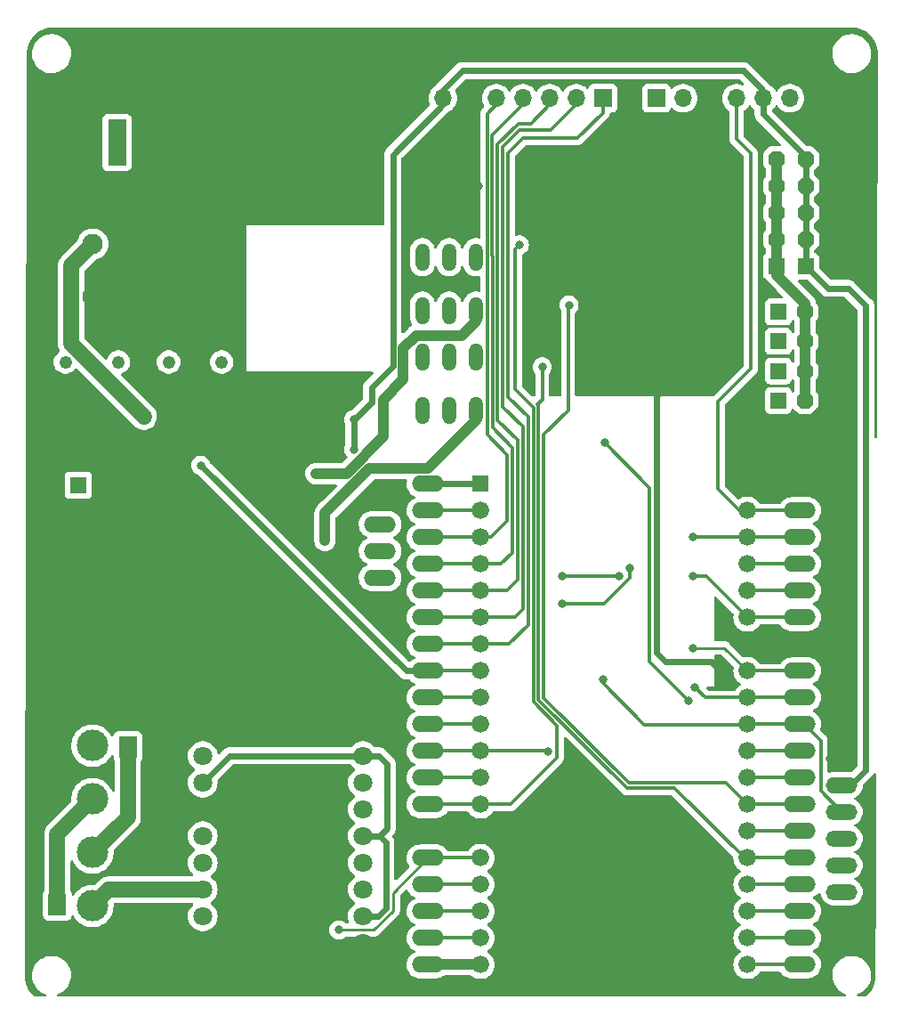
<source format=gbr>
%TF.GenerationSoftware,KiCad,Pcbnew,7.0.5*%
%TF.CreationDate,2024-05-04T18:26:22+05:30*%
%TF.ProjectId,sra_dev_board_2023,7372615f-6465-4765-9f62-6f6172645f32,rev?*%
%TF.SameCoordinates,Original*%
%TF.FileFunction,Copper,L2,Bot*%
%TF.FilePolarity,Positive*%
%FSLAX46Y46*%
G04 Gerber Fmt 4.6, Leading zero omitted, Abs format (unit mm)*
G04 Created by KiCad (PCBNEW 7.0.5) date 2024-05-04 18:26:22*
%MOMM*%
%LPD*%
G01*
G04 APERTURE LIST*
G04 Aperture macros list*
%AMOutline5P*
0 Free polygon, 5 corners , with rotation*
0 The origin of the aperture is its center*
0 number of corners: always 5*
0 $1 to $10 corner X, Y*
0 $11 Rotation angle, in degrees counterclockwise*
0 create outline with 5 corners*
4,1,5,$1,$2,$3,$4,$5,$6,$7,$8,$9,$10,$1,$2,$11*%
%AMOutline6P*
0 Free polygon, 6 corners , with rotation*
0 The origin of the aperture is its center*
0 number of corners: always 6*
0 $1 to $12 corner X, Y*
0 $13 Rotation angle, in degrees counterclockwise*
0 create outline with 6 corners*
4,1,6,$1,$2,$3,$4,$5,$6,$7,$8,$9,$10,$11,$12,$1,$2,$13*%
%AMOutline7P*
0 Free polygon, 7 corners , with rotation*
0 The origin of the aperture is its center*
0 number of corners: always 7*
0 $1 to $14 corner X, Y*
0 $15 Rotation angle, in degrees counterclockwise*
0 create outline with 7 corners*
4,1,7,$1,$2,$3,$4,$5,$6,$7,$8,$9,$10,$11,$12,$13,$14,$1,$2,$15*%
%AMOutline8P*
0 Free polygon, 8 corners , with rotation*
0 The origin of the aperture is its center*
0 number of corners: always 8*
0 $1 to $16 corner X, Y*
0 $17 Rotation angle, in degrees counterclockwise*
0 create outline with 8 corners*
4,1,8,$1,$2,$3,$4,$5,$6,$7,$8,$9,$10,$11,$12,$13,$14,$15,$16,$1,$2,$17*%
G04 Aperture macros list end*
%TA.AperFunction,ComponentPad*%
%ADD10R,1.524000X1.524000*%
%TD*%
%TA.AperFunction,ComponentPad*%
%ADD11Outline8P,-0.762000X0.381000X-0.381000X0.762000X0.381000X0.762000X0.762000X0.381000X0.762000X-0.381000X0.381000X-0.762000X-0.381000X-0.762000X-0.762000X-0.381000X90.000000*%
%TD*%
%TA.AperFunction,ComponentPad*%
%ADD12C,1.950000*%
%TD*%
%TA.AperFunction,ComponentPad*%
%ADD13O,3.048000X1.524000*%
%TD*%
%TA.AperFunction,ComponentPad*%
%ADD14R,1.575000X1.575000*%
%TD*%
%TA.AperFunction,ComponentPad*%
%ADD15C,1.575000*%
%TD*%
%TA.AperFunction,ComponentPad*%
%ADD16R,3.000000X3.000000*%
%TD*%
%TA.AperFunction,ComponentPad*%
%ADD17C,3.000000*%
%TD*%
%TA.AperFunction,ComponentPad*%
%ADD18O,3.000000X1.500000*%
%TD*%
%TA.AperFunction,ComponentPad*%
%ADD19O,3.000000X1.540000*%
%TD*%
%TA.AperFunction,ComponentPad*%
%ADD20Outline8P,-0.762000X0.381000X-0.381000X0.762000X0.381000X0.762000X0.762000X0.381000X0.762000X-0.381000X0.381000X-0.762000X-0.381000X-0.762000X-0.762000X-0.381000X180.000000*%
%TD*%
%TA.AperFunction,SMDPad,CuDef*%
%ADD21R,1.700000X2.000000*%
%TD*%
%TA.AperFunction,ComponentPad*%
%ADD22R,1.700000X1.700000*%
%TD*%
%TA.AperFunction,ComponentPad*%
%ADD23O,1.700000X1.700000*%
%TD*%
%TA.AperFunction,ComponentPad*%
%ADD24C,1.800000*%
%TD*%
%TA.AperFunction,ComponentPad*%
%ADD25C,1.219000*%
%TD*%
%TA.AperFunction,ComponentPad*%
%ADD26O,1.320800X2.641600*%
%TD*%
%TA.AperFunction,ComponentPad*%
%ADD27R,1.800000X4.400000*%
%TD*%
%TA.AperFunction,ComponentPad*%
%ADD28O,1.800000X4.000000*%
%TD*%
%TA.AperFunction,ComponentPad*%
%ADD29O,4.000000X1.800000*%
%TD*%
%TA.AperFunction,ComponentPad*%
%ADD30R,1.560000X1.560000*%
%TD*%
%TA.AperFunction,ComponentPad*%
%ADD31C,1.676400*%
%TD*%
%TA.AperFunction,ViaPad*%
%ADD32C,0.800000*%
%TD*%
%TA.AperFunction,Conductor*%
%ADD33C,1.000000*%
%TD*%
%TA.AperFunction,Conductor*%
%ADD34C,0.300000*%
%TD*%
%TA.AperFunction,Conductor*%
%ADD35C,0.600000*%
%TD*%
%TA.AperFunction,Conductor*%
%ADD36C,0.250000*%
%TD*%
%TA.AperFunction,Conductor*%
%ADD37C,1.500000*%
%TD*%
G04 APERTURE END LIST*
D10*
%TO.P,J10,1,Pin_1*%
%TO.N,/15*%
X141520000Y-56510000D03*
D11*
%TO.P,J10,2,Pin_2*%
%TO.N,/5V*%
X144060000Y-56510000D03*
%TO.P,J10,3,Pin_3*%
%TO.N,GND*%
X146600000Y-56510000D03*
%TD*%
D12*
%TO.P,T3,1,Pin_1*%
%TO.N,GND*%
X76270000Y-55053723D03*
%TO.P,T3,2,Pin_2*%
%TO.N,/12V_U*%
X76270000Y-50053723D03*
%TD*%
D13*
%TO.P,J5,1,Pin_1*%
%TO.N,/CLK*%
X143569418Y-118588838D03*
%TO.P,J5,2,Pin_2*%
%TO.N,/SD0*%
X143569418Y-116048838D03*
%TO.P,J5,3,Pin_3*%
%TO.N,/SD1*%
X143569418Y-113508838D03*
%TO.P,J5,4,Pin_4*%
%TO.N,/15*%
X143569418Y-110968838D03*
%TO.P,J5,5,Pin_5*%
%TO.N,/2*%
X143569418Y-108428838D03*
%TO.P,J5,6,Pin_6*%
%TO.N,/0*%
X143569418Y-105888838D03*
%TO.P,J5,7,Pin_7*%
%TO.N,/4*%
X143569418Y-103348838D03*
%TO.P,J5,8,Pin_8*%
%TO.N,/16*%
X143569418Y-100808838D03*
%TO.P,J5,9,Pin_9*%
%TO.N,/17*%
X143569418Y-98268838D03*
%TO.P,J5,10,Pin_10*%
%TO.N,/5*%
X143569418Y-95728838D03*
%TO.P,J5,11,Pin_11*%
%TO.N,/18*%
X143569418Y-93188838D03*
%TO.P,J5,12,Pin_12*%
%TO.N,/19*%
X143569418Y-90648838D03*
%TO.P,J5,13,Pin_13*%
%TO.N,GND*%
X143569418Y-88108838D03*
%TO.P,J5,14,Pin_14*%
%TO.N,D+*%
X143569418Y-85568838D03*
%TO.P,J5,15,Pin_15*%
%TO.N,/RX*%
X143569418Y-83028838D03*
%TO.P,J5,16,Pin_16*%
%TO.N,/TX*%
X143569418Y-80488838D03*
%TO.P,J5,17,Pin_17*%
%TO.N,D-*%
X143569418Y-77948838D03*
%TO.P,J5,18,Pin_18*%
%TO.N,/23*%
X143569418Y-75408838D03*
%TO.P,J5,19,Pin_19*%
%TO.N,GND*%
X143569418Y-72868838D03*
%TD*%
D14*
%TO.P,J14,1,1*%
%TO.N,/12V_U*%
X74895000Y-73000000D03*
D15*
%TO.P,J14,2,2*%
%TO.N,GND*%
X74895000Y-75500000D03*
%TD*%
D16*
%TO.P,J16,1,Pin_1*%
%TO.N,GND*%
X76240000Y-92670000D03*
D17*
%TO.P,J16,2,Pin_2*%
%TO.N,/OUT1A*%
X76240000Y-97750000D03*
%TO.P,J16,3,Pin_3*%
%TO.N,/OUT2A*%
X76240000Y-102830000D03*
%TO.P,J16,4,Pin_4*%
%TO.N,/OUT3A*%
X76240000Y-107910000D03*
%TO.P,J16,5,Pin_5*%
%TO.N,/OUT4A*%
X76240000Y-112990000D03*
%TD*%
D18*
%TO.P,J17,1,Pin_1*%
%TO.N,/19*%
X147550000Y-111677727D03*
%TO.P,J17,2,Pin_2*%
%TO.N,/18*%
X147550000Y-109137727D03*
%TO.P,J17,3,Pin_3*%
%TO.N,/23*%
X147550000Y-106597727D03*
%TO.P,J17,4,Pin_4*%
%TO.N,/5*%
X147550000Y-104057727D03*
D19*
%TO.P,J17,5,Pin_5*%
%TO.N,/3V3*%
X147550000Y-101517727D03*
D18*
%TO.P,J17,6,Pin_6*%
%TO.N,GND*%
X147550000Y-98977727D03*
%TD*%
D10*
%TO.P,J11,1,Pin_1*%
%TO.N,/5V*%
X141332544Y-52158000D03*
D20*
%TO.P,J11,2,Pin_2*%
X141332544Y-49618000D03*
%TO.P,J11,3,Pin_3*%
X141332544Y-47078000D03*
%TO.P,J11,4,Pin_4*%
X141332544Y-44538000D03*
%TO.P,J11,5,Pin_5*%
X141332544Y-41998000D03*
%TD*%
D21*
%TO.P,TP2,1,1*%
%TO.N,/OUT3A*%
X79600000Y-97859497D03*
%TD*%
D22*
%TO.P,J8,1,Pin_1*%
%TO.N,D+*%
X129920000Y-36195000D03*
D23*
%TO.P,J8,2,Pin_2*%
%TO.N,D-*%
X132460000Y-36195000D03*
%TO.P,J8,3,Pin_3*%
%TO.N,GND*%
X135000000Y-36195000D03*
%TO.P,J8,4,Pin_4*%
%TO.N,/23*%
X137540000Y-36195000D03*
%TO.P,J8,5,Pin_5*%
%TO.N,/3V3*%
X140080000Y-36195000D03*
%TO.P,J8,6,Pin_6*%
%TO.N,unconnected-(J8-Pin_6-Pad6)*%
X142620000Y-36195000D03*
%TD*%
D21*
%TO.P,TP1,1,1*%
%TO.N,/OUT2A*%
X72900000Y-112859497D03*
%TD*%
D24*
%TO.P,U3,1,VM*%
%TO.N,/12V_P*%
X86740000Y-98727582D03*
%TO.P,U3,2,VCC*%
%TO.N,/3V3*%
X86740000Y-101267582D03*
%TO.P,U3,3,GND*%
%TO.N,GND*%
X86740000Y-103807582D03*
%TO.P,U3,4,A01*%
%TO.N,/OUT1A*%
X86740000Y-106347582D03*
%TO.P,U3,5,A02*%
%TO.N,/OUT2A*%
X86740000Y-108887582D03*
%TO.P,U3,6,B02*%
%TO.N,/OUT4A*%
X86740000Y-111427582D03*
%TO.P,U3,7,B01*%
%TO.N,/OUT3A*%
X86740000Y-113967582D03*
%TO.P,U3,8,GND*%
%TO.N,GND*%
X86740000Y-116507582D03*
%TO.P,U3,9,GND*%
X101980000Y-116507582D03*
%TO.P,U3,10,PWMB*%
%TO.N,/3V3*%
X101980000Y-113967582D03*
%TO.P,U3,11,BI2*%
%TO.N,Net-(U3-BI2)*%
X101980000Y-111427582D03*
%TO.P,U3,12,BI1*%
%TO.N,Net-(U3-BI1)*%
X101980000Y-108887582D03*
%TO.P,U3,13,STBY*%
%TO.N,/3V3*%
X101980000Y-106347582D03*
%TO.P,U3,14,AI1*%
%TO.N,Net-(U3-AI1)*%
X101980000Y-103807582D03*
%TO.P,U3,15,AI2*%
%TO.N,Net-(U3-AI2)*%
X101980000Y-101267582D03*
%TO.P,U3,16,PWMA*%
%TO.N,/3V3*%
X101980000Y-98727582D03*
%TD*%
D10*
%TO.P,J13,1,Pin_1*%
%TO.N,GND*%
X146900000Y-52160000D03*
D20*
%TO.P,J13,2,Pin_2*%
X146900000Y-49620000D03*
%TO.P,J13,3,Pin_3*%
X146900000Y-47080000D03*
%TO.P,J13,4,Pin_4*%
X146900000Y-44540000D03*
%TO.P,J13,5,Pin_5*%
X146900000Y-42000000D03*
%TD*%
D25*
%TO.P,F2,1*%
%TO.N,Net-(D13-K)*%
X83485000Y-61280000D03*
%TO.P,F2,2*%
%TO.N,Net-(5V_SW1-B-Pad2)*%
X88535000Y-61280000D03*
%TD*%
D10*
%TO.P,J3,1,Pin_1*%
%TO.N,/19*%
X141520000Y-64934000D03*
D11*
%TO.P,J3,2,Pin_2*%
%TO.N,/5V*%
X144060000Y-64934000D03*
%TO.P,J3,3,Pin_3*%
%TO.N,GND*%
X146600000Y-64934000D03*
%TD*%
D26*
%TO.P,12V_SW1,1,A*%
%TO.N,unconnected-(12V_SW1-A-Pad1)*%
X107640000Y-60770000D03*
%TO.P,12V_SW1,2,B*%
%TO.N,Net-(12V_SW1-B-Pad2)*%
X110180000Y-60770000D03*
%TO.P,12V_SW1,3,C*%
%TO.N,/12V_P*%
X112720000Y-60770000D03*
%TO.P,12V_SW1,4,A*%
%TO.N,unconnected-(12V_SW1-A-Pad4)*%
X107640000Y-65850000D03*
%TO.P,12V_SW1,5,B*%
%TO.N,Net-(12V_SW1-B-Pad2)*%
X110180000Y-65850000D03*
%TO.P,12V_SW1,6,C*%
%TO.N,/12V_P*%
X112720000Y-65850000D03*
%TD*%
%TO.P,5V_SW1,1,A*%
%TO.N,unconnected-(5V_SW1-A-Pad1)*%
X107640000Y-51310000D03*
%TO.P,5V_SW1,2,B*%
%TO.N,Net-(5V_SW1-B-Pad2)*%
X110180000Y-51310000D03*
%TO.P,5V_SW1,3,C*%
%TO.N,/5V_P*%
X112720000Y-51310000D03*
%TO.P,5V_SW1,4,A*%
%TO.N,unconnected-(5V_SW1-A-Pad4)*%
X107640000Y-56390000D03*
%TO.P,5V_SW1,5,B*%
%TO.N,Net-(5V_SW1-B-Pad2)*%
X110180000Y-56390000D03*
%TO.P,5V_SW1,6,C*%
%TO.N,/5V_P*%
X112720000Y-56390000D03*
%TD*%
D25*
%TO.P,F1,1*%
%TO.N,Net-(D9-K)*%
X78715000Y-61280000D03*
%TO.P,F1,2*%
%TO.N,Net-(12V_SW1-B-Pad2)*%
X73665000Y-61280000D03*
%TD*%
D10*
%TO.P,J2,1,Pin_1*%
%TO.N,/5*%
X141520000Y-59310000D03*
D11*
%TO.P,J2,2,Pin_2*%
%TO.N,/5V*%
X144060000Y-59310000D03*
%TO.P,J2,3,Pin_3*%
%TO.N,GND*%
X146600000Y-59310000D03*
%TD*%
D13*
%TO.P,J9,1,Pin_1*%
%TO.N,GND*%
X103620000Y-74160000D03*
%TO.P,J9,2,Pin_2*%
%TO.N,/3V3*%
X103620000Y-76700000D03*
%TO.P,J9,3,Pin_3*%
%TO.N,D+*%
X103620000Y-79240000D03*
%TO.P,J9,4,Pin_4*%
%TO.N,D-*%
X103620000Y-81780000D03*
%TD*%
D27*
%TO.P,J6,1*%
%TO.N,/12V_U*%
X78580000Y-40400000D03*
D28*
%TO.P,J6,2*%
%TO.N,GND*%
X72780000Y-40400000D03*
D29*
%TO.P,J6,3*%
X75580000Y-45200000D03*
%TD*%
D30*
%TO.P,U1,1,3V3*%
%TO.N,/ESP_3V3*%
X113179418Y-72868838D03*
D31*
%TO.P,U1,2,EN*%
%TO.N,/EN*%
X113179418Y-75408838D03*
%TO.P,U1,3,SENSOR_VP*%
%TO.N,/36*%
X113179418Y-77948838D03*
%TO.P,U1,4,SENSOR_VN*%
%TO.N,/39*%
X113179418Y-80488838D03*
%TO.P,U1,5,IO34*%
%TO.N,/34*%
X113179418Y-83028838D03*
%TO.P,U1,6,IO35*%
%TO.N,/35*%
X113179418Y-85568838D03*
%TO.P,U1,7,IO32*%
%TO.N,/32*%
X113179418Y-88108838D03*
%TO.P,U1,8,IO33*%
%TO.N,/33*%
X113179418Y-90648838D03*
%TO.P,U1,9,IO25*%
%TO.N,/25*%
X113179418Y-93188838D03*
%TO.P,U1,10,IO26*%
%TO.N,/26*%
X113179418Y-95728838D03*
%TO.P,U1,11,IO27*%
%TO.N,/27*%
X113179418Y-98268838D03*
%TO.P,U1,12,IO14*%
%TO.N,/14*%
X113179418Y-100808838D03*
%TO.P,U1,13,IO12*%
%TO.N,/12*%
X113179418Y-103348838D03*
%TO.P,U1,14,GND1*%
%TO.N,GND*%
X113179418Y-105888838D03*
%TO.P,U1,15,IO13*%
%TO.N,/13*%
X113179418Y-108428838D03*
%TO.P,U1,16,SD2*%
%TO.N,/SD2*%
X113179418Y-110968838D03*
%TO.P,U1,17,SD3*%
%TO.N,/SD3*%
X113179418Y-113508838D03*
%TO.P,U1,18,CMD*%
%TO.N,/11*%
X113179418Y-116048838D03*
%TO.P,U1,19,EXT_5V*%
%TO.N,/5V_P*%
X113179418Y-118588838D03*
%TO.P,U1,20,GND3*%
%TO.N,GND*%
X138579418Y-72868838D03*
%TO.P,U1,21,IO23*%
%TO.N,/23*%
X138579418Y-75408838D03*
%TO.P,U1,22,IO22*%
%TO.N,D-*%
X138579418Y-77948838D03*
%TO.P,U1,23,TXD0*%
%TO.N,/TX*%
X138579418Y-80488838D03*
%TO.P,U1,24,RXD0*%
%TO.N,/RX*%
X138579418Y-83028838D03*
%TO.P,U1,25,IO21*%
%TO.N,D+*%
X138579418Y-85568838D03*
%TO.P,U1,26,GND2*%
%TO.N,GND*%
X138579418Y-88108838D03*
%TO.P,U1,27,IO19*%
%TO.N,/19*%
X138579418Y-90648838D03*
%TO.P,U1,28,IO18*%
%TO.N,/18*%
X138579418Y-93188838D03*
%TO.P,U1,29,IO5*%
%TO.N,/5*%
X138579418Y-95728838D03*
%TO.P,U1,30,IO17*%
%TO.N,/17*%
X138579418Y-98268838D03*
%TO.P,U1,31,IO16*%
%TO.N,/16*%
X138579418Y-100808838D03*
%TO.P,U1,32,IO4*%
%TO.N,/4*%
X138579418Y-103348838D03*
%TO.P,U1,33,IO0*%
%TO.N,/0*%
X138579418Y-105888838D03*
%TO.P,U1,34,IO2*%
%TO.N,/2*%
X138579418Y-108428838D03*
%TO.P,U1,35,IO15*%
%TO.N,/15*%
X138579418Y-110968838D03*
%TO.P,U1,36,SD1*%
%TO.N,/SD1*%
X138579418Y-113508838D03*
%TO.P,U1,37,SD0*%
%TO.N,/SD0*%
X138579418Y-116048838D03*
%TO.P,U1,38,CLK*%
%TO.N,/CLK*%
X138579418Y-118588838D03*
%TD*%
D22*
%TO.P,J7,1,Pin_1*%
%TO.N,/32*%
X124825000Y-36195000D03*
D23*
%TO.P,J7,2,Pin_2*%
%TO.N,/35*%
X122285000Y-36195000D03*
%TO.P,J7,3,Pin_3*%
%TO.N,/34*%
X119745000Y-36195000D03*
%TO.P,J7,4,Pin_4*%
%TO.N,/39*%
X117205000Y-36195000D03*
%TO.P,J7,5,Pin_5*%
%TO.N,/36*%
X114665000Y-36195000D03*
%TO.P,J7,6,Pin_6*%
%TO.N,GND*%
X112125000Y-36195000D03*
%TO.P,J7,7,Pin_7*%
%TO.N,/3V3*%
X109585000Y-36195000D03*
%TD*%
D10*
%TO.P,J12,1,Pin_1*%
%TO.N,/3V3*%
X144122544Y-52166000D03*
D20*
%TO.P,J12,2,Pin_2*%
X144122544Y-49626000D03*
%TO.P,J12,3,Pin_3*%
X144122544Y-47086000D03*
%TO.P,J12,4,Pin_4*%
X144122544Y-44546000D03*
%TO.P,J12,5,Pin_5*%
X144122544Y-42006000D03*
%TD*%
D13*
%TO.P,J1,1,Pin_1*%
%TO.N,/ESP_3V3*%
X108179418Y-72868838D03*
%TO.P,J1,2,Pin_2*%
%TO.N,/EN*%
X108179418Y-75408838D03*
%TO.P,J1,3,Pin_3*%
%TO.N,/36*%
X108179418Y-77948838D03*
%TO.P,J1,4,Pin_4*%
%TO.N,/39*%
X108179418Y-80488838D03*
%TO.P,J1,5,Pin_5*%
%TO.N,/34*%
X108179418Y-83028838D03*
%TO.P,J1,6,Pin_6*%
%TO.N,/35*%
X108179418Y-85568838D03*
%TO.P,J1,7,Pin_7*%
%TO.N,/32*%
X108179418Y-88108838D03*
%TO.P,J1,8,Pin_8*%
%TO.N,/33*%
X108179418Y-90648838D03*
%TO.P,J1,9,Pin_9*%
%TO.N,/25*%
X108179418Y-93188838D03*
%TO.P,J1,10,Pin_10*%
%TO.N,/26*%
X108179418Y-95728838D03*
%TO.P,J1,11,Pin_11*%
%TO.N,/27*%
X108179418Y-98268838D03*
%TO.P,J1,12,Pin_12*%
%TO.N,/14*%
X108179418Y-100808838D03*
%TO.P,J1,13,Pin_13*%
%TO.N,/12*%
X108179418Y-103348838D03*
%TO.P,J1,14,Pin_14*%
%TO.N,GND*%
X108179418Y-105888838D03*
%TO.P,J1,15,Pin_15*%
%TO.N,/13*%
X108179418Y-108428838D03*
%TO.P,J1,16,Pin_16*%
%TO.N,/SD2*%
X108179418Y-110968838D03*
%TO.P,J1,17,Pin_17*%
%TO.N,/SD3*%
X108179418Y-113508838D03*
%TO.P,J1,18,Pin_18*%
%TO.N,/11*%
X108179418Y-116048838D03*
%TO.P,J1,19,Pin_19*%
%TO.N,/5V_P*%
X108179418Y-118588838D03*
%TD*%
D10*
%TO.P,J4,1,Pin_1*%
%TO.N,/18*%
X141510000Y-62120000D03*
D11*
%TO.P,J4,2,Pin_2*%
%TO.N,/5V*%
X144050000Y-62120000D03*
%TO.P,J4,3,Pin_3*%
%TO.N,GND*%
X146590000Y-62120000D03*
%TD*%
D32*
%TO.N,/5V_P*%
X97500000Y-71880000D03*
%TO.N,/12V_P*%
X98370000Y-78260000D03*
%TO.N,/33*%
X86550000Y-71100000D03*
%TO.N,/27*%
X119580000Y-98280000D03*
%TO.N,/12*%
X116867500Y-50147500D03*
%TO.N,/13*%
X99690000Y-115280000D03*
%TO.N,/12V_U*%
X81120000Y-66450000D03*
%TO.N,/3V3*%
X101110000Y-66770000D03*
X101110000Y-69590000D03*
%TO.N,GND*%
X96660000Y-45115000D03*
X136203500Y-58716500D03*
X130200000Y-42980000D03*
X94200000Y-35700000D03*
X96740000Y-33160000D03*
X82800000Y-43400000D03*
X112990000Y-44570000D03*
X119070000Y-58710000D03*
X82800000Y-37500000D03*
X135180000Y-43020000D03*
X90060000Y-72830000D03*
X94200000Y-33160000D03*
X128970000Y-54170000D03*
X129000000Y-52900000D03*
X126300000Y-52900000D03*
X120970000Y-53570000D03*
X88210000Y-66340000D03*
X117680000Y-42970000D03*
X99280000Y-38240000D03*
X119080000Y-50290000D03*
X122730000Y-43000000D03*
X94730000Y-67350000D03*
X83505000Y-46955000D03*
X96740000Y-38240000D03*
X82800000Y-40100000D03*
X110880000Y-44580000D03*
X99280000Y-35700000D03*
X140170000Y-54430000D03*
X127730000Y-42990000D03*
X129020000Y-58710000D03*
X94200000Y-38240000D03*
X132710000Y-42970000D03*
X99280000Y-33160000D03*
X120250000Y-43010000D03*
X96740000Y-35700000D03*
X100060000Y-45115000D03*
X126300000Y-58710000D03*
X136220000Y-52820000D03*
X79980000Y-71100000D03*
X125210000Y-42980000D03*
%TO.N,/5*%
X124820000Y-91450000D03*
%TO.N,/19*%
X133370000Y-88460000D03*
%TO.N,/18*%
X133580000Y-92190000D03*
%TO.N,/15*%
X124980000Y-68970000D03*
X132950000Y-93480000D03*
%TO.N,/2*%
X119050000Y-61750000D03*
%TO.N,/4*%
X121599070Y-55870000D03*
%TO.N,D+*%
X120950000Y-81670000D03*
X126409500Y-81670000D03*
X133370000Y-81670000D03*
%TO.N,D-*%
X120940000Y-84230000D03*
X133375500Y-77948838D03*
X127380000Y-80880000D03*
%TD*%
D33*
%TO.N,/5V_P*%
X100440000Y-71880000D02*
X97500000Y-71880000D01*
X112720000Y-56390000D02*
X112720000Y-57390000D01*
X107040800Y-58749200D02*
X105830000Y-59960000D01*
X112720000Y-57390000D02*
X111360800Y-58749200D01*
X103940000Y-68380000D02*
X100440000Y-71880000D01*
X108179418Y-118588838D02*
X113179418Y-118588838D01*
X105830000Y-62940000D02*
X103940000Y-64830000D01*
X103940000Y-64830000D02*
X103940000Y-68380000D01*
X111360800Y-58749200D02*
X107040800Y-58749200D01*
X105830000Y-59960000D02*
X105830000Y-62940000D01*
%TO.N,/12V_P*%
X108163162Y-71406838D02*
X112720000Y-66850000D01*
X112720000Y-66850000D02*
X112720000Y-65850000D01*
X98370000Y-75647056D02*
X102610218Y-71406838D01*
X98370000Y-78260000D02*
X98370000Y-75647056D01*
X102610218Y-71406838D02*
X108163162Y-71406838D01*
D34*
%TO.N,/32*%
X122400000Y-40000000D02*
X117200000Y-40000000D01*
X115800000Y-41400000D02*
X115800000Y-50569353D01*
X108179418Y-88108838D02*
X113179418Y-88108838D01*
X117700000Y-86300000D02*
X115891162Y-88108838D01*
X124825000Y-36800000D02*
X124825000Y-37575000D01*
X115810400Y-64610400D02*
X117700000Y-66500000D01*
X117200000Y-40000000D02*
X115800000Y-41400000D01*
X115810400Y-50579753D02*
X115810400Y-64610400D01*
X117700000Y-66500000D02*
X117700000Y-86300000D01*
X115800000Y-50569353D02*
X115810400Y-50579753D01*
X115891162Y-88108838D02*
X113179418Y-88108838D01*
X124825000Y-37575000D02*
X122400000Y-40000000D01*
D35*
%TO.N,/33*%
X106098838Y-90648838D02*
X108179418Y-90648838D01*
D34*
X108179418Y-90648838D02*
X113179418Y-90648838D01*
D35*
X86550000Y-71100000D02*
X106098838Y-90648838D01*
D34*
%TO.N,/25*%
X108179418Y-93188838D02*
X113179418Y-93188838D01*
%TO.N,/26*%
X108179418Y-95728838D02*
X113179418Y-95728838D01*
%TO.N,/27*%
X119580000Y-98280000D02*
X119568838Y-98268838D01*
X108179418Y-98268838D02*
X113179418Y-98268838D01*
X119568838Y-98268838D02*
X113179418Y-98268838D01*
%TO.N,/14*%
X108179418Y-100808838D02*
X113179418Y-100808838D01*
%TO.N,/12*%
X118200000Y-65600000D02*
X118200000Y-93607108D01*
X116470000Y-50545000D02*
X116470000Y-63870000D01*
X116867500Y-50147500D02*
X116470000Y-50545000D01*
X116470000Y-63870000D02*
X118200000Y-65600000D01*
X116001162Y-103348838D02*
X113179418Y-103348838D01*
X120430000Y-95837107D02*
X120430000Y-98920000D01*
X120430000Y-98920000D02*
X116001162Y-103348838D01*
X113179418Y-103348838D02*
X108179418Y-103348838D01*
X118200000Y-93607108D02*
X120430000Y-95837107D01*
D36*
%TO.N,/13*%
X104870000Y-111738256D02*
X108179418Y-108428838D01*
X104870000Y-113433884D02*
X104870000Y-111738256D01*
D34*
X108179418Y-108428838D02*
X113179418Y-108428838D01*
D36*
X103023884Y-115280000D02*
X104870000Y-113433884D01*
X99690000Y-115280000D02*
X103023884Y-115280000D01*
D37*
%TO.N,/12V_U*%
X74210000Y-52113723D02*
X74210000Y-59540000D01*
X76270000Y-50053723D02*
X74210000Y-52113723D01*
X74210000Y-59540000D02*
X81120000Y-66450000D01*
D35*
%TO.N,/3V3*%
X101980000Y-98727582D02*
X89280000Y-98727582D01*
X104290000Y-105630000D02*
X103572418Y-106347582D01*
X140080000Y-37720000D02*
X144122544Y-41762544D01*
X149850000Y-55930000D02*
X149850000Y-100080000D01*
X102790000Y-65090000D02*
X101110000Y-66770000D01*
X103452418Y-113967582D02*
X101980000Y-113967582D01*
X101110000Y-66770000D02*
X101110000Y-69590000D01*
X104830000Y-41555000D02*
X104830000Y-61670000D01*
X138180000Y-33570000D02*
X140080000Y-35470000D01*
X89280000Y-98727582D02*
X86740000Y-101267582D01*
X144122544Y-47086000D02*
X144122544Y-49626000D01*
X111430000Y-33570000D02*
X138180000Y-33570000D01*
X109585000Y-36800000D02*
X104830000Y-41555000D01*
X144122544Y-42006000D02*
X144122544Y-44546000D01*
X104830000Y-61670000D02*
X102790000Y-63710000D01*
X144122544Y-49626000D02*
X144122544Y-52166000D01*
X144122544Y-52166000D02*
X146236544Y-54280000D01*
X109585000Y-35415000D02*
X111430000Y-33570000D01*
X104180000Y-106960000D02*
X104180000Y-113240000D01*
X148200000Y-54280000D02*
X149850000Y-55930000D01*
X146236544Y-54280000D02*
X148200000Y-54280000D01*
X103572418Y-106347582D02*
X101980000Y-106347582D01*
X101980000Y-98727582D02*
X103547582Y-98727582D01*
X103567582Y-106347582D02*
X104180000Y-106960000D01*
X140080000Y-36790000D02*
X140080000Y-37720000D01*
X101980000Y-106347582D02*
X103567582Y-106347582D01*
X149850000Y-100080000D02*
X148412273Y-101517727D01*
X144122544Y-44546000D02*
X144122544Y-47086000D01*
X140080000Y-35470000D02*
X140080000Y-36790000D01*
X103547582Y-98727582D02*
X104290000Y-99470000D01*
X104290000Y-99470000D02*
X104290000Y-105630000D01*
X102790000Y-63710000D02*
X102790000Y-65090000D01*
X104180000Y-113240000D02*
X103452418Y-113967582D01*
X109585000Y-36800000D02*
X109585000Y-35415000D01*
D33*
%TO.N,/5V*%
X141332544Y-41998000D02*
X141332544Y-44538000D01*
X144060000Y-55710000D02*
X144060000Y-56510000D01*
X141332544Y-49618000D02*
X141332544Y-52158000D01*
X144050000Y-62120000D02*
X144050000Y-64924000D01*
X144060000Y-56510000D02*
X144060000Y-59310000D01*
X141332544Y-52982544D02*
X144060000Y-55710000D01*
X141332544Y-47078000D02*
X141332544Y-49618000D01*
X141332544Y-44538000D02*
X141332544Y-47078000D01*
X141332544Y-52158000D02*
X141332544Y-52982544D01*
X144060000Y-59310000D02*
X144060000Y-62110000D01*
D35*
%TO.N,GND*%
X129920000Y-64560000D02*
X130880000Y-63600000D01*
X130880000Y-63600000D02*
X131800000Y-63600000D01*
X117680000Y-42970000D02*
X120210000Y-42970000D01*
X138579418Y-72868838D02*
X143569418Y-72868838D01*
X129920000Y-88890000D02*
X129920000Y-64560000D01*
X135160000Y-89760000D02*
X130790000Y-89760000D01*
X108179418Y-105888838D02*
X113179418Y-105888838D01*
X136400000Y-91000000D02*
X135160000Y-89760000D01*
X143569418Y-88108838D02*
X138579418Y-88108838D01*
X130790000Y-89760000D02*
X129920000Y-88890000D01*
X120210000Y-42970000D02*
X120250000Y-43010000D01*
D34*
%TO.N,/EN*%
X113179418Y-75408838D02*
X108179418Y-75408838D01*
%TO.N,/36*%
X115700000Y-70100000D02*
X113800000Y-68200000D01*
X113810400Y-51408181D02*
X113800000Y-51397781D01*
X113800000Y-51397781D02*
X113800000Y-37665000D01*
X113800000Y-68200000D02*
X113810400Y-68189600D01*
X114151162Y-77948838D02*
X115700000Y-76400000D01*
X113179418Y-77948838D02*
X114151162Y-77948838D01*
X115700000Y-76400000D02*
X115700000Y-70100000D01*
X113800000Y-37665000D02*
X114665000Y-36800000D01*
X113179418Y-77948838D02*
X108179418Y-77948838D01*
X113810400Y-68189600D02*
X113810400Y-51408181D01*
%TO.N,/39*%
X113179418Y-80488838D02*
X108179418Y-80488838D01*
X116200000Y-79400000D02*
X116200000Y-69400000D01*
X113179418Y-80488838D02*
X115111162Y-80488838D01*
X116200000Y-69400000D02*
X114310400Y-67510400D01*
X114310400Y-51201074D02*
X114300000Y-51190674D01*
X115111162Y-80488838D02*
X116200000Y-79400000D01*
X114300000Y-51190674D02*
X114300000Y-39705000D01*
X114300000Y-39705000D02*
X117205000Y-36800000D01*
X114310400Y-67510400D02*
X114310400Y-51201074D01*
%TO.N,/34*%
X114810400Y-66810400D02*
X114810400Y-50993967D01*
X116700000Y-82000000D02*
X116700000Y-68700000D01*
X113179418Y-83028838D02*
X115671162Y-83028838D01*
X116700000Y-68700000D02*
X114810400Y-66810400D01*
X117945000Y-38600000D02*
X119745000Y-36800000D01*
X114800000Y-40600000D02*
X116800000Y-38600000D01*
X116800000Y-38600000D02*
X117945000Y-38600000D01*
X115671162Y-83028838D02*
X116700000Y-82000000D01*
X113179418Y-83028838D02*
X108179418Y-83028838D01*
X114800000Y-50983567D02*
X114800000Y-40600000D01*
X114810400Y-50993967D02*
X114800000Y-50983567D01*
%TO.N,/35*%
X113179418Y-85568838D02*
X116431162Y-85568838D01*
X115300000Y-50776460D02*
X115300000Y-40807106D01*
X113179418Y-85568838D02*
X108179418Y-85568838D01*
X116907106Y-39200000D02*
X119885000Y-39200000D01*
X117200000Y-67400000D02*
X115310400Y-65510400D01*
X117200000Y-84800000D02*
X117200000Y-67400000D01*
X116431162Y-85568838D02*
X117200000Y-84800000D01*
X119885000Y-39200000D02*
X122285000Y-36800000D01*
X115310400Y-50786860D02*
X115300000Y-50776460D01*
X115300000Y-40807106D02*
X116907106Y-39200000D01*
X115310400Y-65510400D02*
X115310400Y-50786860D01*
%TO.N,/SD2*%
X108179418Y-110968838D02*
X113179418Y-110968838D01*
%TO.N,/SD3*%
X108179418Y-113508838D02*
X113179418Y-113508838D01*
%TO.N,/5*%
X128759339Y-95730000D02*
X138578256Y-95730000D01*
X145560000Y-97270000D02*
X145560000Y-102067727D01*
X138579418Y-95728838D02*
X143569418Y-95728838D01*
X144018838Y-95728838D02*
X145560000Y-97270000D01*
X145560000Y-102067727D02*
X147550000Y-104057727D01*
X124820000Y-91450000D02*
X124820000Y-91790661D01*
X124820000Y-91790661D02*
X128759339Y-95730000D01*
D36*
%TO.N,/19*%
X133370000Y-88460000D02*
X136390580Y-88460000D01*
D34*
X138579418Y-90648838D02*
X143569418Y-90648838D01*
D36*
X136390580Y-88460000D02*
X138579418Y-90648838D01*
D34*
%TO.N,/18*%
X134578838Y-93188838D02*
X138579418Y-93188838D01*
X138579418Y-93188838D02*
X143569418Y-93188838D01*
X133580000Y-92190000D02*
X134578838Y-93188838D01*
%TO.N,/CLK*%
X138579418Y-118588838D02*
X143569418Y-118588838D01*
%TO.N,/SD0*%
X138579418Y-116048838D02*
X143569418Y-116048838D01*
%TO.N,/SD1*%
X138579418Y-113508838D02*
X143569418Y-113508838D01*
%TO.N,/15*%
X129270000Y-89800000D02*
X129270000Y-73260000D01*
X129270000Y-73260000D02*
X124980000Y-68970000D01*
X138579418Y-110968838D02*
X143569418Y-110968838D01*
X132950000Y-93480000D02*
X129270000Y-89800000D01*
%TO.N,/2*%
X138579418Y-108428838D02*
X143569418Y-108428838D01*
X118700000Y-93400001D02*
X118700000Y-65392893D01*
X118700000Y-65392893D02*
X118603554Y-65296446D01*
X138278838Y-108428838D02*
X131658838Y-101808838D01*
X118603554Y-65296446D02*
X119050000Y-64850000D01*
X131658838Y-101808838D02*
X127108838Y-101808838D01*
X127108838Y-101808838D02*
X118700000Y-93400001D01*
X119050000Y-64850000D02*
X119050000Y-61750000D01*
%TO.N,/0*%
X138579418Y-105888838D02*
X143569418Y-105888838D01*
%TO.N,/4*%
X119200000Y-68162894D02*
X119200000Y-93192895D01*
X127315944Y-101308838D02*
X136539418Y-101308838D01*
X119200000Y-93192895D02*
X127315944Y-101308838D01*
X121510499Y-65852395D02*
X119200000Y-68162894D01*
X121510499Y-55958571D02*
X121510499Y-65852395D01*
X121599070Y-55870000D02*
X121510499Y-55958571D01*
X136539418Y-101308838D02*
X138579418Y-103348838D01*
X138579418Y-103348838D02*
X143569418Y-103348838D01*
%TO.N,/16*%
X138579418Y-100808838D02*
X143569418Y-100808838D01*
%TO.N,/17*%
X138579418Y-98268838D02*
X143569418Y-98268838D01*
%TO.N,D+*%
X134680580Y-81670000D02*
X138579418Y-85568838D01*
X138579418Y-85568838D02*
X143569418Y-85568838D01*
X133370000Y-81670000D02*
X134680580Y-81670000D01*
X120950000Y-81670000D02*
X126409500Y-81670000D01*
%TO.N,/RX*%
X138579418Y-83028838D02*
X143569418Y-83028838D01*
%TO.N,/TX*%
X138579418Y-80488838D02*
X143569418Y-80488838D01*
%TO.N,D-*%
X138579418Y-77948838D02*
X143569418Y-77948838D01*
X127380000Y-81760161D02*
X127380000Y-80880000D01*
X120940000Y-84230000D02*
X124910161Y-84230000D01*
X124910161Y-84230000D02*
X127380000Y-81760161D01*
X133375500Y-77948838D02*
X138579418Y-77948838D01*
%TO.N,/23*%
X137540000Y-40080000D02*
X138900000Y-41440000D01*
X138579418Y-75408838D02*
X143569418Y-75408838D01*
X137828838Y-75408838D02*
X138579418Y-75408838D01*
X135770000Y-73350000D02*
X137828838Y-75408838D01*
X137540000Y-36790000D02*
X137540000Y-40080000D01*
X135770000Y-65052831D02*
X138900000Y-61922831D01*
X135770000Y-65052831D02*
X135770000Y-73350000D01*
X138900000Y-41440000D02*
X138900000Y-61922831D01*
%TO.N,/11*%
X108179418Y-116048838D02*
X113179418Y-116048838D01*
D37*
%TO.N,/OUT2A*%
X72900000Y-106170000D02*
X76240000Y-102830000D01*
X72900000Y-112859497D02*
X72900000Y-106170000D01*
%TO.N,/OUT3A*%
X79600000Y-104550000D02*
X76240000Y-107910000D01*
X79600000Y-97859497D02*
X79600000Y-104550000D01*
%TO.N,/OUT4A*%
X77802418Y-111427582D02*
X86740000Y-111427582D01*
X76240000Y-112990000D02*
X77802418Y-111427582D01*
D35*
%TO.N,/ESP_3V3*%
X108179418Y-72868838D02*
X113179418Y-72868838D01*
%TD*%
%TA.AperFunction,Conductor*%
%TO.N,GND*%
G36*
X148501898Y-29450614D02*
G01*
X148599063Y-29456492D01*
X148806353Y-29470079D01*
X148813543Y-29470971D01*
X148949218Y-29495834D01*
X149115601Y-29528930D01*
X149122023Y-29530564D01*
X149260458Y-29573702D01*
X149261862Y-29574159D01*
X149414981Y-29626136D01*
X149420587Y-29628343D01*
X149500596Y-29664352D01*
X149555498Y-29689061D01*
X149557465Y-29689988D01*
X149644010Y-29732667D01*
X149699803Y-29760182D01*
X149704533Y-29762772D01*
X149832369Y-29840051D01*
X149834778Y-29841583D01*
X149965549Y-29928962D01*
X149969402Y-29931752D01*
X150087537Y-30024304D01*
X150090223Y-30026531D01*
X150208060Y-30129872D01*
X150211054Y-30132676D01*
X150317321Y-30238943D01*
X150320126Y-30241938D01*
X150423467Y-30359775D01*
X150425694Y-30362461D01*
X150518246Y-30480596D01*
X150521036Y-30484449D01*
X150608415Y-30615220D01*
X150609947Y-30617629D01*
X150687226Y-30745465D01*
X150689816Y-30750195D01*
X150759996Y-30892504D01*
X150760943Y-30894513D01*
X150821655Y-31029411D01*
X150823863Y-31035020D01*
X150875816Y-31188066D01*
X150876307Y-31189574D01*
X150919430Y-31327959D01*
X150921073Y-31334416D01*
X150954168Y-31500797D01*
X150979024Y-31636432D01*
X150979922Y-31643673D01*
X150993514Y-31851052D01*
X150999385Y-31948098D01*
X150999500Y-31951903D01*
X150999500Y-32499742D01*
X150940600Y-56227986D01*
X150910604Y-68312503D01*
X150910500Y-68354248D01*
X150890329Y-68422319D01*
X150836558Y-68468678D01*
X150766259Y-68478608D01*
X150701751Y-68448954D01*
X150663516Y-68389133D01*
X150658500Y-68353935D01*
X150658500Y-55838905D01*
X150649362Y-55798869D01*
X150649117Y-55797797D01*
X150647935Y-55790833D01*
X150643217Y-55748956D01*
X150643217Y-55748954D01*
X150629294Y-55709165D01*
X150627338Y-55702377D01*
X150617959Y-55661279D01*
X150599666Y-55623296D01*
X150596968Y-55616782D01*
X150583043Y-55576985D01*
X150560615Y-55541292D01*
X150557195Y-55535104D01*
X150546216Y-55512306D01*
X150538908Y-55497130D01*
X150512624Y-55464171D01*
X150508547Y-55458427D01*
X150486111Y-55422719D01*
X150486108Y-55422716D01*
X150486107Y-55422714D01*
X150354922Y-55291529D01*
X150354899Y-55291508D01*
X148757313Y-53693921D01*
X148757309Y-53693915D01*
X148707281Y-53643889D01*
X148671591Y-53621463D01*
X148665825Y-53617372D01*
X148632871Y-53591092D01*
X148632867Y-53591089D01*
X148594890Y-53572800D01*
X148588702Y-53569380D01*
X148553015Y-53546957D01*
X148548988Y-53545548D01*
X148513226Y-53533034D01*
X148506698Y-53530330D01*
X148468724Y-53512042D01*
X148468717Y-53512040D01*
X148427620Y-53502659D01*
X148420830Y-53500702D01*
X148381052Y-53486784D01*
X148381046Y-53486782D01*
X148339156Y-53482062D01*
X148332187Y-53480878D01*
X148291099Y-53471500D01*
X148291097Y-53471500D01*
X148245406Y-53471500D01*
X146623625Y-53471500D01*
X146555504Y-53451498D01*
X146534530Y-53434595D01*
X145429949Y-52330013D01*
X145395923Y-52267701D01*
X145393044Y-52240918D01*
X145393044Y-51355367D01*
X145393043Y-51355350D01*
X145386534Y-51294803D01*
X145386532Y-51294795D01*
X145335433Y-51157797D01*
X145335431Y-51157792D01*
X145247805Y-51040738D01*
X145130751Y-50953112D01*
X145130748Y-50953111D01*
X145013010Y-50909196D01*
X144956175Y-50866649D01*
X144931365Y-50800129D01*
X144931044Y-50791141D01*
X144931044Y-50731818D01*
X144951046Y-50663697D01*
X144967944Y-50642727D01*
X145273546Y-50337126D01*
X145326358Y-50269140D01*
X145326357Y-50269140D01*
X145326359Y-50269139D01*
X145347028Y-50219236D01*
X145382315Y-50134048D01*
X145393044Y-50048630D01*
X145393045Y-49203375D01*
X145382315Y-49117951D01*
X145326358Y-48982860D01*
X145273541Y-48914869D01*
X144967948Y-48609275D01*
X144933923Y-48546963D01*
X144931044Y-48520180D01*
X144931044Y-48191818D01*
X144951046Y-48123697D01*
X144967944Y-48102727D01*
X145273546Y-47797126D01*
X145326358Y-47729140D01*
X145326357Y-47729140D01*
X145326359Y-47729139D01*
X145347028Y-47679236D01*
X145382315Y-47594048D01*
X145393044Y-47508630D01*
X145393045Y-46663375D01*
X145382315Y-46577951D01*
X145326358Y-46442860D01*
X145273541Y-46374869D01*
X144967948Y-46069275D01*
X144933923Y-46006963D01*
X144931044Y-45980180D01*
X144931044Y-45651818D01*
X144951046Y-45583697D01*
X144967944Y-45562727D01*
X145273546Y-45257126D01*
X145326358Y-45189140D01*
X145326357Y-45189140D01*
X145326359Y-45189139D01*
X145347028Y-45139236D01*
X145382315Y-45054048D01*
X145393044Y-44968630D01*
X145393045Y-44123375D01*
X145382315Y-44037951D01*
X145326358Y-43902860D01*
X145273541Y-43834869D01*
X144967948Y-43529275D01*
X144933923Y-43466963D01*
X144931044Y-43440180D01*
X144931044Y-43111818D01*
X144951046Y-43043697D01*
X144967944Y-43022727D01*
X145273546Y-42717126D01*
X145326358Y-42649140D01*
X145326357Y-42649140D01*
X145326359Y-42649139D01*
X145347028Y-42599236D01*
X145382315Y-42514048D01*
X145393044Y-42428630D01*
X145393045Y-41583375D01*
X145382315Y-41497951D01*
X145326358Y-41362860D01*
X145273541Y-41294869D01*
X144833670Y-40854998D01*
X144823378Y-40847003D01*
X144765683Y-40802184D01*
X144630592Y-40746229D01*
X144545174Y-40735500D01*
X144545170Y-40735499D01*
X144545166Y-40735499D01*
X144291081Y-40735499D01*
X144222960Y-40715497D01*
X144201986Y-40698594D01*
X140934341Y-37430948D01*
X140900315Y-37368636D01*
X140905380Y-37297820D01*
X140946042Y-37242424D01*
X141003240Y-37197906D01*
X141155722Y-37032268D01*
X141244518Y-36896354D01*
X141298520Y-36850268D01*
X141368868Y-36840692D01*
X141433225Y-36870669D01*
X141455480Y-36896353D01*
X141462842Y-36907620D01*
X141544275Y-37032265D01*
X141544279Y-37032270D01*
X141696762Y-37197908D01*
X141746814Y-37236865D01*
X141874424Y-37336189D01*
X142072426Y-37443342D01*
X142072427Y-37443342D01*
X142072428Y-37443343D01*
X142184227Y-37481723D01*
X142285365Y-37516444D01*
X142507431Y-37553500D01*
X142507435Y-37553500D01*
X142732565Y-37553500D01*
X142732569Y-37553500D01*
X142954635Y-37516444D01*
X143167574Y-37443342D01*
X143365576Y-37336189D01*
X143543240Y-37197906D01*
X143695722Y-37032268D01*
X143818860Y-36843791D01*
X143909296Y-36637616D01*
X143964564Y-36419368D01*
X143983156Y-36195000D01*
X143964564Y-35970632D01*
X143909296Y-35752384D01*
X143818860Y-35546209D01*
X143801500Y-35519637D01*
X143695724Y-35357734D01*
X143695720Y-35357729D01*
X143543237Y-35192091D01*
X143423372Y-35098796D01*
X143365576Y-35053811D01*
X143167574Y-34946658D01*
X143167572Y-34946657D01*
X143167571Y-34946656D01*
X142954639Y-34873557D01*
X142954630Y-34873555D01*
X142902990Y-34864938D01*
X142732569Y-34836500D01*
X142507431Y-34836500D01*
X142359211Y-34861233D01*
X142285369Y-34873555D01*
X142285360Y-34873557D01*
X142072428Y-34946656D01*
X142072426Y-34946658D01*
X141874432Y-35053807D01*
X141874426Y-35053810D01*
X141874424Y-35053811D01*
X141696762Y-35192091D01*
X141544279Y-35357729D01*
X141455483Y-35493643D01*
X141401479Y-35539731D01*
X141331131Y-35549306D01*
X141266774Y-35519329D01*
X141244517Y-35493643D01*
X141155720Y-35357729D01*
X141003237Y-35192091D01*
X140883372Y-35098796D01*
X140825576Y-35053811D01*
X140825570Y-35053808D01*
X140825569Y-35053807D01*
X140775545Y-35026735D01*
X140728827Y-34982957D01*
X140716111Y-34962719D01*
X140605003Y-34851611D01*
X140605001Y-34851608D01*
X138719589Y-32966197D01*
X138719588Y-32966196D01*
X138687281Y-32933889D01*
X138659737Y-32916582D01*
X138651591Y-32911463D01*
X138645825Y-32907372D01*
X138612871Y-32881092D01*
X138612867Y-32881089D01*
X138574890Y-32862800D01*
X138568702Y-32859380D01*
X138533015Y-32836957D01*
X138533014Y-32836956D01*
X138493226Y-32823034D01*
X138486698Y-32820330D01*
X138448724Y-32802042D01*
X138448717Y-32802040D01*
X138407620Y-32792659D01*
X138400830Y-32790702D01*
X138361052Y-32776784D01*
X138361046Y-32776782D01*
X138319156Y-32772062D01*
X138312187Y-32770878D01*
X138271099Y-32761500D01*
X138271097Y-32761500D01*
X138225406Y-32761500D01*
X111521097Y-32761500D01*
X111338903Y-32761500D01*
X111338901Y-32761500D01*
X111297811Y-32770878D01*
X111290842Y-32772063D01*
X111248953Y-32776782D01*
X111209165Y-32790704D01*
X111202375Y-32792660D01*
X111161283Y-32802039D01*
X111161282Y-32802040D01*
X111123298Y-32820331D01*
X111116769Y-32823035D01*
X111076983Y-32836957D01*
X111041292Y-32859383D01*
X111035105Y-32862802D01*
X110997129Y-32881090D01*
X110964169Y-32907376D01*
X110958404Y-32911466D01*
X110922718Y-32933889D01*
X110830896Y-33025708D01*
X110830879Y-33025728D01*
X109059996Y-34796610D01*
X109059994Y-34796613D01*
X108948892Y-34907714D01*
X108948889Y-34907717D01*
X108926466Y-34943404D01*
X108922376Y-34949169D01*
X108896090Y-34982130D01*
X108886963Y-35001083D01*
X108843512Y-35050581D01*
X108843536Y-35050611D01*
X108843380Y-35050732D01*
X108842364Y-35051890D01*
X108839427Y-35053808D01*
X108661762Y-35192091D01*
X108509279Y-35357729D01*
X108509275Y-35357734D01*
X108386141Y-35546206D01*
X108295703Y-35752386D01*
X108295702Y-35752387D01*
X108240437Y-35970624D01*
X108221844Y-36195000D01*
X108240437Y-36419375D01*
X108295702Y-36637612D01*
X108295703Y-36637613D01*
X108355120Y-36773072D01*
X108364166Y-36843490D01*
X108333705Y-36907620D01*
X108328827Y-36912780D01*
X104304996Y-40936610D01*
X104304994Y-40936613D01*
X104193892Y-41047714D01*
X104193889Y-41047717D01*
X104171466Y-41083404D01*
X104167376Y-41089169D01*
X104141090Y-41122129D01*
X104122802Y-41160105D01*
X104119383Y-41166292D01*
X104096957Y-41201983D01*
X104083035Y-41241769D01*
X104080331Y-41248298D01*
X104062040Y-41286282D01*
X104062039Y-41286283D01*
X104052660Y-41327375D01*
X104050704Y-41334165D01*
X104036782Y-41373953D01*
X104032063Y-41415842D01*
X104030878Y-41422811D01*
X104021500Y-41463901D01*
X104021500Y-48174000D01*
X104001498Y-48242121D01*
X103947842Y-48288614D01*
X103895500Y-48300000D01*
X90900000Y-48300000D01*
X90900000Y-62200000D01*
X102852417Y-62200000D01*
X102920538Y-62220002D01*
X102967031Y-62273658D01*
X102977135Y-62343932D01*
X102947641Y-62408512D01*
X102941515Y-62415092D01*
X102525491Y-62831116D01*
X102223186Y-63133421D01*
X102153892Y-63202714D01*
X102153889Y-63202717D01*
X102131466Y-63238404D01*
X102127376Y-63244169D01*
X102101090Y-63277129D01*
X102082802Y-63315105D01*
X102079383Y-63321292D01*
X102056957Y-63356983D01*
X102043035Y-63396769D01*
X102040331Y-63403298D01*
X102022040Y-63441282D01*
X102022039Y-63441283D01*
X102012660Y-63482375D01*
X102010704Y-63489165D01*
X101996782Y-63528953D01*
X101992063Y-63570842D01*
X101990878Y-63577811D01*
X101981500Y-63618901D01*
X101981500Y-64702917D01*
X101961498Y-64771038D01*
X101944595Y-64792012D01*
X100858085Y-65878521D01*
X100820239Y-65904533D01*
X100653247Y-65978882D01*
X100498744Y-66091135D01*
X100370965Y-66233048D01*
X100370958Y-66233058D01*
X100275476Y-66398438D01*
X100275473Y-66398445D01*
X100216457Y-66580072D01*
X100196496Y-66770000D01*
X100216457Y-66959927D01*
X100271193Y-67128384D01*
X100275473Y-67141556D01*
X100283809Y-67155994D01*
X100284619Y-67157397D01*
X100301500Y-67220397D01*
X100301500Y-69139602D01*
X100284620Y-69202601D01*
X100275474Y-69218441D01*
X100275473Y-69218445D01*
X100216457Y-69400072D01*
X100196496Y-69590000D01*
X100216457Y-69779927D01*
X100246526Y-69872470D01*
X100275473Y-69961556D01*
X100275476Y-69961561D01*
X100370958Y-70126941D01*
X100370965Y-70126951D01*
X100478509Y-70246390D01*
X100509226Y-70310397D01*
X100500462Y-70380851D01*
X100473969Y-70419795D01*
X100059171Y-70834595D01*
X99996859Y-70868620D01*
X99970075Y-70871500D01*
X97450446Y-70871500D01*
X97302305Y-70886090D01*
X97112195Y-70943759D01*
X96936995Y-71037405D01*
X96783432Y-71163432D01*
X96657405Y-71316995D01*
X96563759Y-71492195D01*
X96506090Y-71682305D01*
X96486620Y-71879996D01*
X96486620Y-71880003D01*
X96506090Y-72077694D01*
X96506091Y-72077700D01*
X96506092Y-72077701D01*
X96563759Y-72267804D01*
X96657405Y-72443004D01*
X96783432Y-72596568D01*
X96936996Y-72722595D01*
X97112196Y-72816241D01*
X97302299Y-72873908D01*
X97302303Y-72873908D01*
X97302305Y-72873909D01*
X97386513Y-72882202D01*
X97450453Y-72888500D01*
X99398132Y-72888500D01*
X99466253Y-72908502D01*
X99512746Y-72962158D01*
X99522850Y-73032432D01*
X99493356Y-73097012D01*
X99487241Y-73103579D01*
X98063529Y-74527292D01*
X97694115Y-74896706D01*
X97689532Y-74900860D01*
X97653432Y-74930486D01*
X97527405Y-75084051D01*
X97461572Y-75207217D01*
X97433760Y-75259248D01*
X97433754Y-75259263D01*
X97376091Y-75449351D01*
X97376089Y-75449363D01*
X97356620Y-75647051D01*
X97356620Y-75647058D01*
X97361196Y-75693520D01*
X97361500Y-75699699D01*
X97361500Y-78309553D01*
X97376090Y-78457694D01*
X97376091Y-78457700D01*
X97376092Y-78457701D01*
X97433759Y-78647804D01*
X97527405Y-78823004D01*
X97653432Y-78976568D01*
X97806996Y-79102595D01*
X97982196Y-79196241D01*
X98172299Y-79253908D01*
X98172303Y-79253908D01*
X98172305Y-79253909D01*
X98369997Y-79273380D01*
X98370000Y-79273380D01*
X98370003Y-79273380D01*
X98567694Y-79253909D01*
X98567695Y-79253908D01*
X98567701Y-79253908D01*
X98757804Y-79196241D01*
X98933004Y-79102595D01*
X99086568Y-78976568D01*
X99212595Y-78823004D01*
X99306241Y-78647804D01*
X99363908Y-78457701D01*
X99364648Y-78450194D01*
X99378499Y-78309553D01*
X99378500Y-78309547D01*
X99378500Y-76116979D01*
X99398502Y-76048858D01*
X99415400Y-76027889D01*
X102991046Y-72452242D01*
X103053359Y-72418217D01*
X103080142Y-72415338D01*
X106059754Y-72415338D01*
X106127875Y-72435340D01*
X106174368Y-72488996D01*
X106184472Y-72559270D01*
X106182595Y-72569375D01*
X106153328Y-72697602D01*
X106153328Y-72697605D01*
X106145410Y-72873909D01*
X106143067Y-72926069D01*
X106173766Y-73152693D01*
X106173767Y-73152697D01*
X106244435Y-73370193D01*
X106352803Y-73571575D01*
X106352807Y-73571582D01*
X106495397Y-73750383D01*
X106667617Y-73900847D01*
X106863933Y-74018141D01*
X106863936Y-74018142D01*
X106863941Y-74018145D01*
X106876301Y-74022783D01*
X106933049Y-74065445D01*
X106957725Y-74132016D01*
X106942493Y-74201359D01*
X106892189Y-74251459D01*
X106886698Y-74254271D01*
X106763148Y-74313769D01*
X106763145Y-74313771D01*
X106578127Y-74448194D01*
X106578126Y-74448195D01*
X106420087Y-74613490D01*
X106294102Y-74804350D01*
X106294098Y-74804358D01*
X106204217Y-75014644D01*
X106204216Y-75014646D01*
X106153328Y-75237603D01*
X106153328Y-75237605D01*
X106143818Y-75449355D01*
X106143067Y-75466069D01*
X106170420Y-75667990D01*
X106173767Y-75692697D01*
X106244435Y-75910193D01*
X106352803Y-76111575D01*
X106352807Y-76111582D01*
X106495397Y-76290383D01*
X106667617Y-76440847D01*
X106863933Y-76558141D01*
X106863936Y-76558142D01*
X106863941Y-76558145D01*
X106876301Y-76562783D01*
X106933049Y-76605445D01*
X106957725Y-76672016D01*
X106942493Y-76741359D01*
X106892189Y-76791459D01*
X106886698Y-76794271D01*
X106763148Y-76853769D01*
X106763145Y-76853771D01*
X106578127Y-76988194D01*
X106578126Y-76988195D01*
X106420087Y-77153490D01*
X106294102Y-77344350D01*
X106294098Y-77344358D01*
X106204217Y-77554644D01*
X106204216Y-77554646D01*
X106153328Y-77777603D01*
X106153328Y-77777605D01*
X106144665Y-77970500D01*
X106143067Y-78006069D01*
X106161878Y-78144931D01*
X106173767Y-78232697D01*
X106244435Y-78450193D01*
X106352803Y-78651575D01*
X106352807Y-78651582D01*
X106495397Y-78830383D01*
X106667617Y-78980847D01*
X106863933Y-79098141D01*
X106863936Y-79098142D01*
X106863941Y-79098145D01*
X106876301Y-79102783D01*
X106933049Y-79145445D01*
X106957725Y-79212016D01*
X106942493Y-79281359D01*
X106892189Y-79331459D01*
X106886698Y-79334271D01*
X106763148Y-79393769D01*
X106763145Y-79393771D01*
X106578127Y-79528194D01*
X106578126Y-79528195D01*
X106420087Y-79693490D01*
X106294102Y-79884350D01*
X106294098Y-79884358D01*
X106204217Y-80094644D01*
X106204216Y-80094646D01*
X106153328Y-80317603D01*
X106153328Y-80317605D01*
X106144665Y-80510500D01*
X106143067Y-80546069D01*
X106167114Y-80723586D01*
X106173767Y-80772697D01*
X106244435Y-80990193D01*
X106352803Y-81191575D01*
X106352807Y-81191582D01*
X106495397Y-81370383D01*
X106667617Y-81520847D01*
X106863933Y-81638141D01*
X106863936Y-81638142D01*
X106863941Y-81638145D01*
X106876301Y-81642783D01*
X106933049Y-81685445D01*
X106957725Y-81752016D01*
X106942493Y-81821359D01*
X106892189Y-81871459D01*
X106886698Y-81874271D01*
X106763148Y-81933769D01*
X106763145Y-81933771D01*
X106578127Y-82068194D01*
X106578126Y-82068195D01*
X106420087Y-82233490D01*
X106294102Y-82424350D01*
X106294098Y-82424358D01*
X106204217Y-82634644D01*
X106204216Y-82634646D01*
X106153328Y-82857603D01*
X106153328Y-82857605D01*
X106144665Y-83050500D01*
X106143067Y-83086069D01*
X106173766Y-83312693D01*
X106173767Y-83312697D01*
X106244435Y-83530193D01*
X106352803Y-83731575D01*
X106352807Y-83731582D01*
X106495397Y-83910383D01*
X106667617Y-84060847D01*
X106863933Y-84178141D01*
X106863936Y-84178142D01*
X106863941Y-84178145D01*
X106876301Y-84182783D01*
X106933049Y-84225445D01*
X106957725Y-84292016D01*
X106942493Y-84361359D01*
X106892189Y-84411459D01*
X106886698Y-84414271D01*
X106763148Y-84473769D01*
X106763145Y-84473771D01*
X106578127Y-84608194D01*
X106578126Y-84608195D01*
X106420087Y-84773490D01*
X106294102Y-84964350D01*
X106294098Y-84964358D01*
X106204217Y-85174644D01*
X106204216Y-85174646D01*
X106195098Y-85214596D01*
X106153328Y-85397605D01*
X106143067Y-85626069D01*
X106167114Y-85803586D01*
X106173767Y-85852697D01*
X106244435Y-86070193D01*
X106352803Y-86271575D01*
X106352807Y-86271582D01*
X106495397Y-86450383D01*
X106667617Y-86600847D01*
X106863933Y-86718141D01*
X106863936Y-86718142D01*
X106863941Y-86718145D01*
X106876301Y-86722783D01*
X106933049Y-86765445D01*
X106957725Y-86832016D01*
X106942493Y-86901359D01*
X106892189Y-86951459D01*
X106886698Y-86954271D01*
X106763148Y-87013769D01*
X106763145Y-87013771D01*
X106578127Y-87148194D01*
X106578126Y-87148195D01*
X106420087Y-87313490D01*
X106294102Y-87504350D01*
X106294098Y-87504358D01*
X106204217Y-87714644D01*
X106204216Y-87714646D01*
X106153328Y-87937603D01*
X106153328Y-87937605D01*
X106147322Y-88071339D01*
X106143067Y-88166069D01*
X106173766Y-88392693D01*
X106173767Y-88392697D01*
X106244435Y-88610193D01*
X106352803Y-88811575D01*
X106352807Y-88811582D01*
X106495397Y-88990383D01*
X106667617Y-89140847D01*
X106863933Y-89258141D01*
X106863936Y-89258142D01*
X106863941Y-89258145D01*
X106876301Y-89262783D01*
X106933049Y-89305445D01*
X106957725Y-89372016D01*
X106942493Y-89441359D01*
X106892189Y-89491459D01*
X106886698Y-89494271D01*
X106763148Y-89553769D01*
X106763145Y-89553771D01*
X106578132Y-89688190D01*
X106578127Y-89688194D01*
X106522233Y-89746655D01*
X106460700Y-89782069D01*
X106389788Y-89778594D01*
X106342067Y-89748675D01*
X98430623Y-81837231D01*
X101583649Y-81837231D01*
X101614348Y-82063855D01*
X101614349Y-82063859D01*
X101685017Y-82281355D01*
X101793385Y-82482737D01*
X101793389Y-82482744D01*
X101935979Y-82661545D01*
X102108199Y-82812009D01*
X102304515Y-82929303D01*
X102304520Y-82929305D01*
X102304523Y-82929307D01*
X102304527Y-82929308D01*
X102304526Y-82929308D01*
X102518633Y-83009665D01*
X102743650Y-83050500D01*
X102743653Y-83050500D01*
X104439048Y-83050500D01*
X104439054Y-83050500D01*
X104609773Y-83035135D01*
X104830226Y-82974294D01*
X105036272Y-82875067D01*
X105221290Y-82740644D01*
X105379332Y-82575345D01*
X105505318Y-82384483D01*
X105595201Y-82174193D01*
X105646090Y-81951233D01*
X105656351Y-81722769D01*
X105625652Y-81496145D01*
X105554982Y-81278644D01*
X105508132Y-81191582D01*
X105446614Y-81077262D01*
X105446610Y-81077255D01*
X105304020Y-80898454D01*
X105131800Y-80747990D01*
X104935484Y-80630696D01*
X104935479Y-80630694D01*
X104935478Y-80630693D01*
X104935477Y-80630693D01*
X104923112Y-80626052D01*
X104866365Y-80583389D01*
X104841692Y-80516817D01*
X104856926Y-80447475D01*
X104907232Y-80397376D01*
X104912693Y-80394579D01*
X105036272Y-80335067D01*
X105221290Y-80200644D01*
X105379332Y-80035345D01*
X105505318Y-79844483D01*
X105595201Y-79634193D01*
X105646090Y-79411233D01*
X105656351Y-79182769D01*
X105625652Y-78956145D01*
X105554982Y-78738644D01*
X105508132Y-78651582D01*
X105446614Y-78537262D01*
X105446610Y-78537255D01*
X105331181Y-78392512D01*
X105304022Y-78358456D01*
X105286367Y-78343031D01*
X105131800Y-78207990D01*
X104935484Y-78090696D01*
X104935479Y-78090694D01*
X104935478Y-78090693D01*
X104935477Y-78090693D01*
X104923112Y-78086052D01*
X104866365Y-78043389D01*
X104841692Y-77976817D01*
X104856926Y-77907475D01*
X104907232Y-77857376D01*
X104912693Y-77854579D01*
X105036272Y-77795067D01*
X105221290Y-77660644D01*
X105379332Y-77495345D01*
X105505318Y-77304483D01*
X105595201Y-77094193D01*
X105646090Y-76871233D01*
X105656351Y-76642769D01*
X105625652Y-76416145D01*
X105554982Y-76198644D01*
X105508132Y-76111582D01*
X105446614Y-75997262D01*
X105446610Y-75997255D01*
X105346072Y-75871185D01*
X105304022Y-75818456D01*
X105286367Y-75803031D01*
X105131800Y-75667990D01*
X104935484Y-75550696D01*
X104935473Y-75550691D01*
X104721366Y-75470334D01*
X104496350Y-75429500D01*
X104496347Y-75429500D01*
X102800946Y-75429500D01*
X102767054Y-75432550D01*
X102630226Y-75444864D01*
X102630224Y-75444865D01*
X102409782Y-75505703D01*
X102409768Y-75505708D01*
X102203734Y-75604929D01*
X102203727Y-75604933D01*
X102018709Y-75739356D01*
X102018708Y-75739357D01*
X101860669Y-75904652D01*
X101734684Y-76095512D01*
X101734680Y-76095520D01*
X101644799Y-76305806D01*
X101644798Y-76305808D01*
X101593910Y-76528765D01*
X101593910Y-76528767D01*
X101583770Y-76754544D01*
X101583649Y-76757231D01*
X101614348Y-76983855D01*
X101614349Y-76983859D01*
X101685017Y-77201355D01*
X101793385Y-77402737D01*
X101793389Y-77402744D01*
X101935979Y-77581545D01*
X102108199Y-77732009D01*
X102304515Y-77849303D01*
X102304518Y-77849304D01*
X102304523Y-77849307D01*
X102316883Y-77853945D01*
X102373631Y-77896607D01*
X102398307Y-77963178D01*
X102383075Y-78032521D01*
X102332771Y-78082621D01*
X102327280Y-78085433D01*
X102203730Y-78144931D01*
X102203727Y-78144933D01*
X102018709Y-78279356D01*
X102018708Y-78279357D01*
X101860669Y-78444652D01*
X101734684Y-78635512D01*
X101734680Y-78635520D01*
X101644799Y-78845806D01*
X101644798Y-78845808D01*
X101593910Y-79068765D01*
X101593910Y-79068767D01*
X101583770Y-79294544D01*
X101583649Y-79297231D01*
X101614348Y-79523855D01*
X101614349Y-79523859D01*
X101685017Y-79741355D01*
X101793385Y-79942737D01*
X101793389Y-79942744D01*
X101935979Y-80121545D01*
X102108199Y-80272009D01*
X102304515Y-80389303D01*
X102304518Y-80389304D01*
X102304523Y-80389307D01*
X102316883Y-80393945D01*
X102373631Y-80436607D01*
X102398307Y-80503178D01*
X102383075Y-80572521D01*
X102332771Y-80622621D01*
X102327280Y-80625433D01*
X102203730Y-80684931D01*
X102203727Y-80684933D01*
X102018709Y-80819356D01*
X102018708Y-80819357D01*
X101860669Y-80984652D01*
X101734684Y-81175512D01*
X101734680Y-81175520D01*
X101644799Y-81385806D01*
X101644798Y-81385808D01*
X101593910Y-81608765D01*
X101593910Y-81608767D01*
X101583770Y-81834544D01*
X101583649Y-81837231D01*
X98430623Y-81837231D01*
X87436090Y-70842698D01*
X87405352Y-70792539D01*
X87384527Y-70728444D01*
X87289040Y-70563056D01*
X87289038Y-70563054D01*
X87289034Y-70563048D01*
X87161255Y-70421135D01*
X87006752Y-70308882D01*
X86832288Y-70231206D01*
X86645487Y-70191500D01*
X86454513Y-70191500D01*
X86267711Y-70231206D01*
X86093247Y-70308882D01*
X85938744Y-70421135D01*
X85810965Y-70563048D01*
X85810958Y-70563058D01*
X85715476Y-70728438D01*
X85715473Y-70728445D01*
X85656457Y-70910072D01*
X85636496Y-71100000D01*
X85656457Y-71289927D01*
X85665253Y-71316996D01*
X85715473Y-71471556D01*
X85715476Y-71471561D01*
X85810958Y-71636941D01*
X85810965Y-71636951D01*
X85938744Y-71778864D01*
X85938747Y-71778866D01*
X86093248Y-71891118D01*
X86260242Y-71965468D01*
X86298086Y-71991478D01*
X105462727Y-91156119D01*
X105591557Y-91284949D01*
X105627248Y-91307375D01*
X105633010Y-91311464D01*
X105665966Y-91337745D01*
X105665969Y-91337747D01*
X105694696Y-91351581D01*
X105703941Y-91356033D01*
X105710120Y-91359447D01*
X105745823Y-91381881D01*
X105785620Y-91395806D01*
X105792122Y-91398499D01*
X105830118Y-91416797D01*
X105871217Y-91426177D01*
X105878000Y-91428131D01*
X105917791Y-91442055D01*
X105959672Y-91446773D01*
X105966640Y-91447956D01*
X106007742Y-91457338D01*
X106053432Y-91457338D01*
X106376467Y-91457338D01*
X106444588Y-91477340D01*
X106474977Y-91504777D01*
X106495397Y-91530383D01*
X106667617Y-91680847D01*
X106863933Y-91798141D01*
X106863936Y-91798142D01*
X106863941Y-91798145D01*
X106876301Y-91802783D01*
X106933049Y-91845445D01*
X106957725Y-91912016D01*
X106942493Y-91981359D01*
X106892189Y-92031459D01*
X106886698Y-92034271D01*
X106763148Y-92093769D01*
X106763145Y-92093771D01*
X106578127Y-92228194D01*
X106578126Y-92228195D01*
X106420087Y-92393490D01*
X106294102Y-92584350D01*
X106294098Y-92584358D01*
X106204217Y-92794644D01*
X106204216Y-92794646D01*
X106153328Y-93017603D01*
X106153328Y-93017605D01*
X106143067Y-93246069D01*
X106167114Y-93423586D01*
X106173767Y-93472697D01*
X106244435Y-93690193D01*
X106352803Y-93891575D01*
X106352807Y-93891582D01*
X106495397Y-94070383D01*
X106667617Y-94220847D01*
X106863933Y-94338141D01*
X106863936Y-94338142D01*
X106863941Y-94338145D01*
X106876301Y-94342783D01*
X106933049Y-94385445D01*
X106957725Y-94452016D01*
X106942493Y-94521359D01*
X106892189Y-94571459D01*
X106886698Y-94574271D01*
X106763148Y-94633769D01*
X106763145Y-94633771D01*
X106578127Y-94768194D01*
X106578126Y-94768195D01*
X106420087Y-94933490D01*
X106294102Y-95124350D01*
X106294098Y-95124358D01*
X106204217Y-95334644D01*
X106204216Y-95334646D01*
X106179034Y-95444978D01*
X106153328Y-95557605D01*
X106143067Y-95786069D01*
X106167114Y-95963586D01*
X106173767Y-96012697D01*
X106244435Y-96230193D01*
X106352803Y-96431575D01*
X106352807Y-96431582D01*
X106495397Y-96610383D01*
X106667617Y-96760847D01*
X106863933Y-96878141D01*
X106863936Y-96878142D01*
X106863941Y-96878145D01*
X106876301Y-96882783D01*
X106933049Y-96925445D01*
X106957725Y-96992016D01*
X106942493Y-97061359D01*
X106892189Y-97111459D01*
X106886698Y-97114271D01*
X106763148Y-97173769D01*
X106763145Y-97173771D01*
X106578127Y-97308194D01*
X106578126Y-97308195D01*
X106420087Y-97473490D01*
X106294102Y-97664350D01*
X106294098Y-97664358D01*
X106204217Y-97874644D01*
X106204216Y-97874646D01*
X106153328Y-98097603D01*
X106153328Y-98097605D01*
X106144546Y-98293146D01*
X106143067Y-98326069D01*
X106173680Y-98552058D01*
X106173767Y-98552697D01*
X106244435Y-98770193D01*
X106352803Y-98971575D01*
X106352807Y-98971582D01*
X106440299Y-99081293D01*
X106482301Y-99133962D01*
X106495397Y-99150383D01*
X106667617Y-99300847D01*
X106863933Y-99418141D01*
X106863936Y-99418142D01*
X106863941Y-99418145D01*
X106876301Y-99422783D01*
X106933049Y-99465445D01*
X106957725Y-99532016D01*
X106942493Y-99601359D01*
X106892189Y-99651459D01*
X106886698Y-99654271D01*
X106763148Y-99713769D01*
X106763145Y-99713771D01*
X106578127Y-99848194D01*
X106578126Y-99848195D01*
X106420087Y-100013490D01*
X106294102Y-100204350D01*
X106294098Y-100204358D01*
X106204217Y-100414644D01*
X106204216Y-100414646D01*
X106153328Y-100637603D01*
X106153328Y-100637605D01*
X106143535Y-100855657D01*
X106143067Y-100866069D01*
X106167114Y-101043586D01*
X106173767Y-101092697D01*
X106244435Y-101310193D01*
X106352803Y-101511575D01*
X106352807Y-101511582D01*
X106495397Y-101690383D01*
X106667617Y-101840847D01*
X106863933Y-101958141D01*
X106863936Y-101958142D01*
X106863941Y-101958145D01*
X106876301Y-101962783D01*
X106933049Y-102005445D01*
X106957725Y-102072016D01*
X106942493Y-102141359D01*
X106892189Y-102191459D01*
X106886698Y-102194271D01*
X106763148Y-102253769D01*
X106763145Y-102253771D01*
X106578127Y-102388194D01*
X106578126Y-102388195D01*
X106420087Y-102553490D01*
X106294102Y-102744350D01*
X106294098Y-102744358D01*
X106204217Y-102954644D01*
X106204216Y-102954646D01*
X106153328Y-103177603D01*
X106153328Y-103177605D01*
X106145645Y-103348678D01*
X106143067Y-103406069D01*
X106173680Y-103632058D01*
X106173767Y-103632697D01*
X106244435Y-103850193D01*
X106352803Y-104051575D01*
X106352807Y-104051582D01*
X106495397Y-104230383D01*
X106667617Y-104380847D01*
X106863933Y-104498141D01*
X106863938Y-104498143D01*
X106863941Y-104498145D01*
X106885441Y-104506214D01*
X107078051Y-104578503D01*
X107303068Y-104619338D01*
X107303071Y-104619338D01*
X108998466Y-104619338D01*
X108998472Y-104619338D01*
X109169191Y-104603973D01*
X109389644Y-104543132D01*
X109595690Y-104443905D01*
X109780708Y-104309482D01*
X109938750Y-104144183D01*
X109991727Y-104063924D01*
X110045947Y-104018093D01*
X110096883Y-104007338D01*
X111930896Y-104007338D01*
X111999017Y-104027340D01*
X112034109Y-104061068D01*
X112143840Y-104217782D01*
X112143849Y-104217792D01*
X112310463Y-104384406D01*
X112310473Y-104384415D01*
X112503492Y-104519567D01*
X112503491Y-104519567D01*
X112531473Y-104532615D01*
X112717060Y-104619156D01*
X112944673Y-104680144D01*
X113179418Y-104700682D01*
X113414163Y-104680144D01*
X113641776Y-104619156D01*
X113855340Y-104519569D01*
X113879313Y-104502783D01*
X114048362Y-104384415D01*
X114048364Y-104384412D01*
X114048367Y-104384411D01*
X114214991Y-104217787D01*
X114266529Y-104144183D01*
X114324727Y-104061068D01*
X114380184Y-104016739D01*
X114427940Y-104007338D01*
X115914551Y-104007338D01*
X115930782Y-104009129D01*
X115930806Y-104008880D01*
X115938698Y-104009626D01*
X115938698Y-104009625D01*
X115938699Y-104009626D01*
X115962437Y-104008880D01*
X116010520Y-104007369D01*
X116012499Y-104007338D01*
X116042587Y-104007338D01*
X116042594Y-104007338D01*
X116049941Y-104006409D01*
X116055844Y-104005944D01*
X116104993Y-104004400D01*
X116125583Y-103998417D01*
X116144938Y-103994409D01*
X116166226Y-103991720D01*
X116211958Y-103973613D01*
X116217542Y-103971701D01*
X116264762Y-103957983D01*
X116283212Y-103947070D01*
X116300975Y-103938368D01*
X116320918Y-103930473D01*
X116360699Y-103901568D01*
X116365649Y-103898318D01*
X116375337Y-103892588D01*
X116407969Y-103873291D01*
X116423139Y-103858119D01*
X116438167Y-103845285D01*
X116455519Y-103832679D01*
X116486864Y-103794788D01*
X116490832Y-103790426D01*
X120834386Y-99446872D01*
X120847129Y-99436665D01*
X120846969Y-99436471D01*
X120853075Y-99431418D01*
X120853080Y-99431416D01*
X120902314Y-99378985D01*
X120903598Y-99377660D01*
X120924927Y-99356333D01*
X120929470Y-99350475D01*
X120933308Y-99345980D01*
X120966972Y-99310133D01*
X120977310Y-99291327D01*
X120988152Y-99274823D01*
X121001304Y-99257868D01*
X121020832Y-99212737D01*
X121023441Y-99207414D01*
X121047124Y-99164337D01*
X121052457Y-99143562D01*
X121058856Y-99124869D01*
X121067380Y-99105176D01*
X121075074Y-99056590D01*
X121076266Y-99050830D01*
X121088500Y-99003188D01*
X121088499Y-98981739D01*
X121090050Y-98962030D01*
X121093406Y-98940848D01*
X121088780Y-98891903D01*
X121088500Y-98885971D01*
X121088500Y-97023950D01*
X121108502Y-96955829D01*
X121162158Y-96909336D01*
X121232432Y-96899232D01*
X121297012Y-96928726D01*
X121303595Y-96934855D01*
X126581963Y-102213223D01*
X126592176Y-102225969D01*
X126592369Y-102225810D01*
X126597421Y-102231917D01*
X126649816Y-102281119D01*
X126651205Y-102282465D01*
X126672505Y-102303765D01*
X126672513Y-102303771D01*
X126678355Y-102308303D01*
X126682871Y-102312160D01*
X126684048Y-102313265D01*
X126718705Y-102345810D01*
X126737507Y-102356146D01*
X126754013Y-102366989D01*
X126770970Y-102380142D01*
X126816092Y-102399667D01*
X126821418Y-102402277D01*
X126864497Y-102425961D01*
X126864501Y-102425962D01*
X126885270Y-102431294D01*
X126903972Y-102437697D01*
X126923662Y-102446218D01*
X126972233Y-102453910D01*
X126978027Y-102455109D01*
X127025650Y-102467338D01*
X127047097Y-102467338D01*
X127066805Y-102468888D01*
X127087990Y-102472244D01*
X127125718Y-102468677D01*
X127136932Y-102467618D01*
X127142865Y-102467338D01*
X131333888Y-102467338D01*
X131402009Y-102487340D01*
X131422983Y-102504243D01*
X137195681Y-108276941D01*
X137229707Y-108339253D01*
X137232107Y-108377015D01*
X137227588Y-108428675D01*
X137227574Y-108428838D01*
X137232581Y-108486064D01*
X137248112Y-108663586D01*
X137309099Y-108891194D01*
X137309101Y-108891198D01*
X137408688Y-109104763D01*
X137543840Y-109297782D01*
X137543849Y-109297792D01*
X137710463Y-109464406D01*
X137710466Y-109464408D01*
X137710469Y-109464411D01*
X137897863Y-109595625D01*
X137942191Y-109651080D01*
X137949500Y-109721700D01*
X137917470Y-109785060D01*
X137897863Y-109802050D01*
X137710468Y-109933264D01*
X137543849Y-110099883D01*
X137543840Y-110099893D01*
X137408688Y-110292912D01*
X137309101Y-110506477D01*
X137309099Y-110506481D01*
X137248112Y-110734089D01*
X137229372Y-110948282D01*
X137227574Y-110968838D01*
X137228902Y-110984014D01*
X137248112Y-111203586D01*
X137309099Y-111431194D01*
X137309101Y-111431198D01*
X137408688Y-111644763D01*
X137543840Y-111837782D01*
X137543849Y-111837792D01*
X137710463Y-112004406D01*
X137710473Y-112004415D01*
X137897862Y-112135625D01*
X137942191Y-112191082D01*
X137949500Y-112261701D01*
X137917470Y-112325062D01*
X137897862Y-112342051D01*
X137710473Y-112473260D01*
X137710463Y-112473269D01*
X137543849Y-112639883D01*
X137543840Y-112639893D01*
X137408688Y-112832912D01*
X137309101Y-113046477D01*
X137309099Y-113046481D01*
X137248112Y-113274089D01*
X137227574Y-113508837D01*
X137248112Y-113743586D01*
X137309099Y-113971194D01*
X137309101Y-113971198D01*
X137408688Y-114184763D01*
X137543840Y-114377782D01*
X137543849Y-114377792D01*
X137710463Y-114544406D01*
X137710473Y-114544415D01*
X137897862Y-114675625D01*
X137942191Y-114731082D01*
X137949500Y-114801701D01*
X137917470Y-114865062D01*
X137897862Y-114882051D01*
X137710473Y-115013260D01*
X137710463Y-115013269D01*
X137543849Y-115179883D01*
X137543840Y-115179893D01*
X137408688Y-115372912D01*
X137309101Y-115586477D01*
X137309099Y-115586481D01*
X137248112Y-115814089D01*
X137227574Y-116048838D01*
X137248112Y-116283586D01*
X137309099Y-116511194D01*
X137309101Y-116511198D01*
X137408688Y-116724763D01*
X137543840Y-116917782D01*
X137543849Y-116917792D01*
X137710463Y-117084406D01*
X137710473Y-117084415D01*
X137897862Y-117215625D01*
X137942191Y-117271082D01*
X137949500Y-117341701D01*
X137917470Y-117405062D01*
X137897862Y-117422051D01*
X137710473Y-117553260D01*
X137710463Y-117553269D01*
X137543849Y-117719883D01*
X137543840Y-117719893D01*
X137408688Y-117912912D01*
X137309101Y-118126477D01*
X137309099Y-118126481D01*
X137248112Y-118354089D01*
X137227574Y-118588838D01*
X137248112Y-118823586D01*
X137309099Y-119051194D01*
X137309101Y-119051198D01*
X137408688Y-119264763D01*
X137543840Y-119457782D01*
X137543849Y-119457792D01*
X137710463Y-119624406D01*
X137710473Y-119624415D01*
X137903492Y-119759567D01*
X137903491Y-119759567D01*
X137954784Y-119783485D01*
X138117060Y-119859156D01*
X138344673Y-119920144D01*
X138579418Y-119940682D01*
X138814163Y-119920144D01*
X139041776Y-119859156D01*
X139255340Y-119759569D01*
X139255343Y-119759567D01*
X139448362Y-119624415D01*
X139448364Y-119624412D01*
X139448367Y-119624411D01*
X139614991Y-119457787D01*
X139614995Y-119457782D01*
X139724727Y-119301068D01*
X139780184Y-119256739D01*
X139827940Y-119247338D01*
X141646846Y-119247338D01*
X141714967Y-119267340D01*
X141745355Y-119294776D01*
X141826931Y-119397069D01*
X141885397Y-119470383D01*
X142057617Y-119620847D01*
X142253933Y-119738141D01*
X142253938Y-119738143D01*
X142253941Y-119738145D01*
X142253945Y-119738146D01*
X142253944Y-119738146D01*
X142468051Y-119818503D01*
X142693068Y-119859338D01*
X142693071Y-119859338D01*
X144388466Y-119859338D01*
X144388472Y-119859338D01*
X144559191Y-119843973D01*
X144779644Y-119783132D01*
X144985690Y-119683905D01*
X145170708Y-119549482D01*
X145328750Y-119384183D01*
X145454736Y-119193321D01*
X145544619Y-118983031D01*
X145595508Y-118760071D01*
X145605769Y-118531607D01*
X145575070Y-118304983D01*
X145504400Y-118087482D01*
X145396029Y-117886095D01*
X145396028Y-117886093D01*
X145253438Y-117707292D01*
X145081218Y-117556828D01*
X144884902Y-117439534D01*
X144884897Y-117439532D01*
X144884896Y-117439531D01*
X144884895Y-117439531D01*
X144872530Y-117434890D01*
X144815783Y-117392227D01*
X144791110Y-117325655D01*
X144806344Y-117256313D01*
X144856650Y-117206214D01*
X144862111Y-117203417D01*
X144985690Y-117143905D01*
X145170708Y-117009482D01*
X145328750Y-116844183D01*
X145454736Y-116653321D01*
X145544619Y-116443031D01*
X145595508Y-116220071D01*
X145605769Y-115991607D01*
X145575070Y-115764983D01*
X145504400Y-115547482D01*
X145504399Y-115547481D01*
X145396032Y-115346100D01*
X145396028Y-115346093D01*
X145253438Y-115167292D01*
X145081218Y-115016828D01*
X144884902Y-114899534D01*
X144884897Y-114899532D01*
X144884896Y-114899531D01*
X144884895Y-114899531D01*
X144872530Y-114894890D01*
X144815783Y-114852227D01*
X144791110Y-114785655D01*
X144806344Y-114716313D01*
X144856650Y-114666214D01*
X144862111Y-114663417D01*
X144985690Y-114603905D01*
X145170708Y-114469482D01*
X145328750Y-114304183D01*
X145454736Y-114113321D01*
X145544619Y-113903031D01*
X145595508Y-113680071D01*
X145605769Y-113451607D01*
X145575070Y-113224983D01*
X145504400Y-113007482D01*
X145466056Y-112936227D01*
X145396032Y-112806100D01*
X145396028Y-112806093D01*
X145300322Y-112686082D01*
X145253440Y-112627294D01*
X145220081Y-112598149D01*
X145081218Y-112476828D01*
X144884902Y-112359534D01*
X144884897Y-112359532D01*
X144884896Y-112359531D01*
X144884895Y-112359531D01*
X144872530Y-112354890D01*
X144815783Y-112312227D01*
X144791110Y-112245655D01*
X144806344Y-112176313D01*
X144856650Y-112126214D01*
X144862111Y-112123417D01*
X144985690Y-112063905D01*
X145170708Y-111929482D01*
X145273549Y-111821919D01*
X145332661Y-111760093D01*
X145334059Y-111761430D01*
X145385087Y-111725602D01*
X145456024Y-111722695D01*
X145517272Y-111758600D01*
X145549385Y-111821919D01*
X145550366Y-111828029D01*
X145568094Y-111958905D01*
X145603606Y-112068197D01*
X145635204Y-112165445D01*
X145638099Y-112174353D01*
X145745440Y-112373827D01*
X145745444Y-112373834D01*
X145886687Y-112550946D01*
X146057280Y-112699989D01*
X146234879Y-112806100D01*
X146251750Y-112816180D01*
X146463839Y-112895778D01*
X146463841Y-112895778D01*
X146463843Y-112895779D01*
X146686730Y-112936227D01*
X146686733Y-112936227D01*
X148356516Y-112936227D01*
X148356522Y-112936227D01*
X148515126Y-112921952D01*
X148525623Y-112921008D01*
X148525623Y-112921007D01*
X148702062Y-112872313D01*
X148743990Y-112860742D01*
X148743990Y-112860741D01*
X148743993Y-112860741D01*
X148948093Y-112762452D01*
X149131363Y-112629298D01*
X149287912Y-112465561D01*
X149412709Y-112276501D01*
X149501743Y-112068197D01*
X149552151Y-111847342D01*
X149562315Y-111621036D01*
X149531906Y-111396552D01*
X149461903Y-111181106D01*
X149414517Y-111093047D01*
X149354559Y-110981626D01*
X149354555Y-110981619D01*
X149270523Y-110876246D01*
X149213314Y-110804509D01*
X149156547Y-110754913D01*
X149042719Y-110655464D01*
X148848256Y-110539277D01*
X148848252Y-110539275D01*
X148848250Y-110539274D01*
X148830202Y-110532500D01*
X148810615Y-110525149D01*
X148753867Y-110482486D01*
X148729193Y-110415914D01*
X148744427Y-110346572D01*
X148794732Y-110296473D01*
X148800168Y-110293688D01*
X148948093Y-110222452D01*
X149131363Y-110089298D01*
X149287912Y-109925561D01*
X149412709Y-109736501D01*
X149501743Y-109528197D01*
X149552151Y-109307342D01*
X149562315Y-109081036D01*
X149531906Y-108856552D01*
X149461903Y-108641106D01*
X149439821Y-108600071D01*
X149354559Y-108441626D01*
X149354555Y-108441619D01*
X149256361Y-108318488D01*
X149213314Y-108264509D01*
X149205412Y-108257605D01*
X149042719Y-108115464D01*
X148848256Y-107999277D01*
X148848252Y-107999275D01*
X148848250Y-107999274D01*
X148830202Y-107992500D01*
X148810615Y-107985149D01*
X148753867Y-107942486D01*
X148729193Y-107875914D01*
X148744427Y-107806572D01*
X148794732Y-107756473D01*
X148800168Y-107753688D01*
X148948093Y-107682452D01*
X149131363Y-107549298D01*
X149287912Y-107385561D01*
X149412709Y-107196501D01*
X149501743Y-106988197D01*
X149552151Y-106767342D01*
X149562315Y-106541036D01*
X149531906Y-106316552D01*
X149461903Y-106101106D01*
X149453236Y-106085000D01*
X149354559Y-105901626D01*
X149354555Y-105901619D01*
X149243366Y-105762193D01*
X149213314Y-105724509D01*
X149156547Y-105674913D01*
X149042719Y-105575464D01*
X148848256Y-105459277D01*
X148848252Y-105459275D01*
X148848250Y-105459274D01*
X148824643Y-105450414D01*
X148810615Y-105445149D01*
X148753867Y-105402486D01*
X148729193Y-105335914D01*
X148744427Y-105266572D01*
X148794732Y-105216473D01*
X148800168Y-105213688D01*
X148948093Y-105142452D01*
X149131363Y-105009298D01*
X149287912Y-104845561D01*
X149412709Y-104656501D01*
X149501743Y-104448197D01*
X149552151Y-104227342D01*
X149562315Y-104001036D01*
X149531906Y-103776552D01*
X149461903Y-103561106D01*
X149439719Y-103519881D01*
X149354559Y-103361626D01*
X149354555Y-103361619D01*
X149213312Y-103184507D01*
X149042719Y-103035464D01*
X148848256Y-102919277D01*
X148848252Y-102919275D01*
X148848250Y-102919274D01*
X148825064Y-102910572D01*
X148768316Y-102867908D01*
X148743642Y-102801337D01*
X148758876Y-102731994D01*
X148809181Y-102681896D01*
X148816068Y-102678422D01*
X148921692Y-102629170D01*
X149104943Y-102500856D01*
X149263129Y-102342670D01*
X149391443Y-102159419D01*
X149485986Y-101956670D01*
X149543887Y-101740584D01*
X149560127Y-101554948D01*
X149585989Y-101488835D01*
X149596544Y-101476846D01*
X150453803Y-100619589D01*
X150453803Y-100619588D01*
X150471526Y-100601866D01*
X150471526Y-100601864D01*
X150486111Y-100587281D01*
X150508542Y-100551580D01*
X150512615Y-100545838D01*
X150538909Y-100512870D01*
X150557202Y-100474880D01*
X150560618Y-100468703D01*
X150565082Y-100461598D01*
X150583043Y-100433015D01*
X150585855Y-100424977D01*
X150627227Y-100367283D01*
X150693225Y-100341115D01*
X150762894Y-100354781D01*
X150814114Y-100403944D01*
X150830787Y-100466896D01*
X150803784Y-111345284D01*
X150784782Y-119000912D01*
X150784682Y-119041018D01*
X150784682Y-119630328D01*
X150784567Y-119634134D01*
X150778695Y-119731172D01*
X150765099Y-119938550D01*
X150764202Y-119945792D01*
X150739344Y-120081427D01*
X150706244Y-120247822D01*
X150704600Y-120254279D01*
X150661505Y-120392573D01*
X150661014Y-120394081D01*
X150609032Y-120547209D01*
X150606824Y-120552818D01*
X150546118Y-120687695D01*
X150545171Y-120689703D01*
X150474988Y-120832019D01*
X150472398Y-120836749D01*
X150395123Y-120964573D01*
X150393591Y-120966981D01*
X150306200Y-121097769D01*
X150303409Y-121101623D01*
X150210866Y-121219742D01*
X150208639Y-121222428D01*
X150105302Y-121340259D01*
X150102483Y-121343269D01*
X149996233Y-121449516D01*
X149993224Y-121452334D01*
X149875384Y-121555675D01*
X149872701Y-121557899D01*
X149853198Y-121573181D01*
X149787240Y-121599451D01*
X149775486Y-121600000D01*
X149133075Y-121600000D01*
X149064954Y-121579998D01*
X149018461Y-121526342D01*
X149008357Y-121456068D01*
X149037851Y-121391488D01*
X149088064Y-121356314D01*
X149148968Y-121333020D01*
X149287558Y-121280014D01*
X149523777Y-121147441D01*
X149738177Y-120981888D01*
X149926186Y-120786881D01*
X150083799Y-120566579D01*
X150090873Y-120552821D01*
X150207656Y-120325675D01*
X150207657Y-120325672D01*
X150290981Y-120081430D01*
X150295118Y-120069305D01*
X150336739Y-119843972D01*
X150344318Y-119802941D01*
X150344319Y-119802930D01*
X150345030Y-119783484D01*
X150354212Y-119532235D01*
X150327733Y-119291581D01*
X150324587Y-119262985D01*
X150269217Y-119051194D01*
X150256072Y-119000912D01*
X150248473Y-118983031D01*
X150150130Y-118751610D01*
X150009018Y-118520390D01*
X149835745Y-118312180D01*
X149835741Y-118312177D01*
X149835740Y-118312175D01*
X149634012Y-118131427D01*
X149634002Y-118131418D01*
X149408090Y-117981956D01*
X149162824Y-117866980D01*
X149005392Y-117819615D01*
X148903425Y-117788938D01*
X148635442Y-117749500D01*
X148635439Y-117749500D01*
X148432369Y-117749500D01*
X148229839Y-117764323D01*
X148229838Y-117764323D01*
X147965456Y-117823217D01*
X147965441Y-117823222D01*
X147712441Y-117919986D01*
X147476229Y-118052555D01*
X147476225Y-118052557D01*
X147261818Y-118218116D01*
X147073815Y-118413117D01*
X147073810Y-118413123D01*
X146916203Y-118633417D01*
X146916196Y-118633427D01*
X146792343Y-118874324D01*
X146792342Y-118874327D01*
X146704883Y-119130689D01*
X146704880Y-119130702D01*
X146655681Y-119397058D01*
X146655680Y-119397069D01*
X146645788Y-119667765D01*
X146675412Y-119937014D01*
X146743928Y-120199090D01*
X146849869Y-120448389D01*
X146849870Y-120448390D01*
X146990982Y-120679610D01*
X147164255Y-120887820D01*
X147164257Y-120887822D01*
X147164259Y-120887824D01*
X147249917Y-120964573D01*
X147365998Y-121068582D01*
X147591910Y-121218044D01*
X147837176Y-121333020D01*
X147904726Y-121353342D01*
X147964194Y-121392122D01*
X147993258Y-121456897D01*
X147982687Y-121527102D01*
X147935839Y-121580448D01*
X147868424Y-121600000D01*
X72983075Y-121600000D01*
X72914954Y-121579998D01*
X72868461Y-121526342D01*
X72858357Y-121456068D01*
X72887851Y-121391488D01*
X72938064Y-121356314D01*
X72998968Y-121333020D01*
X73137558Y-121280014D01*
X73373777Y-121147441D01*
X73588177Y-120981888D01*
X73776186Y-120786881D01*
X73933799Y-120566579D01*
X73940873Y-120552821D01*
X74057656Y-120325675D01*
X74057657Y-120325672D01*
X74140981Y-120081430D01*
X74145118Y-120069305D01*
X74186739Y-119843972D01*
X74194318Y-119802941D01*
X74194319Y-119802930D01*
X74195030Y-119783484D01*
X74204212Y-119532235D01*
X74177733Y-119291581D01*
X74174587Y-119262985D01*
X74119217Y-119051194D01*
X74106072Y-119000912D01*
X74098473Y-118983031D01*
X74000130Y-118751610D01*
X73859018Y-118520390D01*
X73685745Y-118312180D01*
X73685741Y-118312177D01*
X73685740Y-118312175D01*
X73484012Y-118131427D01*
X73484002Y-118131418D01*
X73258090Y-117981956D01*
X73012824Y-117866980D01*
X72855392Y-117819615D01*
X72753425Y-117788938D01*
X72485442Y-117749500D01*
X72485439Y-117749500D01*
X72282369Y-117749500D01*
X72079839Y-117764323D01*
X72079838Y-117764323D01*
X71815456Y-117823217D01*
X71815441Y-117823222D01*
X71562441Y-117919986D01*
X71326229Y-118052555D01*
X71326225Y-118052557D01*
X71111818Y-118218116D01*
X70923815Y-118413117D01*
X70923810Y-118413123D01*
X70766203Y-118633417D01*
X70766196Y-118633427D01*
X70642343Y-118874324D01*
X70642342Y-118874327D01*
X70554883Y-119130689D01*
X70554880Y-119130702D01*
X70505681Y-119397058D01*
X70505680Y-119397069D01*
X70495788Y-119667765D01*
X70525412Y-119937014D01*
X70593928Y-120199090D01*
X70699869Y-120448389D01*
X70699870Y-120448390D01*
X70840982Y-120679610D01*
X71014255Y-120887820D01*
X71014257Y-120887822D01*
X71014259Y-120887824D01*
X71099917Y-120964573D01*
X71215998Y-121068582D01*
X71441910Y-121218044D01*
X71687176Y-121333020D01*
X71754726Y-121353342D01*
X71814194Y-121392122D01*
X71843258Y-121456897D01*
X71832687Y-121527102D01*
X71785839Y-121580448D01*
X71718424Y-121600000D01*
X70794832Y-121600000D01*
X70726711Y-121579998D01*
X70717127Y-121573186D01*
X70697630Y-121557912D01*
X70694965Y-121555702D01*
X70577118Y-121452354D01*
X70574133Y-121449558D01*
X70467850Y-121343275D01*
X70465050Y-121340285D01*
X70361700Y-121222437D01*
X70359498Y-121219782D01*
X70266925Y-121101623D01*
X70264158Y-121097802D01*
X70264136Y-121097769D01*
X70176723Y-120966948D01*
X70175231Y-120964600D01*
X70097950Y-120836764D01*
X70095376Y-120832064D01*
X70025143Y-120689648D01*
X70024235Y-120687720D01*
X70011908Y-120660332D01*
X69963520Y-120552818D01*
X69961313Y-120547213D01*
X69909346Y-120394127D01*
X69908856Y-120392620D01*
X69887993Y-120325672D01*
X69865744Y-120254275D01*
X69864103Y-120247828D01*
X69831003Y-120081430D01*
X69806145Y-119945792D01*
X69805250Y-119938574D01*
X69791525Y-119729066D01*
X69785797Y-119634383D01*
X69785682Y-119630578D01*
X69785682Y-119041020D01*
X69798423Y-113908146D01*
X71541500Y-113908146D01*
X71548009Y-113968693D01*
X71548011Y-113968701D01*
X71599110Y-114105699D01*
X71599112Y-114105704D01*
X71686738Y-114222758D01*
X71803792Y-114310384D01*
X71803794Y-114310385D01*
X71803796Y-114310386D01*
X71862875Y-114332421D01*
X71940795Y-114361485D01*
X71940803Y-114361487D01*
X72001350Y-114367996D01*
X72001355Y-114367996D01*
X72001362Y-114367997D01*
X72001368Y-114367997D01*
X73798632Y-114367997D01*
X73798638Y-114367997D01*
X73798645Y-114367996D01*
X73798649Y-114367996D01*
X73859196Y-114361487D01*
X73859199Y-114361486D01*
X73859201Y-114361486D01*
X73996204Y-114310386D01*
X74004487Y-114304186D01*
X74113261Y-114222758D01*
X74200887Y-114105704D01*
X74200889Y-114105700D01*
X74200890Y-114105699D01*
X74250258Y-113973337D01*
X74292805Y-113916501D01*
X74359326Y-113891691D01*
X74428700Y-113906783D01*
X74478902Y-113956985D01*
X74480163Y-113959355D01*
X74506506Y-114010194D01*
X74519892Y-114036028D01*
X74587797Y-114132227D01*
X74678343Y-114260502D01*
X74865889Y-114461314D01*
X75079031Y-114634718D01*
X75313800Y-114777484D01*
X75313802Y-114777485D01*
X75351140Y-114793703D01*
X75565823Y-114886953D01*
X75830404Y-114961085D01*
X75925504Y-114974156D01*
X76102604Y-114998499D01*
X76102615Y-114998500D01*
X76377385Y-114998500D01*
X76377395Y-114998499D01*
X76506945Y-114980692D01*
X76649596Y-114961085D01*
X76914177Y-114886953D01*
X77166200Y-114777484D01*
X77400969Y-114634718D01*
X77614111Y-114461314D01*
X77801657Y-114260502D01*
X77960111Y-114036023D01*
X78086523Y-113792058D01*
X78178538Y-113533153D01*
X78234442Y-113264130D01*
X78247161Y-113078191D01*
X78253193Y-112990004D01*
X78253193Y-112989996D01*
X78242160Y-112828711D01*
X78257466Y-112759384D01*
X78278776Y-112731011D01*
X78286807Y-112722981D01*
X78349121Y-112688960D01*
X78375897Y-112686082D01*
X85726267Y-112686082D01*
X85794388Y-112706084D01*
X85840881Y-112759740D01*
X85850985Y-112830014D01*
X85821491Y-112894594D01*
X85803657Y-112911514D01*
X85782783Y-112927760D01*
X85782774Y-112927768D01*
X85624685Y-113099498D01*
X85497015Y-113294913D01*
X85403252Y-113508671D01*
X85403249Y-113508678D01*
X85345950Y-113734948D01*
X85345949Y-113734954D01*
X85345949Y-113734956D01*
X85326673Y-113967582D01*
X85344669Y-114184763D01*
X85345950Y-114200215D01*
X85403249Y-114426485D01*
X85403252Y-114426492D01*
X85497015Y-114640250D01*
X85624685Y-114835665D01*
X85782774Y-115007395D01*
X85782778Y-115007399D01*
X85848650Y-115058669D01*
X85966983Y-115150772D01*
X86172273Y-115261869D01*
X86393049Y-115337662D01*
X86623288Y-115376082D01*
X86623292Y-115376082D01*
X86856708Y-115376082D01*
X86856712Y-115376082D01*
X87086951Y-115337662D01*
X87307727Y-115261869D01*
X87513017Y-115150772D01*
X87697220Y-115007400D01*
X87788322Y-114908438D01*
X87855314Y-114835665D01*
X87896898Y-114772016D01*
X87982984Y-114640251D01*
X88076749Y-114426489D01*
X88134051Y-114200208D01*
X88153327Y-113967582D01*
X88134051Y-113734956D01*
X88090378Y-113562494D01*
X88076750Y-113508678D01*
X88076747Y-113508671D01*
X88051716Y-113451607D01*
X87982984Y-113294913D01*
X87937297Y-113224983D01*
X87855314Y-113099498D01*
X87697225Y-112927768D01*
X87697221Y-112927765D01*
X87697212Y-112927758D01*
X87529229Y-112797011D01*
X87487761Y-112739389D01*
X87484027Y-112668491D01*
X87519217Y-112606829D01*
X87529217Y-112598162D01*
X87697220Y-112467400D01*
X87716141Y-112446847D01*
X87855314Y-112295665D01*
X87900017Y-112227242D01*
X87982984Y-112100251D01*
X88076749Y-111886489D01*
X88134051Y-111660208D01*
X88153327Y-111427582D01*
X88134051Y-111194956D01*
X88120152Y-111140071D01*
X88076750Y-110968678D01*
X88076747Y-110968671D01*
X88051716Y-110911607D01*
X87982984Y-110754913D01*
X87900017Y-110627922D01*
X87855314Y-110559498D01*
X87697225Y-110387768D01*
X87697221Y-110387765D01*
X87688540Y-110381008D01*
X87529229Y-110257011D01*
X87487761Y-110199389D01*
X87484027Y-110128491D01*
X87519217Y-110066829D01*
X87529217Y-110058162D01*
X87697220Y-109927400D01*
X87783361Y-109833827D01*
X87855314Y-109755665D01*
X87900017Y-109687242D01*
X87982984Y-109560251D01*
X88076749Y-109346489D01*
X88134051Y-109120208D01*
X88153327Y-108887582D01*
X88134051Y-108654956D01*
X88080029Y-108441626D01*
X88076750Y-108428678D01*
X88076747Y-108428671D01*
X88051716Y-108371607D01*
X87982984Y-108214913D01*
X87937294Y-108144979D01*
X87855314Y-108019498D01*
X87697225Y-107847768D01*
X87697221Y-107847764D01*
X87536793Y-107722898D01*
X87529231Y-107717012D01*
X87487761Y-107659387D01*
X87484027Y-107588489D01*
X87519217Y-107526827D01*
X87529216Y-107518163D01*
X87697220Y-107387400D01*
X87716141Y-107366847D01*
X87855314Y-107215665D01*
X87892648Y-107158521D01*
X87982984Y-107020251D01*
X88076749Y-106806489D01*
X88134051Y-106580208D01*
X88153327Y-106347582D01*
X88134051Y-106114956D01*
X88111242Y-106024886D01*
X88076750Y-105888678D01*
X88076747Y-105888671D01*
X88061614Y-105854172D01*
X87982984Y-105674913D01*
X87965034Y-105647438D01*
X87855314Y-105479498D01*
X87697225Y-105307768D01*
X87697221Y-105307764D01*
X87597744Y-105230338D01*
X87513017Y-105164392D01*
X87307727Y-105053295D01*
X87307724Y-105053294D01*
X87307723Y-105053293D01*
X87086955Y-104977503D01*
X87086948Y-104977501D01*
X86988411Y-104961058D01*
X86856712Y-104939082D01*
X86623288Y-104939082D01*
X86508066Y-104958309D01*
X86393051Y-104977501D01*
X86393044Y-104977503D01*
X86172276Y-105053293D01*
X86172273Y-105053295D01*
X85966985Y-105164391D01*
X85966983Y-105164392D01*
X85782778Y-105307764D01*
X85782774Y-105307768D01*
X85624685Y-105479498D01*
X85497015Y-105674913D01*
X85403252Y-105888671D01*
X85403249Y-105888678D01*
X85345950Y-106114948D01*
X85345949Y-106114954D01*
X85345949Y-106114956D01*
X85326673Y-106347582D01*
X85345210Y-106571293D01*
X85345950Y-106580215D01*
X85403249Y-106806485D01*
X85403252Y-106806492D01*
X85497015Y-107020250D01*
X85624685Y-107215665D01*
X85782774Y-107387395D01*
X85782785Y-107387405D01*
X85950766Y-107518151D01*
X85992237Y-107575776D01*
X85995970Y-107646674D01*
X85960780Y-107708336D01*
X85950766Y-107717013D01*
X85782785Y-107847758D01*
X85782774Y-107847768D01*
X85624685Y-108019498D01*
X85497015Y-108214913D01*
X85403252Y-108428671D01*
X85403249Y-108428678D01*
X85345950Y-108654948D01*
X85345949Y-108654954D01*
X85345949Y-108654956D01*
X85326673Y-108887582D01*
X85344669Y-109104763D01*
X85345950Y-109120215D01*
X85403249Y-109346485D01*
X85403252Y-109346492D01*
X85497015Y-109560250D01*
X85624685Y-109755665D01*
X85782774Y-109927395D01*
X85782783Y-109927403D01*
X85803657Y-109943650D01*
X85845129Y-110001275D01*
X85848863Y-110072173D01*
X85813673Y-110133835D01*
X85750733Y-110166684D01*
X85726267Y-110169082D01*
X77876639Y-110169082D01*
X77869581Y-110168686D01*
X77830770Y-110164313D01*
X77762149Y-110168939D01*
X77757911Y-110169082D01*
X77745890Y-110169082D01*
X77704345Y-110172820D01*
X77702954Y-110172929D01*
X77668947Y-110175222D01*
X77604745Y-110179552D01*
X77604742Y-110179553D01*
X77600566Y-110180605D01*
X77581099Y-110183913D01*
X77576800Y-110184300D01*
X77481924Y-110210483D01*
X77480558Y-110210844D01*
X77385081Y-110234903D01*
X77385074Y-110234905D01*
X77381142Y-110236691D01*
X77362595Y-110243415D01*
X77358434Y-110244564D01*
X77358426Y-110244567D01*
X77358425Y-110244568D01*
X77332580Y-110257014D01*
X77269747Y-110287272D01*
X77268467Y-110287871D01*
X77178827Y-110328587D01*
X77178824Y-110328589D01*
X77175286Y-110331041D01*
X77158211Y-110340985D01*
X77154330Y-110342854D01*
X77154324Y-110342857D01*
X77074677Y-110400725D01*
X77073524Y-110401543D01*
X76992613Y-110457596D01*
X76989557Y-110460653D01*
X76974554Y-110473467D01*
X76971061Y-110476005D01*
X76903006Y-110547182D01*
X76902019Y-110548192D01*
X76501928Y-110948282D01*
X76439616Y-110982308D01*
X76395677Y-110984014D01*
X76377385Y-110981500D01*
X76102615Y-110981500D01*
X76102604Y-110981500D01*
X75830406Y-111018914D01*
X75565819Y-111093048D01*
X75313802Y-111202514D01*
X75079028Y-111345284D01*
X74865886Y-111518688D01*
X74678343Y-111719498D01*
X74519892Y-111943971D01*
X74519888Y-111943977D01*
X74519889Y-111943977D01*
X74498774Y-111984729D01*
X74496374Y-111989360D01*
X74447274Y-112040641D01*
X74378244Y-112057237D01*
X74311201Y-112033877D01*
X74267429Y-111977979D01*
X74258500Y-111931392D01*
X74258500Y-111810864D01*
X74258499Y-111810847D01*
X74251990Y-111750300D01*
X74251988Y-111750292D01*
X74218390Y-111660215D01*
X74200889Y-111613293D01*
X74200887Y-111613290D01*
X74183631Y-111590238D01*
X74158821Y-111523718D01*
X74158500Y-111514730D01*
X74158500Y-108775616D01*
X74178502Y-108707495D01*
X74232158Y-108661002D01*
X74302432Y-108650898D01*
X74367012Y-108680392D01*
X74396372Y-108717646D01*
X74486300Y-108891198D01*
X74519892Y-108956028D01*
X74528422Y-108968112D01*
X74678343Y-109180502D01*
X74865889Y-109381314D01*
X75079031Y-109554718D01*
X75313800Y-109697484D01*
X75313802Y-109697485D01*
X75351140Y-109713703D01*
X75565823Y-109806953D01*
X75830404Y-109881085D01*
X75925504Y-109894156D01*
X76102604Y-109918499D01*
X76102615Y-109918500D01*
X76377385Y-109918500D01*
X76377395Y-109918499D01*
X76506945Y-109900692D01*
X76649596Y-109881085D01*
X76914177Y-109806953D01*
X77166200Y-109697484D01*
X77400969Y-109554718D01*
X77614111Y-109381314D01*
X77801657Y-109180502D01*
X77960111Y-108956023D01*
X78086523Y-108712058D01*
X78178538Y-108453153D01*
X78234442Y-108184130D01*
X78241077Y-108087127D01*
X78253193Y-107910004D01*
X78253193Y-107909997D01*
X78249741Y-107859537D01*
X78242159Y-107748706D01*
X78257465Y-107679383D01*
X78278766Y-107651019D01*
X80437423Y-105492362D01*
X80442667Y-105487676D01*
X80473218Y-105463314D01*
X80518496Y-105411487D01*
X80521352Y-105408433D01*
X80529861Y-105399926D01*
X80556621Y-105367870D01*
X80557450Y-105366900D01*
X80622263Y-105292718D01*
X80624461Y-105289038D01*
X80635914Y-105272895D01*
X80638672Y-105269593D01*
X80687289Y-105183908D01*
X80687935Y-105182800D01*
X80738453Y-105098250D01*
X80739969Y-105094210D01*
X80748349Y-105076299D01*
X80750468Y-105072566D01*
X80783005Y-104979579D01*
X80783430Y-104978405D01*
X80818051Y-104886161D01*
X80818818Y-104881930D01*
X80823866Y-104862807D01*
X80825288Y-104858745D01*
X80840692Y-104761480D01*
X80840927Y-104760097D01*
X80844659Y-104739532D01*
X80858500Y-104663267D01*
X80858500Y-104658964D01*
X80860051Y-104639254D01*
X80860725Y-104635000D01*
X80858515Y-104536569D01*
X80858500Y-104535168D01*
X80858500Y-101267582D01*
X85326673Y-101267582D01*
X85344669Y-101484763D01*
X85345950Y-101500215D01*
X85403249Y-101726485D01*
X85403252Y-101726492D01*
X85497015Y-101940250D01*
X85624685Y-102135665D01*
X85782774Y-102307395D01*
X85782778Y-102307399D01*
X85828097Y-102342672D01*
X85966983Y-102450772D01*
X86172273Y-102561869D01*
X86393049Y-102637662D01*
X86623288Y-102676082D01*
X86623292Y-102676082D01*
X86856708Y-102676082D01*
X86856712Y-102676082D01*
X87086951Y-102637662D01*
X87307727Y-102561869D01*
X87513017Y-102450772D01*
X87697220Y-102307400D01*
X87700567Y-102303765D01*
X87855314Y-102135665D01*
X87896898Y-102072016D01*
X87982984Y-101940251D01*
X88076749Y-101726489D01*
X88134051Y-101500208D01*
X88153327Y-101267582D01*
X88137493Y-101076501D01*
X88151802Y-101006964D01*
X88173965Y-100977007D01*
X89577986Y-99572987D01*
X89640298Y-99538961D01*
X89667081Y-99536082D01*
X100757571Y-99536082D01*
X100825692Y-99556084D01*
X100861450Y-99591576D01*
X100861483Y-99591551D01*
X100861680Y-99591804D01*
X100863055Y-99593169D01*
X100864686Y-99595665D01*
X100864689Y-99595669D01*
X101022774Y-99767395D01*
X101022785Y-99767405D01*
X101190766Y-99898151D01*
X101232237Y-99955776D01*
X101235970Y-100026674D01*
X101200780Y-100088336D01*
X101190766Y-100097013D01*
X101022785Y-100227758D01*
X101022774Y-100227768D01*
X100864685Y-100399498D01*
X100737015Y-100594913D01*
X100643252Y-100808671D01*
X100643249Y-100808678D01*
X100585950Y-101034948D01*
X100585949Y-101034954D01*
X100585949Y-101034956D01*
X100566673Y-101267582D01*
X100584669Y-101484763D01*
X100585950Y-101500215D01*
X100643249Y-101726485D01*
X100643252Y-101726492D01*
X100737015Y-101940250D01*
X100864685Y-102135665D01*
X101022774Y-102307395D01*
X101022785Y-102307405D01*
X101190766Y-102438151D01*
X101232237Y-102495776D01*
X101235970Y-102566674D01*
X101200780Y-102628336D01*
X101190766Y-102637013D01*
X101022785Y-102767758D01*
X101022774Y-102767768D01*
X100864685Y-102939498D01*
X100737015Y-103134913D01*
X100643252Y-103348671D01*
X100643249Y-103348678D01*
X100585950Y-103574948D01*
X100585949Y-103574954D01*
X100585949Y-103574956D01*
X100566673Y-103807582D01*
X100584996Y-104028712D01*
X100585950Y-104040215D01*
X100643249Y-104266485D01*
X100643252Y-104266492D01*
X100737015Y-104480250D01*
X100864685Y-104675665D01*
X101022774Y-104847395D01*
X101022785Y-104847405D01*
X101190766Y-104978151D01*
X101232237Y-105035776D01*
X101235970Y-105106674D01*
X101200780Y-105168336D01*
X101190766Y-105177013D01*
X101022785Y-105307758D01*
X101022774Y-105307768D01*
X100864685Y-105479498D01*
X100737015Y-105674913D01*
X100643252Y-105888671D01*
X100643249Y-105888678D01*
X100585950Y-106114948D01*
X100585949Y-106114954D01*
X100585949Y-106114956D01*
X100566673Y-106347582D01*
X100585210Y-106571293D01*
X100585950Y-106580215D01*
X100643249Y-106806485D01*
X100643252Y-106806492D01*
X100737015Y-107020250D01*
X100864685Y-107215665D01*
X101022774Y-107387395D01*
X101022785Y-107387405D01*
X101190766Y-107518151D01*
X101232237Y-107575776D01*
X101235970Y-107646674D01*
X101200780Y-107708336D01*
X101190766Y-107717013D01*
X101022785Y-107847758D01*
X101022774Y-107847768D01*
X100864685Y-108019498D01*
X100737015Y-108214913D01*
X100643252Y-108428671D01*
X100643249Y-108428678D01*
X100585950Y-108654948D01*
X100585949Y-108654954D01*
X100585949Y-108654956D01*
X100566673Y-108887582D01*
X100584669Y-109104763D01*
X100585950Y-109120215D01*
X100643249Y-109346485D01*
X100643252Y-109346492D01*
X100737015Y-109560250D01*
X100864685Y-109755665D01*
X101022774Y-109927395D01*
X101022785Y-109927405D01*
X101190766Y-110058151D01*
X101232237Y-110115776D01*
X101235970Y-110186674D01*
X101200780Y-110248336D01*
X101190766Y-110257013D01*
X101022785Y-110387758D01*
X101022774Y-110387768D01*
X100864685Y-110559498D01*
X100737015Y-110754913D01*
X100643252Y-110968671D01*
X100643249Y-110968678D01*
X100585950Y-111194948D01*
X100585949Y-111194954D01*
X100585949Y-111194956D01*
X100566673Y-111427582D01*
X100584669Y-111644763D01*
X100585950Y-111660215D01*
X100643249Y-111886485D01*
X100643252Y-111886492D01*
X100737015Y-112100250D01*
X100864685Y-112295665D01*
X101022774Y-112467395D01*
X101022785Y-112467405D01*
X101190766Y-112598151D01*
X101232237Y-112655776D01*
X101235970Y-112726674D01*
X101200780Y-112788336D01*
X101190766Y-112797013D01*
X101022785Y-112927758D01*
X101022774Y-112927768D01*
X100864685Y-113099498D01*
X100737015Y-113294913D01*
X100643252Y-113508671D01*
X100643249Y-113508678D01*
X100585950Y-113734948D01*
X100585949Y-113734954D01*
X100585949Y-113734956D01*
X100566673Y-113967582D01*
X100584669Y-114184763D01*
X100585950Y-114200215D01*
X100643249Y-114426485D01*
X100643250Y-114426486D01*
X100643251Y-114426489D01*
X100655201Y-114453733D01*
X100662287Y-114469887D01*
X100671333Y-114540305D01*
X100640872Y-114604435D01*
X100580575Y-114641916D01*
X100546899Y-114646500D01*
X100398200Y-114646500D01*
X100330079Y-114626498D01*
X100304563Y-114604810D01*
X100301252Y-114601133D01*
X100146752Y-114488882D01*
X99972288Y-114411206D01*
X99785487Y-114371500D01*
X99594513Y-114371500D01*
X99407711Y-114411206D01*
X99233247Y-114488882D01*
X99078744Y-114601135D01*
X98950965Y-114743048D01*
X98950958Y-114743058D01*
X98855476Y-114908438D01*
X98855473Y-114908445D01*
X98796457Y-115090072D01*
X98776496Y-115280000D01*
X98796457Y-115469927D01*
X98821657Y-115547482D01*
X98855473Y-115651556D01*
X98857257Y-115654646D01*
X98950958Y-115816941D01*
X98950965Y-115816951D01*
X99078744Y-115958864D01*
X99078747Y-115958866D01*
X99233248Y-116071118D01*
X99407712Y-116148794D01*
X99594513Y-116188500D01*
X99785487Y-116188500D01*
X99972288Y-116148794D01*
X100146752Y-116071118D01*
X100301253Y-115958866D01*
X100304562Y-115955190D01*
X100365009Y-115917950D01*
X100398200Y-115913500D01*
X102940031Y-115913500D01*
X102955872Y-115915249D01*
X102955900Y-115914956D01*
X102963785Y-115915700D01*
X102963793Y-115915702D01*
X103025092Y-115913775D01*
X103032860Y-115913531D01*
X103034839Y-115913500D01*
X103063735Y-115913500D01*
X103063740Y-115913500D01*
X103070702Y-115912619D01*
X103076603Y-115912154D01*
X103123773Y-115910673D01*
X103143231Y-115905019D01*
X103162578Y-115901013D01*
X103182681Y-115898474D01*
X103226563Y-115881099D01*
X103232158Y-115879183D01*
X103260700Y-115870891D01*
X103277475Y-115866019D01*
X103277479Y-115866017D01*
X103294910Y-115855708D01*
X103312664Y-115847009D01*
X103331501Y-115839552D01*
X103369670Y-115811818D01*
X103374628Y-115808562D01*
X103415246Y-115784542D01*
X103429569Y-115770218D01*
X103444608Y-115757374D01*
X103460991Y-115745472D01*
X103491077Y-115709103D01*
X103495045Y-115704741D01*
X105258657Y-113941129D01*
X105271092Y-113931168D01*
X105270905Y-113930941D01*
X105277016Y-113925885D01*
X105277015Y-113925885D01*
X105277018Y-113925884D01*
X105324352Y-113875476D01*
X105325667Y-113874119D01*
X105346134Y-113853654D01*
X105350429Y-113848116D01*
X105354271Y-113843615D01*
X105386586Y-113809205D01*
X105396345Y-113791451D01*
X105407197Y-113774930D01*
X105419613Y-113758925D01*
X105438347Y-113715632D01*
X105440961Y-113710296D01*
X105457577Y-113680072D01*
X105463695Y-113668944D01*
X105468733Y-113649319D01*
X105475138Y-113630614D01*
X105483181Y-113612029D01*
X105490561Y-113565431D01*
X105491762Y-113559624D01*
X105503500Y-113513914D01*
X105503500Y-113493658D01*
X105505051Y-113473947D01*
X105508220Y-113453941D01*
X105505629Y-113426535D01*
X105503780Y-113406964D01*
X105503500Y-113401032D01*
X105503500Y-112052850D01*
X105523502Y-111984729D01*
X105540399Y-111963760D01*
X106051024Y-111453135D01*
X106113333Y-111419113D01*
X106184148Y-111424177D01*
X106240984Y-111466724D01*
X106251071Y-111482525D01*
X106325610Y-111621040D01*
X106352107Y-111670281D01*
X106352806Y-111671579D01*
X106352807Y-111671582D01*
X106495397Y-111850383D01*
X106667617Y-112000847D01*
X106863933Y-112118141D01*
X106863936Y-112118142D01*
X106863941Y-112118145D01*
X106876301Y-112122783D01*
X106933049Y-112165445D01*
X106957725Y-112232016D01*
X106942493Y-112301359D01*
X106892189Y-112351459D01*
X106886698Y-112354271D01*
X106763148Y-112413769D01*
X106763145Y-112413771D01*
X106578127Y-112548194D01*
X106578126Y-112548195D01*
X106420087Y-112713490D01*
X106294102Y-112904350D01*
X106294098Y-112904358D01*
X106204217Y-113114644D01*
X106204216Y-113114646D01*
X106153328Y-113337603D01*
X106153328Y-113337605D01*
X106143096Y-113565431D01*
X106143067Y-113566069D01*
X106173680Y-113792058D01*
X106173767Y-113792697D01*
X106244435Y-114010193D01*
X106352803Y-114211575D01*
X106352807Y-114211582D01*
X106495397Y-114390383D01*
X106667617Y-114540847D01*
X106863933Y-114658141D01*
X106863936Y-114658142D01*
X106863941Y-114658145D01*
X106876301Y-114662783D01*
X106933049Y-114705445D01*
X106957725Y-114772016D01*
X106942493Y-114841359D01*
X106892189Y-114891459D01*
X106886698Y-114894271D01*
X106763148Y-114953769D01*
X106763145Y-114953771D01*
X106578127Y-115088194D01*
X106578126Y-115088195D01*
X106420087Y-115253490D01*
X106294102Y-115444350D01*
X106294098Y-115444358D01*
X106204217Y-115654644D01*
X106204216Y-115654646D01*
X106155972Y-115866019D01*
X106153328Y-115877605D01*
X106143067Y-116106069D01*
X106167114Y-116283586D01*
X106173767Y-116332697D01*
X106244435Y-116550193D01*
X106352803Y-116751575D01*
X106352807Y-116751582D01*
X106495397Y-116930383D01*
X106667617Y-117080847D01*
X106863933Y-117198141D01*
X106863936Y-117198142D01*
X106863941Y-117198145D01*
X106876301Y-117202783D01*
X106933049Y-117245445D01*
X106957725Y-117312016D01*
X106942493Y-117381359D01*
X106892189Y-117431459D01*
X106886698Y-117434271D01*
X106763148Y-117493769D01*
X106763145Y-117493771D01*
X106578127Y-117628194D01*
X106578126Y-117628195D01*
X106420087Y-117793490D01*
X106294102Y-117984350D01*
X106294098Y-117984358D01*
X106204217Y-118194644D01*
X106204216Y-118194646D01*
X106153328Y-118417603D01*
X106153328Y-118417605D01*
X106148712Y-118520392D01*
X106143067Y-118646069D01*
X106167114Y-118823586D01*
X106173767Y-118872697D01*
X106244435Y-119090193D01*
X106352803Y-119291575D01*
X106352807Y-119291582D01*
X106495397Y-119470383D01*
X106667617Y-119620847D01*
X106863933Y-119738141D01*
X106863938Y-119738143D01*
X106863941Y-119738145D01*
X106863945Y-119738146D01*
X106863944Y-119738146D01*
X107078051Y-119818503D01*
X107303068Y-119859338D01*
X107303071Y-119859338D01*
X108998466Y-119859338D01*
X108998472Y-119859338D01*
X109169191Y-119843973D01*
X109389644Y-119783132D01*
X109595690Y-119683905D01*
X109681719Y-119621401D01*
X109748588Y-119597543D01*
X109755780Y-119597338D01*
X112232344Y-119597338D01*
X112300465Y-119617340D01*
X112305901Y-119621342D01*
X112305962Y-119621256D01*
X112503492Y-119759567D01*
X112503491Y-119759567D01*
X112554784Y-119783485D01*
X112717060Y-119859156D01*
X112944673Y-119920144D01*
X113179418Y-119940682D01*
X113414163Y-119920144D01*
X113641776Y-119859156D01*
X113855340Y-119759569D01*
X113855343Y-119759567D01*
X114048362Y-119624415D01*
X114048364Y-119624412D01*
X114048367Y-119624411D01*
X114214991Y-119457787D01*
X114257508Y-119397067D01*
X114350147Y-119264763D01*
X114350147Y-119264762D01*
X114350149Y-119264760D01*
X114449736Y-119051196D01*
X114510724Y-118823583D01*
X114531262Y-118588838D01*
X114510724Y-118354093D01*
X114449736Y-118126480D01*
X114350149Y-117912916D01*
X114350148Y-117912915D01*
X114350147Y-117912912D01*
X114214995Y-117719893D01*
X114214986Y-117719883D01*
X114048372Y-117553269D01*
X114048369Y-117553267D01*
X114048368Y-117553267D01*
X114048367Y-117553265D01*
X113860971Y-117422050D01*
X113816644Y-117366595D01*
X113809335Y-117295975D01*
X113841365Y-117232615D01*
X113860968Y-117215627D01*
X114048367Y-117084411D01*
X114214991Y-116917787D01*
X114266528Y-116844185D01*
X114350147Y-116724763D01*
X114350147Y-116724762D01*
X114350149Y-116724760D01*
X114449736Y-116511196D01*
X114510724Y-116283583D01*
X114531262Y-116048838D01*
X114510724Y-115814093D01*
X114449736Y-115586480D01*
X114350149Y-115372916D01*
X114350148Y-115372915D01*
X114350147Y-115372912D01*
X114214995Y-115179893D01*
X114214986Y-115179883D01*
X114048372Y-115013269D01*
X114048369Y-115013267D01*
X114048367Y-115013265D01*
X113860971Y-114882050D01*
X113816644Y-114826595D01*
X113809335Y-114755975D01*
X113841365Y-114692615D01*
X113860968Y-114675627D01*
X114048367Y-114544411D01*
X114214991Y-114377787D01*
X114219394Y-114371500D01*
X114350147Y-114184763D01*
X114350147Y-114184762D01*
X114350149Y-114184760D01*
X114449736Y-113971196D01*
X114510724Y-113743583D01*
X114531262Y-113508838D01*
X114510724Y-113274093D01*
X114508054Y-113264130D01*
X114468001Y-113114646D01*
X114449736Y-113046480D01*
X114350149Y-112832916D01*
X114350148Y-112832915D01*
X114350147Y-112832912D01*
X114214995Y-112639893D01*
X114214986Y-112639883D01*
X114048372Y-112473269D01*
X114048369Y-112473267D01*
X114048367Y-112473265D01*
X113860971Y-112342050D01*
X113816644Y-112286595D01*
X113809335Y-112215975D01*
X113841365Y-112152615D01*
X113860968Y-112135627D01*
X114048367Y-112004411D01*
X114214991Y-111837787D01*
X114233855Y-111810847D01*
X114350147Y-111644763D01*
X114350147Y-111644762D01*
X114350149Y-111644760D01*
X114449736Y-111431196D01*
X114510724Y-111203583D01*
X114531262Y-110968838D01*
X114510724Y-110734093D01*
X114449736Y-110506480D01*
X114350149Y-110292916D01*
X114350148Y-110292915D01*
X114350147Y-110292912D01*
X114214995Y-110099893D01*
X114214986Y-110099883D01*
X114048372Y-109933269D01*
X114048369Y-109933267D01*
X114048367Y-109933265D01*
X113860971Y-109802050D01*
X113816644Y-109746595D01*
X113809335Y-109675975D01*
X113841365Y-109612615D01*
X113860968Y-109595627D01*
X114048367Y-109464411D01*
X114214991Y-109297787D01*
X114242567Y-109258405D01*
X114350147Y-109104763D01*
X114350147Y-109104762D01*
X114350149Y-109104760D01*
X114449736Y-108891196D01*
X114510724Y-108663583D01*
X114531262Y-108428838D01*
X114510724Y-108194093D01*
X114508054Y-108184130D01*
X114468001Y-108034646D01*
X114449736Y-107966480D01*
X114350149Y-107752916D01*
X114350148Y-107752915D01*
X114350147Y-107752912D01*
X114214995Y-107559893D01*
X114214986Y-107559883D01*
X114048372Y-107393269D01*
X114048362Y-107393260D01*
X113855343Y-107258108D01*
X113855344Y-107258108D01*
X113641778Y-107158521D01*
X113641774Y-107158519D01*
X113414166Y-107097532D01*
X113179418Y-107076994D01*
X112944669Y-107097532D01*
X112717061Y-107158519D01*
X112717057Y-107158521D01*
X112503492Y-107258108D01*
X112310473Y-107393260D01*
X112310463Y-107393269D01*
X112143849Y-107559883D01*
X112143840Y-107559893D01*
X112034109Y-107716608D01*
X111978652Y-107760937D01*
X111930896Y-107770338D01*
X110101990Y-107770338D01*
X110033869Y-107750336D01*
X110003479Y-107722898D01*
X109991866Y-107708336D01*
X109863440Y-107547294D01*
X109830081Y-107518149D01*
X109691218Y-107396828D01*
X109494902Y-107279534D01*
X109494891Y-107279529D01*
X109280784Y-107199172D01*
X109055768Y-107158338D01*
X109055765Y-107158338D01*
X107360364Y-107158338D01*
X107326472Y-107161388D01*
X107189644Y-107173702D01*
X107189642Y-107173703D01*
X106969200Y-107234541D01*
X106969186Y-107234546D01*
X106763152Y-107333767D01*
X106763145Y-107333771D01*
X106578127Y-107468194D01*
X106578126Y-107468195D01*
X106420087Y-107633490D01*
X106294102Y-107824350D01*
X106294098Y-107824358D01*
X106204217Y-108034644D01*
X106204216Y-108034646D01*
X106153328Y-108257603D01*
X106153328Y-108257605D01*
X106144546Y-108453146D01*
X106143067Y-108486069D01*
X106173062Y-108707495D01*
X106173767Y-108712697D01*
X106244435Y-108930193D01*
X106352803Y-109131575D01*
X106352808Y-109131583D01*
X106362652Y-109143926D01*
X106383740Y-109170370D01*
X106410575Y-109236099D01*
X106397614Y-109305902D01*
X106374325Y-109338025D01*
X105203595Y-110508756D01*
X105141283Y-110542781D01*
X105070468Y-110537717D01*
X105013632Y-110495170D01*
X104988821Y-110428650D01*
X104988500Y-110419661D01*
X104988500Y-106868906D01*
X104984066Y-106849482D01*
X104979118Y-106827802D01*
X104977935Y-106820834D01*
X104976319Y-106806489D01*
X104973217Y-106778953D01*
X104959293Y-106739162D01*
X104957338Y-106732374D01*
X104947959Y-106691280D01*
X104929661Y-106653284D01*
X104926968Y-106646782D01*
X104913043Y-106606985D01*
X104890609Y-106571282D01*
X104887195Y-106565103D01*
X104875605Y-106541036D01*
X104868909Y-106527131D01*
X104868907Y-106527128D01*
X104842626Y-106494172D01*
X104838534Y-106488406D01*
X104816109Y-106452716D01*
X104802487Y-106439094D01*
X104768461Y-106376782D01*
X104773526Y-106305967D01*
X104802484Y-106260907D01*
X104893803Y-106169589D01*
X104893803Y-106169588D01*
X104911526Y-106151866D01*
X104911526Y-106151864D01*
X104926111Y-106137281D01*
X104948542Y-106101580D01*
X104952615Y-106095838D01*
X104978909Y-106062870D01*
X104997205Y-106024875D01*
X105000608Y-106018718D01*
X105023043Y-105983015D01*
X105036969Y-105943213D01*
X105039664Y-105936709D01*
X105056560Y-105901626D01*
X105057957Y-105898726D01*
X105057957Y-105898725D01*
X105057956Y-105898725D01*
X105057959Y-105898721D01*
X105067339Y-105857616D01*
X105069293Y-105850835D01*
X105083217Y-105811047D01*
X105087935Y-105769163D01*
X105089119Y-105762193D01*
X105093955Y-105741007D01*
X105098500Y-105721097D01*
X105098500Y-105538904D01*
X105098500Y-99568822D01*
X105098501Y-99568814D01*
X105098501Y-99378904D01*
X105095077Y-99363904D01*
X105089115Y-99337782D01*
X105087935Y-99330832D01*
X105085603Y-99310135D01*
X105083217Y-99288953D01*
X105072438Y-99258149D01*
X105069294Y-99249164D01*
X105067338Y-99242377D01*
X105057959Y-99201280D01*
X105039661Y-99163284D01*
X105036968Y-99156782D01*
X105023043Y-99116985D01*
X105000609Y-99081282D01*
X104997195Y-99075103D01*
X104985491Y-99050800D01*
X104978909Y-99037131D01*
X104965648Y-99020502D01*
X104952626Y-99004172D01*
X104948534Y-98998406D01*
X104931679Y-98971581D01*
X104926111Y-98962719D01*
X104797281Y-98833889D01*
X104087171Y-98123779D01*
X104054863Y-98091471D01*
X104035156Y-98079088D01*
X104019173Y-98069045D01*
X104013407Y-98064954D01*
X103980453Y-98038674D01*
X103980449Y-98038671D01*
X103942472Y-98020382D01*
X103936284Y-98016962D01*
X103900597Y-97994539D01*
X103900597Y-97994538D01*
X103860808Y-97980616D01*
X103854280Y-97977912D01*
X103816306Y-97959624D01*
X103816299Y-97959622D01*
X103775202Y-97950241D01*
X103768412Y-97948284D01*
X103728634Y-97934366D01*
X103728628Y-97934364D01*
X103686738Y-97929644D01*
X103679769Y-97928460D01*
X103638681Y-97919082D01*
X103638679Y-97919082D01*
X103592988Y-97919082D01*
X103202429Y-97919082D01*
X103134308Y-97899080D01*
X103098549Y-97863587D01*
X103098517Y-97863613D01*
X103098319Y-97863359D01*
X103096944Y-97861994D01*
X103095314Y-97859499D01*
X103095311Y-97859496D01*
X103095310Y-97859494D01*
X102937225Y-97687768D01*
X102937221Y-97687764D01*
X102837479Y-97610132D01*
X102753017Y-97544392D01*
X102547727Y-97433295D01*
X102547724Y-97433294D01*
X102547723Y-97433293D01*
X102326955Y-97357503D01*
X102326948Y-97357501D01*
X102224218Y-97340359D01*
X102096712Y-97319082D01*
X101863288Y-97319082D01*
X101748066Y-97338309D01*
X101633051Y-97357501D01*
X101633044Y-97357503D01*
X101412276Y-97433293D01*
X101412273Y-97433295D01*
X101206985Y-97544391D01*
X101206983Y-97544392D01*
X101022778Y-97687764D01*
X101022774Y-97687768D01*
X100864689Y-97859494D01*
X100864685Y-97859499D01*
X100864686Y-97859499D01*
X100863056Y-97861993D01*
X100862124Y-97862788D01*
X100861483Y-97863613D01*
X100861313Y-97863481D01*
X100809056Y-97908083D01*
X100757571Y-97919082D01*
X89188903Y-97919082D01*
X89147810Y-97928460D01*
X89140844Y-97929643D01*
X89098953Y-97934364D01*
X89098943Y-97934367D01*
X89059166Y-97948285D01*
X89052376Y-97950242D01*
X89011283Y-97959622D01*
X89011279Y-97959623D01*
X88987057Y-97971287D01*
X88973300Y-97977912D01*
X88966771Y-97980616D01*
X88926983Y-97994539D01*
X88891295Y-98016964D01*
X88885108Y-98020383D01*
X88847130Y-98038673D01*
X88814177Y-98064951D01*
X88808414Y-98069040D01*
X88772721Y-98091468D01*
X88740411Y-98123779D01*
X88643889Y-98220301D01*
X88643887Y-98220303D01*
X88396540Y-98467650D01*
X88338375Y-98525815D01*
X88276063Y-98559840D01*
X88205247Y-98554775D01*
X88148412Y-98512228D01*
X88127137Y-98467655D01*
X88076749Y-98268675D01*
X87982984Y-98054913D01*
X87962863Y-98024116D01*
X87855314Y-97859498D01*
X87697225Y-97687768D01*
X87697221Y-97687764D01*
X87597479Y-97610132D01*
X87513017Y-97544392D01*
X87307727Y-97433295D01*
X87307724Y-97433294D01*
X87307723Y-97433293D01*
X87086955Y-97357503D01*
X87086948Y-97357501D01*
X86984218Y-97340359D01*
X86856712Y-97319082D01*
X86623288Y-97319082D01*
X86508066Y-97338309D01*
X86393051Y-97357501D01*
X86393044Y-97357503D01*
X86172276Y-97433293D01*
X86172273Y-97433295D01*
X85966985Y-97544391D01*
X85966983Y-97544392D01*
X85782778Y-97687764D01*
X85782774Y-97687768D01*
X85624685Y-97859498D01*
X85497015Y-98054913D01*
X85403252Y-98268671D01*
X85403249Y-98268678D01*
X85345950Y-98494948D01*
X85345949Y-98494954D01*
X85345949Y-98494956D01*
X85326673Y-98727582D01*
X85344669Y-98944763D01*
X85345950Y-98960215D01*
X85403249Y-99186485D01*
X85403252Y-99186492D01*
X85497015Y-99400250D01*
X85624685Y-99595665D01*
X85782774Y-99767395D01*
X85782785Y-99767405D01*
X85950766Y-99898151D01*
X85992237Y-99955776D01*
X85995970Y-100026674D01*
X85960780Y-100088336D01*
X85950766Y-100097013D01*
X85782785Y-100227758D01*
X85782774Y-100227768D01*
X85624685Y-100399498D01*
X85497015Y-100594913D01*
X85403252Y-100808671D01*
X85403249Y-100808678D01*
X85345950Y-101034948D01*
X85345949Y-101034954D01*
X85345949Y-101034956D01*
X85326673Y-101267582D01*
X80858500Y-101267582D01*
X80858500Y-99204262D01*
X80878502Y-99136141D01*
X80883624Y-99128763D01*
X80900889Y-99105701D01*
X80951989Y-98968698D01*
X80953314Y-98956381D01*
X80958499Y-98908146D01*
X80958500Y-98908129D01*
X80958500Y-96810864D01*
X80958499Y-96810847D01*
X80951990Y-96750300D01*
X80951988Y-96750292D01*
X80900889Y-96613294D01*
X80900887Y-96613289D01*
X80813261Y-96496235D01*
X80696207Y-96408609D01*
X80696202Y-96408607D01*
X80559204Y-96357508D01*
X80559196Y-96357506D01*
X80498649Y-96350997D01*
X80498638Y-96350997D01*
X78701362Y-96350997D01*
X78701350Y-96350997D01*
X78640803Y-96357506D01*
X78640795Y-96357508D01*
X78503797Y-96408607D01*
X78503792Y-96408609D01*
X78386738Y-96496235D01*
X78299112Y-96613289D01*
X78299110Y-96613294D01*
X78248011Y-96750292D01*
X78248010Y-96750298D01*
X78247376Y-96756197D01*
X78220204Y-96821788D01*
X78161885Y-96862277D01*
X78090933Y-96864809D01*
X78029877Y-96828580D01*
X78010224Y-96800692D01*
X77960111Y-96703977D01*
X77949879Y-96689482D01*
X77896099Y-96613293D01*
X77801657Y-96479498D01*
X77614111Y-96278686D01*
X77400969Y-96105282D01*
X77166200Y-95962516D01*
X77166201Y-95962516D01*
X77166197Y-95962514D01*
X76914180Y-95853048D01*
X76914178Y-95853047D01*
X76914177Y-95853047D01*
X76675129Y-95786069D01*
X76649593Y-95778914D01*
X76377395Y-95741500D01*
X76377385Y-95741500D01*
X76102615Y-95741500D01*
X76102604Y-95741500D01*
X75830406Y-95778914D01*
X75565819Y-95853048D01*
X75313802Y-95962514D01*
X75079028Y-96105284D01*
X74865886Y-96278688D01*
X74678343Y-96479498D01*
X74519892Y-96703971D01*
X74393477Y-96947941D01*
X74301462Y-97206845D01*
X74301460Y-97206853D01*
X74267246Y-97371500D01*
X74254406Y-97433295D01*
X74245557Y-97475877D01*
X74245556Y-97475883D01*
X74226807Y-97749995D01*
X74226807Y-97750004D01*
X74245556Y-98024116D01*
X74245557Y-98024122D01*
X74245558Y-98024130D01*
X74276217Y-98171670D01*
X74301460Y-98293146D01*
X74301462Y-98293154D01*
X74313160Y-98326069D01*
X74393477Y-98552058D01*
X74486298Y-98731196D01*
X74519892Y-98796028D01*
X74546618Y-98833890D01*
X74678343Y-99020502D01*
X74799643Y-99150382D01*
X74847177Y-99201279D01*
X74865889Y-99221314D01*
X75079031Y-99394718D01*
X75311495Y-99536082D01*
X75313802Y-99537485D01*
X75368172Y-99561101D01*
X75565823Y-99646953D01*
X75830404Y-99721085D01*
X75925504Y-99734156D01*
X76102604Y-99758499D01*
X76102615Y-99758500D01*
X76377385Y-99758500D01*
X76377395Y-99758499D01*
X76506945Y-99740692D01*
X76649596Y-99721085D01*
X76914177Y-99646953D01*
X77166200Y-99537484D01*
X77400969Y-99394718D01*
X77614111Y-99221314D01*
X77801657Y-99020502D01*
X77960111Y-98796023D01*
X78003627Y-98712039D01*
X78052726Y-98660760D01*
X78121755Y-98644164D01*
X78188799Y-98667524D01*
X78232571Y-98723421D01*
X78241500Y-98770009D01*
X78241500Y-98908146D01*
X78248009Y-98968693D01*
X78283625Y-99064183D01*
X78299111Y-99105701D01*
X78316367Y-99128752D01*
X78341179Y-99195271D01*
X78341500Y-99204262D01*
X78341500Y-102014594D01*
X78321498Y-102082715D01*
X78267842Y-102129208D01*
X78197568Y-102139312D01*
X78132988Y-102109818D01*
X78096776Y-102056791D01*
X78086523Y-102027942D01*
X77960111Y-101783977D01*
X77949879Y-101769482D01*
X77894045Y-101690383D01*
X77801657Y-101559498D01*
X77614111Y-101358686D01*
X77400969Y-101185282D01*
X77166200Y-101042516D01*
X77166201Y-101042516D01*
X77166197Y-101042514D01*
X76914180Y-100933048D01*
X76914178Y-100933047D01*
X76914177Y-100933047D01*
X76675129Y-100866069D01*
X76649593Y-100858914D01*
X76377395Y-100821500D01*
X76377385Y-100821500D01*
X76102615Y-100821500D01*
X76102604Y-100821500D01*
X75830406Y-100858914D01*
X75565819Y-100933048D01*
X75313802Y-101042514D01*
X75079028Y-101185284D01*
X74865886Y-101358688D01*
X74678343Y-101559498D01*
X74519892Y-101783971D01*
X74393477Y-102027941D01*
X74301462Y-102286845D01*
X74301460Y-102286853D01*
X74272553Y-102425962D01*
X74249359Y-102537582D01*
X74245557Y-102555877D01*
X74245556Y-102555883D01*
X74226807Y-102829995D01*
X74226807Y-102830004D01*
X74237839Y-102991289D01*
X74222532Y-103060616D01*
X74201228Y-103088982D01*
X72062585Y-105227626D01*
X72057314Y-105232337D01*
X72026779Y-105256687D01*
X71981540Y-105308468D01*
X71978649Y-105311561D01*
X71970139Y-105320071D01*
X71943398Y-105352102D01*
X71942481Y-105353175D01*
X71877736Y-105427282D01*
X71877734Y-105427285D01*
X71875526Y-105430981D01*
X71864098Y-105447087D01*
X71861330Y-105450405D01*
X71861323Y-105450414D01*
X71812746Y-105536024D01*
X71812035Y-105537244D01*
X71761551Y-105621741D01*
X71761546Y-105621752D01*
X71760029Y-105625794D01*
X71751665Y-105643671D01*
X71749536Y-105647424D01*
X71749529Y-105647438D01*
X71717032Y-105740313D01*
X71716550Y-105741642D01*
X71681949Y-105833838D01*
X71681948Y-105833841D01*
X71681179Y-105838080D01*
X71676138Y-105857180D01*
X71674714Y-105861248D01*
X71674713Y-105861254D01*
X71659306Y-105958519D01*
X71659069Y-105959910D01*
X71641500Y-106056729D01*
X71641500Y-106061034D01*
X71639949Y-106080743D01*
X71639275Y-106084995D01*
X71639275Y-106085000D01*
X71641173Y-106169588D01*
X71641484Y-106183416D01*
X71641500Y-106184830D01*
X71641500Y-111514730D01*
X71621498Y-111582851D01*
X71616369Y-111590238D01*
X71599112Y-111613290D01*
X71599110Y-111613294D01*
X71548011Y-111750292D01*
X71548009Y-111750300D01*
X71541500Y-111810847D01*
X71541500Y-113908146D01*
X69798423Y-113908146D01*
X69894413Y-75237605D01*
X69897892Y-73836149D01*
X73599000Y-73836149D01*
X73605509Y-73896696D01*
X73605511Y-73896704D01*
X73656610Y-74033702D01*
X73656612Y-74033707D01*
X73744238Y-74150761D01*
X73861292Y-74238387D01*
X73861294Y-74238388D01*
X73861296Y-74238389D01*
X73896338Y-74251459D01*
X73998295Y-74289488D01*
X73998303Y-74289490D01*
X74058850Y-74295999D01*
X74058855Y-74295999D01*
X74058862Y-74296000D01*
X74058868Y-74296000D01*
X75731132Y-74296000D01*
X75731138Y-74296000D01*
X75731145Y-74295999D01*
X75731149Y-74295999D01*
X75791696Y-74289490D01*
X75791699Y-74289489D01*
X75791701Y-74289489D01*
X75928704Y-74238389D01*
X75929080Y-74238108D01*
X76045761Y-74150761D01*
X76133387Y-74033707D01*
X76133387Y-74033706D01*
X76133389Y-74033704D01*
X76184489Y-73896701D01*
X76184668Y-73895042D01*
X76190999Y-73836149D01*
X76191000Y-73836132D01*
X76191000Y-72163867D01*
X76190999Y-72163850D01*
X76184490Y-72103303D01*
X76184488Y-72103295D01*
X76138363Y-71979633D01*
X76133389Y-71966296D01*
X76133388Y-71966294D01*
X76133387Y-71966292D01*
X76045761Y-71849238D01*
X75928707Y-71761612D01*
X75928702Y-71761610D01*
X75791704Y-71710511D01*
X75791696Y-71710509D01*
X75731149Y-71704000D01*
X75731138Y-71704000D01*
X74058862Y-71704000D01*
X74058850Y-71704000D01*
X73998303Y-71710509D01*
X73998295Y-71710511D01*
X73861297Y-71761610D01*
X73861292Y-71761612D01*
X73744238Y-71849238D01*
X73656612Y-71966292D01*
X73656610Y-71966297D01*
X73605511Y-72103295D01*
X73605509Y-72103303D01*
X73599000Y-72163850D01*
X73599000Y-73836149D01*
X69897892Y-73836149D01*
X69929060Y-61280004D01*
X72542210Y-61280004D01*
X72561327Y-61486310D01*
X72611902Y-61664064D01*
X72618030Y-61685599D01*
X72702110Y-61854455D01*
X72710386Y-61871075D01*
X72835246Y-62036418D01*
X72988368Y-62176006D01*
X72988369Y-62176007D01*
X73164517Y-62285073D01*
X73164520Y-62285074D01*
X73164529Y-62285080D01*
X73357734Y-62359928D01*
X73561402Y-62398000D01*
X73561404Y-62398000D01*
X73768596Y-62398000D01*
X73768598Y-62398000D01*
X73972266Y-62359928D01*
X74165471Y-62285080D01*
X74341632Y-62176006D01*
X74494752Y-62036419D01*
X74593310Y-61905905D01*
X74650323Y-61863599D01*
X74721159Y-61858831D01*
X74782955Y-61892743D01*
X80270065Y-67379854D01*
X80270074Y-67379862D01*
X80400408Y-67488672D01*
X80597429Y-67600466D01*
X80597433Y-67600468D01*
X80811255Y-67675288D01*
X81035000Y-67710725D01*
X81261477Y-67705642D01*
X81483407Y-67660201D01*
X81693657Y-67575865D01*
X81693658Y-67575863D01*
X81693661Y-67575863D01*
X81885464Y-67455344D01*
X81885466Y-67455343D01*
X81885466Y-67455342D01*
X81885469Y-67455341D01*
X82052678Y-67302505D01*
X82189910Y-67122269D01*
X82292754Y-66920426D01*
X82357905Y-66703463D01*
X82383269Y-66478352D01*
X82368030Y-66252332D01*
X82312679Y-66032664D01*
X82218994Y-65826410D01*
X82218993Y-65826409D01*
X82218990Y-65826403D01*
X82110089Y-65669215D01*
X82089986Y-65640198D01*
X82089980Y-65640192D01*
X82089976Y-65640187D01*
X79005799Y-62556011D01*
X78971773Y-62493699D01*
X78976838Y-62422884D01*
X79019385Y-62366048D01*
X79049373Y-62349426D01*
X79215471Y-62285080D01*
X79391632Y-62176006D01*
X79544752Y-62036419D01*
X79567705Y-62006025D01*
X79617619Y-61939927D01*
X79669615Y-61871073D01*
X79761970Y-61685599D01*
X79818672Y-61486312D01*
X79835069Y-61309362D01*
X79837790Y-61280004D01*
X82362210Y-61280004D01*
X82381327Y-61486310D01*
X82431902Y-61664064D01*
X82438030Y-61685599D01*
X82522110Y-61854455D01*
X82530386Y-61871075D01*
X82655246Y-62036418D01*
X82808368Y-62176006D01*
X82808369Y-62176007D01*
X82984517Y-62285073D01*
X82984520Y-62285074D01*
X82984529Y-62285080D01*
X83177734Y-62359928D01*
X83381402Y-62398000D01*
X83381404Y-62398000D01*
X83588596Y-62398000D01*
X83588598Y-62398000D01*
X83792266Y-62359928D01*
X83985471Y-62285080D01*
X84161632Y-62176006D01*
X84314752Y-62036419D01*
X84337705Y-62006025D01*
X84387619Y-61939927D01*
X84439615Y-61871073D01*
X84531970Y-61685599D01*
X84588672Y-61486312D01*
X84605069Y-61309362D01*
X84607790Y-61280004D01*
X87412210Y-61280004D01*
X87431327Y-61486310D01*
X87481902Y-61664064D01*
X87488030Y-61685599D01*
X87572110Y-61854455D01*
X87580386Y-61871075D01*
X87705246Y-62036418D01*
X87858368Y-62176006D01*
X87858369Y-62176007D01*
X88034517Y-62285073D01*
X88034520Y-62285074D01*
X88034529Y-62285080D01*
X88227734Y-62359928D01*
X88431402Y-62398000D01*
X88431404Y-62398000D01*
X88638596Y-62398000D01*
X88638598Y-62398000D01*
X88842266Y-62359928D01*
X89035471Y-62285080D01*
X89211632Y-62176006D01*
X89364752Y-62036419D01*
X89387705Y-62006025D01*
X89437619Y-61939927D01*
X89489615Y-61871073D01*
X89581970Y-61685599D01*
X89638672Y-61486312D01*
X89655069Y-61309362D01*
X89657790Y-61280004D01*
X89657790Y-61279995D01*
X89638672Y-61073689D01*
X89637945Y-61071135D01*
X89581970Y-60874401D01*
X89489615Y-60688927D01*
X89489613Y-60688924D01*
X89364753Y-60523581D01*
X89211631Y-60383993D01*
X89211630Y-60383992D01*
X89035482Y-60274926D01*
X89035475Y-60274922D01*
X89035471Y-60274920D01*
X89016873Y-60267715D01*
X88842269Y-60200073D01*
X88842268Y-60200072D01*
X88842266Y-60200072D01*
X88638598Y-60162000D01*
X88431402Y-60162000D01*
X88227734Y-60200072D01*
X88227732Y-60200072D01*
X88227730Y-60200073D01*
X88034533Y-60274918D01*
X88034517Y-60274926D01*
X87858369Y-60383992D01*
X87858368Y-60383993D01*
X87705246Y-60523581D01*
X87580386Y-60688924D01*
X87488030Y-60874401D01*
X87488027Y-60874409D01*
X87431327Y-61073689D01*
X87412210Y-61279995D01*
X87412210Y-61280004D01*
X84607790Y-61280004D01*
X84607790Y-61279995D01*
X84588672Y-61073689D01*
X84587945Y-61071135D01*
X84531970Y-60874401D01*
X84439615Y-60688927D01*
X84439613Y-60688924D01*
X84314753Y-60523581D01*
X84161631Y-60383993D01*
X84161630Y-60383992D01*
X83985482Y-60274926D01*
X83985475Y-60274922D01*
X83985471Y-60274920D01*
X83966873Y-60267715D01*
X83792269Y-60200073D01*
X83792268Y-60200072D01*
X83792266Y-60200072D01*
X83588598Y-60162000D01*
X83381402Y-60162000D01*
X83177734Y-60200072D01*
X83177732Y-60200072D01*
X83177730Y-60200073D01*
X82984533Y-60274918D01*
X82984517Y-60274926D01*
X82808369Y-60383992D01*
X82808368Y-60383993D01*
X82655246Y-60523581D01*
X82530386Y-60688924D01*
X82438030Y-60874401D01*
X82438027Y-60874409D01*
X82381327Y-61073689D01*
X82362210Y-61279995D01*
X82362210Y-61280004D01*
X79837790Y-61280004D01*
X79837790Y-61279995D01*
X79818672Y-61073689D01*
X79817945Y-61071135D01*
X79761970Y-60874401D01*
X79669615Y-60688927D01*
X79669613Y-60688924D01*
X79544753Y-60523581D01*
X79391631Y-60383993D01*
X79391630Y-60383992D01*
X79215482Y-60274926D01*
X79215475Y-60274922D01*
X79215471Y-60274920D01*
X79196873Y-60267715D01*
X79022269Y-60200073D01*
X79022268Y-60200072D01*
X79022266Y-60200072D01*
X78818598Y-60162000D01*
X78611402Y-60162000D01*
X78407734Y-60200072D01*
X78407732Y-60200072D01*
X78407730Y-60200073D01*
X78214533Y-60274918D01*
X78214517Y-60274926D01*
X78038369Y-60383992D01*
X78038368Y-60383993D01*
X77885246Y-60523581D01*
X77760386Y-60688924D01*
X77668030Y-60874401D01*
X77668028Y-60874406D01*
X77650544Y-60935858D01*
X77612663Y-60995904D01*
X77548333Y-61025938D01*
X77477976Y-61016425D01*
X77440259Y-60990471D01*
X75505405Y-59055617D01*
X75471379Y-58993305D01*
X75468500Y-58966522D01*
X75468500Y-52687200D01*
X75488502Y-52619079D01*
X75505405Y-52598105D01*
X75989527Y-52113983D01*
X76572499Y-51531010D01*
X76630670Y-51497960D01*
X76635408Y-51496759D01*
X76635426Y-51496757D01*
X76867957Y-51416929D01*
X77084178Y-51299916D01*
X77278191Y-51148910D01*
X77444702Y-50968030D01*
X77579171Y-50762211D01*
X77677928Y-50537065D01*
X77728559Y-50337131D01*
X77738280Y-50298746D01*
X77738281Y-50298740D01*
X77738281Y-50298739D01*
X77738282Y-50298736D01*
X77758584Y-50053723D01*
X77738282Y-49808710D01*
X77738281Y-49808705D01*
X77738280Y-49808699D01*
X77677928Y-49570382D01*
X77656051Y-49520507D01*
X77579171Y-49345235D01*
X77444702Y-49139416D01*
X77293218Y-48974860D01*
X77278193Y-48958538D01*
X77278192Y-48958537D01*
X77278191Y-48958536D01*
X77084178Y-48807530D01*
X77084177Y-48807529D01*
X76867956Y-48690516D01*
X76867954Y-48690515D01*
X76635430Y-48610690D01*
X76635423Y-48610688D01*
X76531638Y-48593370D01*
X76392926Y-48570223D01*
X76147074Y-48570223D01*
X76025716Y-48590474D01*
X75904576Y-48610688D01*
X75904569Y-48610690D01*
X75672045Y-48690515D01*
X75672043Y-48690516D01*
X75455822Y-48807529D01*
X75455821Y-48807530D01*
X75261806Y-48958538D01*
X75095297Y-49139416D01*
X74960829Y-49345235D01*
X74862072Y-49570381D01*
X74862070Y-49570384D01*
X74832782Y-49686038D01*
X74799733Y-49744200D01*
X73372585Y-51171349D01*
X73367314Y-51176060D01*
X73336779Y-51200410D01*
X73291540Y-51252191D01*
X73288649Y-51255284D01*
X73280139Y-51263794D01*
X73253398Y-51295825D01*
X73252481Y-51296898D01*
X73187736Y-51371005D01*
X73187734Y-51371008D01*
X73185526Y-51374704D01*
X73174098Y-51390810D01*
X73171330Y-51394128D01*
X73171323Y-51394137D01*
X73122746Y-51479747D01*
X73122035Y-51480967D01*
X73071551Y-51565464D01*
X73071546Y-51565475D01*
X73070029Y-51569517D01*
X73061665Y-51587394D01*
X73059536Y-51591147D01*
X73059529Y-51591161D01*
X73027032Y-51684036D01*
X73026550Y-51685365D01*
X72991949Y-51777561D01*
X72991948Y-51777564D01*
X72991179Y-51781803D01*
X72986138Y-51800903D01*
X72984714Y-51804971D01*
X72984713Y-51804977D01*
X72969306Y-51902242D01*
X72969069Y-51903633D01*
X72951500Y-52000452D01*
X72951500Y-52004757D01*
X72949949Y-52024466D01*
X72949275Y-52028718D01*
X72949275Y-52028725D01*
X72951484Y-52127139D01*
X72951500Y-52128553D01*
X72951500Y-59465779D01*
X72951104Y-59472837D01*
X72946731Y-59511647D01*
X72951357Y-59580269D01*
X72951500Y-59584507D01*
X72951500Y-59596529D01*
X72955234Y-59638031D01*
X72955345Y-59639436D01*
X72961968Y-59737660D01*
X72961969Y-59737667D01*
X72961970Y-59737668D01*
X72963023Y-59741849D01*
X72966331Y-59761318D01*
X72966718Y-59765622D01*
X72992899Y-59860486D01*
X72993260Y-59861852D01*
X73001335Y-59893895D01*
X73016263Y-59953140D01*
X73017322Y-59957339D01*
X73019103Y-59961260D01*
X73025841Y-59979847D01*
X73026986Y-59983993D01*
X73069703Y-60072696D01*
X73070285Y-60073940D01*
X73111004Y-60163586D01*
X73111820Y-60165023D01*
X73111994Y-60165764D01*
X73113347Y-60168743D01*
X73112756Y-60169011D01*
X73128044Y-60234141D01*
X73104325Y-60301059D01*
X73068566Y-60334337D01*
X72988366Y-60383994D01*
X72835246Y-60523581D01*
X72710386Y-60688924D01*
X72618030Y-60874401D01*
X72618027Y-60874409D01*
X72561327Y-61073689D01*
X72542210Y-61279995D01*
X72542210Y-61280004D01*
X69929060Y-61280004D01*
X69975308Y-42648649D01*
X77171500Y-42648649D01*
X77178009Y-42709196D01*
X77178011Y-42709204D01*
X77229110Y-42846202D01*
X77229112Y-42846207D01*
X77316738Y-42963261D01*
X77433792Y-43050887D01*
X77433794Y-43050888D01*
X77433796Y-43050889D01*
X77492875Y-43072924D01*
X77570795Y-43101988D01*
X77570803Y-43101990D01*
X77631350Y-43108499D01*
X77631355Y-43108499D01*
X77631362Y-43108500D01*
X77631368Y-43108500D01*
X79528632Y-43108500D01*
X79528638Y-43108500D01*
X79528645Y-43108499D01*
X79528649Y-43108499D01*
X79589196Y-43101990D01*
X79589199Y-43101989D01*
X79589201Y-43101989D01*
X79726204Y-43050889D01*
X79735812Y-43043697D01*
X79843261Y-42963261D01*
X79930887Y-42846207D01*
X79930887Y-42846206D01*
X79930889Y-42846204D01*
X79981989Y-42709201D01*
X79981998Y-42709126D01*
X79988499Y-42648649D01*
X79988500Y-42648632D01*
X79988500Y-38151367D01*
X79988499Y-38151350D01*
X79981990Y-38090803D01*
X79981988Y-38090795D01*
X79948483Y-38000968D01*
X79930889Y-37953796D01*
X79930888Y-37953794D01*
X79930887Y-37953792D01*
X79843261Y-37836738D01*
X79726207Y-37749112D01*
X79726202Y-37749110D01*
X79589204Y-37698011D01*
X79589196Y-37698009D01*
X79528649Y-37691500D01*
X79528638Y-37691500D01*
X77631362Y-37691500D01*
X77631350Y-37691500D01*
X77570803Y-37698009D01*
X77570795Y-37698011D01*
X77433797Y-37749110D01*
X77433792Y-37749112D01*
X77316738Y-37836738D01*
X77229112Y-37953792D01*
X77229110Y-37953797D01*
X77178011Y-38090795D01*
X77178009Y-38090803D01*
X77171500Y-38151350D01*
X77171500Y-42648649D01*
X69975308Y-42648649D01*
X70000500Y-32499902D01*
X70000500Y-32017765D01*
X70495788Y-32017765D01*
X70525412Y-32287014D01*
X70593928Y-32549090D01*
X70699869Y-32798389D01*
X70714911Y-32823036D01*
X70840982Y-33029610D01*
X71014255Y-33237820D01*
X71215998Y-33418582D01*
X71441910Y-33568044D01*
X71687176Y-33683020D01*
X71946569Y-33761060D01*
X71946572Y-33761060D01*
X71946574Y-33761061D01*
X72214557Y-33800500D01*
X72214561Y-33800500D01*
X72417631Y-33800500D01*
X72620156Y-33785677D01*
X72620160Y-33785676D01*
X72620161Y-33785676D01*
X72730665Y-33761060D01*
X72884553Y-33726780D01*
X73137558Y-33630014D01*
X73373777Y-33497441D01*
X73588177Y-33331888D01*
X73776186Y-33136881D01*
X73933799Y-32916579D01*
X73936430Y-32911463D01*
X74057656Y-32675675D01*
X74057657Y-32675672D01*
X74145116Y-32419310D01*
X74145118Y-32419305D01*
X74194319Y-32152933D01*
X74199259Y-32017765D01*
X146645788Y-32017765D01*
X146675412Y-32287014D01*
X146743928Y-32549090D01*
X146849869Y-32798389D01*
X146864911Y-32823036D01*
X146990982Y-33029610D01*
X147164255Y-33237820D01*
X147365998Y-33418582D01*
X147591910Y-33568044D01*
X147837176Y-33683020D01*
X148096569Y-33761060D01*
X148096572Y-33761060D01*
X148096574Y-33761061D01*
X148364557Y-33800500D01*
X148364561Y-33800500D01*
X148567631Y-33800500D01*
X148770156Y-33785677D01*
X148770160Y-33785676D01*
X148770161Y-33785676D01*
X148880665Y-33761060D01*
X149034553Y-33726780D01*
X149287558Y-33630014D01*
X149523777Y-33497441D01*
X149738177Y-33331888D01*
X149926186Y-33136881D01*
X150083799Y-32916579D01*
X150086430Y-32911463D01*
X150207656Y-32675675D01*
X150207657Y-32675672D01*
X150295116Y-32419310D01*
X150295118Y-32419305D01*
X150344319Y-32152933D01*
X150354212Y-31882235D01*
X150339338Y-31747058D01*
X150324587Y-31612985D01*
X150256071Y-31350909D01*
X150150130Y-31101610D01*
X150126972Y-31063665D01*
X150009018Y-30870390D01*
X149835745Y-30662180D01*
X149835741Y-30662177D01*
X149835740Y-30662175D01*
X149634012Y-30481427D01*
X149634002Y-30481418D01*
X149408090Y-30331956D01*
X149162824Y-30216980D01*
X149005392Y-30169615D01*
X148903425Y-30138938D01*
X148635442Y-30099500D01*
X148635439Y-30099500D01*
X148432369Y-30099500D01*
X148229839Y-30114323D01*
X148229838Y-30114323D01*
X147965456Y-30173217D01*
X147965441Y-30173222D01*
X147712441Y-30269986D01*
X147476229Y-30402555D01*
X147476225Y-30402557D01*
X147261818Y-30568116D01*
X147073815Y-30763117D01*
X147073810Y-30763123D01*
X146916203Y-30983417D01*
X146916196Y-30983427D01*
X146792343Y-31224324D01*
X146792342Y-31224327D01*
X146704883Y-31480689D01*
X146704880Y-31480702D01*
X146655681Y-31747058D01*
X146655680Y-31747069D01*
X146645788Y-32017765D01*
X74199259Y-32017765D01*
X74204212Y-31882235D01*
X74189338Y-31747058D01*
X74174587Y-31612985D01*
X74106071Y-31350909D01*
X74000130Y-31101610D01*
X73976972Y-31063665D01*
X73859018Y-30870390D01*
X73685745Y-30662180D01*
X73685741Y-30662177D01*
X73685740Y-30662175D01*
X73484012Y-30481427D01*
X73484002Y-30481418D01*
X73258090Y-30331956D01*
X73012824Y-30216980D01*
X72855392Y-30169615D01*
X72753425Y-30138938D01*
X72485442Y-30099500D01*
X72485439Y-30099500D01*
X72282369Y-30099500D01*
X72079839Y-30114323D01*
X72079838Y-30114323D01*
X71815456Y-30173217D01*
X71815441Y-30173222D01*
X71562441Y-30269986D01*
X71326229Y-30402555D01*
X71326225Y-30402557D01*
X71111818Y-30568116D01*
X70923815Y-30763117D01*
X70923810Y-30763123D01*
X70766203Y-30983417D01*
X70766196Y-30983427D01*
X70642343Y-31224324D01*
X70642342Y-31224327D01*
X70554883Y-31480689D01*
X70554880Y-31480702D01*
X70505681Y-31747058D01*
X70505680Y-31747069D01*
X70495788Y-32017765D01*
X70000500Y-32017765D01*
X70000500Y-31951900D01*
X70000615Y-31948097D01*
X70006486Y-31851036D01*
X70020079Y-31643642D01*
X70020970Y-31636460D01*
X70045841Y-31500741D01*
X70078931Y-31334389D01*
X70080561Y-31327985D01*
X70123717Y-31189492D01*
X70124143Y-31188184D01*
X70176141Y-31035003D01*
X70178343Y-31029411D01*
X70239081Y-30894456D01*
X70239967Y-30892577D01*
X70310187Y-30750184D01*
X70312766Y-30745475D01*
X70390074Y-30617591D01*
X70391556Y-30615262D01*
X70478975Y-30484430D01*
X70481738Y-30480614D01*
X70574335Y-30362422D01*
X70576498Y-30359814D01*
X70679889Y-30241918D01*
X70682646Y-30238975D01*
X70788975Y-30132646D01*
X70791918Y-30129889D01*
X70909814Y-30026498D01*
X70912422Y-30024335D01*
X71030614Y-29931738D01*
X71034430Y-29928975D01*
X71165262Y-29841556D01*
X71167591Y-29840074D01*
X71295475Y-29762766D01*
X71300184Y-29760187D01*
X71442577Y-29689967D01*
X71444456Y-29689081D01*
X71579419Y-29628339D01*
X71585003Y-29626141D01*
X71738184Y-29574143D01*
X71739492Y-29573717D01*
X71877985Y-29530561D01*
X71884389Y-29528931D01*
X72050741Y-29495841D01*
X72186460Y-29470970D01*
X72193642Y-29470079D01*
X72401036Y-29456486D01*
X72498100Y-29450614D01*
X72501901Y-29450500D01*
X148498099Y-29450500D01*
X148501898Y-29450614D01*
G37*
%TD.AperFunction*%
%TA.AperFunction,Conductor*%
G36*
X138893225Y-36870669D02*
G01*
X138915480Y-36896353D01*
X138922842Y-36907620D01*
X139004275Y-37032265D01*
X139004279Y-37032270D01*
X139060784Y-37093649D01*
X139156760Y-37197906D01*
X139222892Y-37249379D01*
X139264362Y-37307002D01*
X139271500Y-37348809D01*
X139271500Y-37811099D01*
X139280878Y-37852187D01*
X139282062Y-37859156D01*
X139286782Y-37901046D01*
X139286784Y-37901052D01*
X139300702Y-37940830D01*
X139302659Y-37947620D01*
X139312040Y-37988717D01*
X139312042Y-37988724D01*
X139330330Y-38026698D01*
X139333036Y-38033230D01*
X139346957Y-38073015D01*
X139369380Y-38108702D01*
X139372800Y-38114890D01*
X139391089Y-38152867D01*
X139391092Y-38152871D01*
X139417372Y-38185825D01*
X139421463Y-38191591D01*
X139431506Y-38207574D01*
X139443889Y-38227281D01*
X139476197Y-38259589D01*
X140971658Y-39755050D01*
X141729012Y-40512404D01*
X141763038Y-40574716D01*
X141757973Y-40645531D01*
X141715426Y-40702367D01*
X141648906Y-40727178D01*
X141639917Y-40727499D01*
X140909924Y-40727499D01*
X140909923Y-40727499D01*
X140909919Y-40727499D01*
X140824495Y-40738229D01*
X140805182Y-40746229D01*
X140689402Y-40794187D01*
X140621418Y-40846998D01*
X140621415Y-40847001D01*
X140181542Y-41286873D01*
X140181534Y-41286883D01*
X140128728Y-41354860D01*
X140072773Y-41489951D01*
X140071201Y-41502465D01*
X140068169Y-41526611D01*
X140062044Y-41575373D01*
X140062043Y-41575376D01*
X140062043Y-42322942D01*
X140062043Y-42420625D01*
X140072773Y-42506049D01*
X140128730Y-42641140D01*
X140149694Y-42668126D01*
X140181542Y-42709125D01*
X140181553Y-42709137D01*
X140287139Y-42814723D01*
X140321165Y-42877035D01*
X140324044Y-42903818D01*
X140324044Y-43632181D01*
X140304042Y-43700302D01*
X140287139Y-43721276D01*
X140181550Y-43826864D01*
X140181534Y-43826883D01*
X140128728Y-43894860D01*
X140072773Y-44029951D01*
X140072773Y-44029952D01*
X140062060Y-44115249D01*
X140062044Y-44115373D01*
X140062043Y-44115376D01*
X140062043Y-44862942D01*
X140062043Y-44960625D01*
X140072773Y-45046049D01*
X140128730Y-45181140D01*
X140149694Y-45208126D01*
X140181542Y-45249125D01*
X140181553Y-45249137D01*
X140287139Y-45354723D01*
X140321165Y-45417035D01*
X140324044Y-45443818D01*
X140324044Y-46172181D01*
X140304042Y-46240302D01*
X140287139Y-46261276D01*
X140181550Y-46366864D01*
X140181534Y-46366883D01*
X140128728Y-46434860D01*
X140072773Y-46569951D01*
X140072773Y-46569952D01*
X140062060Y-46655249D01*
X140062044Y-46655373D01*
X140062043Y-46655376D01*
X140062043Y-47402942D01*
X140062043Y-47500625D01*
X140072773Y-47586049D01*
X140128730Y-47721140D01*
X140149694Y-47748126D01*
X140181542Y-47789125D01*
X140181553Y-47789137D01*
X140287139Y-47894723D01*
X140321165Y-47957035D01*
X140324044Y-47983818D01*
X140324044Y-48712181D01*
X140304042Y-48780302D01*
X140287139Y-48801276D01*
X140181550Y-48906864D01*
X140181534Y-48906883D01*
X140128728Y-48974860D01*
X140072773Y-49109951D01*
X140072773Y-49109952D01*
X140062060Y-49195249D01*
X140062044Y-49195373D01*
X140062043Y-49195376D01*
X140062043Y-49686038D01*
X140062043Y-50040625D01*
X140072773Y-50126049D01*
X140128730Y-50261140D01*
X140181547Y-50329131D01*
X140181548Y-50329132D01*
X140287139Y-50434722D01*
X140321164Y-50497034D01*
X140324044Y-50523818D01*
X140324044Y-50882261D01*
X140304042Y-50950382D01*
X140273554Y-50983127D01*
X140248149Y-51002146D01*
X140207281Y-51032740D01*
X140119656Y-51149792D01*
X140119654Y-51149797D01*
X140068555Y-51286795D01*
X140068553Y-51286803D01*
X140062044Y-51347350D01*
X140062044Y-52968649D01*
X140068553Y-53029196D01*
X140068555Y-53029204D01*
X140119654Y-53166202D01*
X140119656Y-53166207D01*
X140207282Y-53283261D01*
X140324336Y-53370887D01*
X140324340Y-53370889D01*
X140369950Y-53387901D01*
X140426786Y-53430447D01*
X140437038Y-53446558D01*
X140458539Y-53486784D01*
X140489949Y-53545548D01*
X140570655Y-53643889D01*
X140615976Y-53699112D01*
X140652075Y-53728738D01*
X140656644Y-53732878D01*
X141393218Y-54469452D01*
X141948171Y-55024405D01*
X141982197Y-55086717D01*
X141977132Y-55157532D01*
X141934585Y-55214368D01*
X141868065Y-55239179D01*
X141859076Y-55239500D01*
X140709350Y-55239500D01*
X140648803Y-55246009D01*
X140648795Y-55246011D01*
X140511797Y-55297110D01*
X140511792Y-55297112D01*
X140394738Y-55384738D01*
X140307112Y-55501792D01*
X140307110Y-55501797D01*
X140256011Y-55638795D01*
X140256009Y-55638803D01*
X140249500Y-55699350D01*
X140249500Y-57320649D01*
X140256009Y-57381196D01*
X140256011Y-57381204D01*
X140307110Y-57518202D01*
X140307112Y-57518207D01*
X140394738Y-57635261D01*
X140511792Y-57722887D01*
X140511794Y-57722888D01*
X140511796Y-57722889D01*
X140559549Y-57740700D01*
X140648795Y-57773988D01*
X140648803Y-57773990D01*
X140709350Y-57780499D01*
X140709355Y-57780499D01*
X140709362Y-57780500D01*
X140709368Y-57780500D01*
X142330632Y-57780500D01*
X142330638Y-57780500D01*
X142330645Y-57780499D01*
X142330649Y-57780499D01*
X142391196Y-57773990D01*
X142391199Y-57773989D01*
X142391201Y-57773989D01*
X142528204Y-57722889D01*
X142645261Y-57635261D01*
X142732889Y-57518204D01*
X142783989Y-57381201D01*
X142783990Y-57381196D01*
X142785803Y-57373526D01*
X142788288Y-57374113D01*
X142810671Y-57320059D01*
X142868984Y-57279561D01*
X142939935Y-57277018D01*
X142997885Y-57310013D01*
X143014595Y-57326723D01*
X143048621Y-57389035D01*
X143051500Y-57415818D01*
X143051500Y-58404181D01*
X143031498Y-58472302D01*
X143014595Y-58493276D01*
X142997885Y-58509986D01*
X142935573Y-58544012D01*
X142864758Y-58538947D01*
X142807922Y-58496400D01*
X142788070Y-58445938D01*
X142785803Y-58446474D01*
X142783988Y-58438795D01*
X142732889Y-58301797D01*
X142732887Y-58301792D01*
X142645261Y-58184738D01*
X142528207Y-58097112D01*
X142528202Y-58097110D01*
X142391204Y-58046011D01*
X142391196Y-58046009D01*
X142330649Y-58039500D01*
X142330638Y-58039500D01*
X140709362Y-58039500D01*
X140709350Y-58039500D01*
X140648803Y-58046009D01*
X140648795Y-58046011D01*
X140511797Y-58097110D01*
X140511792Y-58097112D01*
X140394738Y-58184738D01*
X140307112Y-58301792D01*
X140307110Y-58301797D01*
X140256011Y-58438795D01*
X140256009Y-58438803D01*
X140249500Y-58499350D01*
X140249500Y-60120649D01*
X140256009Y-60181196D01*
X140256011Y-60181204D01*
X140307110Y-60318202D01*
X140307112Y-60318207D01*
X140394738Y-60435261D01*
X140511792Y-60522887D01*
X140511794Y-60522888D01*
X140511796Y-60522889D01*
X140570875Y-60544924D01*
X140648795Y-60573988D01*
X140648803Y-60573990D01*
X140709350Y-60580499D01*
X140709355Y-60580499D01*
X140709362Y-60580500D01*
X140709368Y-60580500D01*
X142330632Y-60580500D01*
X142330638Y-60580500D01*
X142330645Y-60580499D01*
X142330649Y-60580499D01*
X142391196Y-60573990D01*
X142391199Y-60573989D01*
X142391201Y-60573989D01*
X142528204Y-60522889D01*
X142645261Y-60435261D01*
X142732889Y-60318204D01*
X142783989Y-60181201D01*
X142783990Y-60181196D01*
X142785803Y-60173526D01*
X142788288Y-60174113D01*
X142810671Y-60120059D01*
X142868984Y-60079561D01*
X142939935Y-60077018D01*
X142997880Y-60110008D01*
X143014595Y-60126723D01*
X143048620Y-60189030D01*
X143051500Y-60215817D01*
X143051500Y-61204181D01*
X143031498Y-61272302D01*
X143014595Y-61293276D01*
X142987885Y-61319986D01*
X142925573Y-61354012D01*
X142854758Y-61348947D01*
X142797922Y-61306400D01*
X142778070Y-61255938D01*
X142775803Y-61256474D01*
X142773988Y-61248795D01*
X142722889Y-61111797D01*
X142722887Y-61111792D01*
X142635261Y-60994738D01*
X142518207Y-60907112D01*
X142518202Y-60907110D01*
X142381204Y-60856011D01*
X142381196Y-60856009D01*
X142320649Y-60849500D01*
X142320638Y-60849500D01*
X140699362Y-60849500D01*
X140699350Y-60849500D01*
X140638803Y-60856009D01*
X140638795Y-60856011D01*
X140501797Y-60907110D01*
X140501792Y-60907112D01*
X140384738Y-60994738D01*
X140297112Y-61111792D01*
X140297110Y-61111797D01*
X140246011Y-61248795D01*
X140246009Y-61248803D01*
X140239500Y-61309350D01*
X140239500Y-62930649D01*
X140246009Y-62991196D01*
X140246011Y-62991204D01*
X140297110Y-63128202D01*
X140297112Y-63128207D01*
X140384738Y-63245261D01*
X140501792Y-63332887D01*
X140501794Y-63332888D01*
X140501796Y-63332889D01*
X140560875Y-63354924D01*
X140638795Y-63383988D01*
X140638803Y-63383990D01*
X140699350Y-63390499D01*
X140699355Y-63390499D01*
X140699362Y-63390500D01*
X140699368Y-63390500D01*
X142320632Y-63390500D01*
X142320638Y-63390500D01*
X142320645Y-63390499D01*
X142320649Y-63390499D01*
X142381196Y-63383990D01*
X142381199Y-63383989D01*
X142381201Y-63383989D01*
X142518204Y-63332889D01*
X142525004Y-63327799D01*
X142635261Y-63245261D01*
X142722887Y-63128207D01*
X142722887Y-63128206D01*
X142722889Y-63128204D01*
X142773989Y-62991201D01*
X142773990Y-62991196D01*
X142775803Y-62983526D01*
X142778288Y-62984113D01*
X142800671Y-62930059D01*
X142858984Y-62889561D01*
X142929935Y-62887018D01*
X142987885Y-62920013D01*
X143004595Y-62936723D01*
X143038621Y-62999035D01*
X143041500Y-63025818D01*
X143041500Y-64038181D01*
X143021498Y-64106302D01*
X143004595Y-64127276D01*
X142997885Y-64133986D01*
X142935573Y-64168012D01*
X142864758Y-64162947D01*
X142807922Y-64120400D01*
X142788070Y-64069938D01*
X142785803Y-64070474D01*
X142783988Y-64062795D01*
X142754924Y-63984875D01*
X142732889Y-63925796D01*
X142732888Y-63925794D01*
X142732887Y-63925792D01*
X142645261Y-63808738D01*
X142528207Y-63721112D01*
X142528202Y-63721110D01*
X142391204Y-63670011D01*
X142391196Y-63670009D01*
X142330649Y-63663500D01*
X142330638Y-63663500D01*
X140709362Y-63663500D01*
X140709350Y-63663500D01*
X140648803Y-63670009D01*
X140648795Y-63670011D01*
X140511797Y-63721110D01*
X140511792Y-63721112D01*
X140394738Y-63808738D01*
X140307112Y-63925792D01*
X140307110Y-63925797D01*
X140256011Y-64062795D01*
X140256009Y-64062803D01*
X140249500Y-64123350D01*
X140249500Y-65744649D01*
X140256009Y-65805196D01*
X140256011Y-65805204D01*
X140307110Y-65942202D01*
X140307112Y-65942207D01*
X140394738Y-66059261D01*
X140511792Y-66146887D01*
X140511794Y-66146888D01*
X140511796Y-66146889D01*
X140570875Y-66168924D01*
X140648795Y-66197988D01*
X140648803Y-66197990D01*
X140709350Y-66204499D01*
X140709355Y-66204499D01*
X140709362Y-66204500D01*
X140709368Y-66204500D01*
X142330632Y-66204500D01*
X142330638Y-66204500D01*
X142330645Y-66204499D01*
X142330649Y-66204499D01*
X142391196Y-66197990D01*
X142391199Y-66197989D01*
X142391201Y-66197989D01*
X142402513Y-66193770D01*
X142410045Y-66190960D01*
X142528204Y-66146889D01*
X142540326Y-66137815D01*
X142645261Y-66059261D01*
X142732887Y-65942207D01*
X142732887Y-65942206D01*
X142732889Y-65942204D01*
X142783989Y-65805201D01*
X142783990Y-65805196D01*
X142785803Y-65797526D01*
X142788288Y-65798113D01*
X142810671Y-65744059D01*
X142868984Y-65703561D01*
X142939935Y-65701018D01*
X142997883Y-65734011D01*
X143206074Y-65942202D01*
X143348873Y-66085001D01*
X143348883Y-66085009D01*
X143416860Y-66137815D01*
X143502048Y-66173100D01*
X143551952Y-66193771D01*
X143637370Y-66204500D01*
X144482625Y-66204501D01*
X144568049Y-66193771D01*
X144703140Y-66137814D01*
X144771131Y-66084997D01*
X145211002Y-65645126D01*
X145263814Y-65577140D01*
X145263813Y-65577140D01*
X145263815Y-65577139D01*
X145284484Y-65527236D01*
X145319771Y-65442048D01*
X145330500Y-65356630D01*
X145330501Y-64511375D01*
X145319771Y-64425951D01*
X145263814Y-64290860D01*
X145210997Y-64222869D01*
X145156140Y-64168012D01*
X145095404Y-64107275D01*
X145061379Y-64044963D01*
X145058500Y-64018180D01*
X145058500Y-63025818D01*
X145078502Y-62957697D01*
X145095400Y-62936727D01*
X145201002Y-62831126D01*
X145253814Y-62763140D01*
X145253813Y-62763140D01*
X145253815Y-62763139D01*
X145283883Y-62690547D01*
X145309771Y-62628048D01*
X145320500Y-62542630D01*
X145320501Y-61697375D01*
X145309771Y-61611951D01*
X145253814Y-61476860D01*
X145200997Y-61408869D01*
X145170566Y-61378438D01*
X145105404Y-61313275D01*
X145071379Y-61250963D01*
X145068500Y-61224180D01*
X145068500Y-60215818D01*
X145088502Y-60147697D01*
X145105400Y-60126727D01*
X145211002Y-60021126D01*
X145263814Y-59953140D01*
X145263813Y-59953140D01*
X145263815Y-59953139D01*
X145288354Y-59893895D01*
X145319771Y-59818048D01*
X145330500Y-59732630D01*
X145330501Y-58887375D01*
X145319771Y-58801951D01*
X145263814Y-58666860D01*
X145210997Y-58598869D01*
X145177531Y-58565403D01*
X145105404Y-58493275D01*
X145071379Y-58430963D01*
X145068500Y-58404180D01*
X145068500Y-57415818D01*
X145088502Y-57347697D01*
X145105400Y-57326727D01*
X145211002Y-57221126D01*
X145263814Y-57153140D01*
X145263813Y-57153140D01*
X145263815Y-57153139D01*
X145284484Y-57103236D01*
X145319771Y-57018048D01*
X145330500Y-56932630D01*
X145330501Y-56087375D01*
X145319771Y-56001951D01*
X145263814Y-55866860D01*
X145210997Y-55798869D01*
X145099933Y-55687804D01*
X145065907Y-55625493D01*
X145063635Y-55611059D01*
X145053909Y-55512306D01*
X145053908Y-55512304D01*
X145053908Y-55512299D01*
X144996241Y-55322196D01*
X144902595Y-55146996D01*
X144821317Y-55047959D01*
X144821317Y-55047958D01*
X144821315Y-55047957D01*
X144776570Y-54993433D01*
X144740466Y-54963804D01*
X144735893Y-54959659D01*
X143427829Y-53651595D01*
X143393803Y-53589283D01*
X143398868Y-53518468D01*
X143441415Y-53461632D01*
X143507935Y-53436821D01*
X143516924Y-53436500D01*
X144197462Y-53436500D01*
X144265583Y-53456502D01*
X144286557Y-53473405D01*
X145598052Y-54784899D01*
X145598073Y-54784922D01*
X145729258Y-54916107D01*
X145729260Y-54916108D01*
X145729263Y-54916111D01*
X145764971Y-54938547D01*
X145770715Y-54942624D01*
X145803674Y-54968908D01*
X145836159Y-54984552D01*
X145841648Y-54987195D01*
X145847836Y-54990615D01*
X145883529Y-55013043D01*
X145923326Y-55026968D01*
X145929840Y-55029666D01*
X145967823Y-55047959D01*
X146008921Y-55057338D01*
X146015708Y-55059293D01*
X146055497Y-55073217D01*
X146097378Y-55077935D01*
X146104341Y-55079117D01*
X146145447Y-55088500D01*
X146191138Y-55088500D01*
X147812918Y-55088500D01*
X147881039Y-55108502D01*
X147902013Y-55125405D01*
X149004595Y-56227986D01*
X149038620Y-56290298D01*
X149041500Y-56317081D01*
X149041500Y-99692916D01*
X149021498Y-99761037D01*
X149004595Y-99782011D01*
X148571906Y-100214700D01*
X148509594Y-100248726D01*
X148471832Y-100251125D01*
X148335826Y-100239227D01*
X146764174Y-100239227D01*
X146597143Y-100253840D01*
X146377111Y-100312798D01*
X146306135Y-100311108D01*
X146247339Y-100271314D01*
X146219391Y-100206050D01*
X146218500Y-100191091D01*
X146218500Y-97356611D01*
X146220292Y-97340382D01*
X146220042Y-97340359D01*
X146220788Y-97332465D01*
X146218531Y-97260640D01*
X146218500Y-97258661D01*
X146218500Y-97228576D01*
X146218500Y-97228568D01*
X146217571Y-97221220D01*
X146217106Y-97215316D01*
X146215562Y-97166169D01*
X146209579Y-97145576D01*
X146205571Y-97126218D01*
X146202882Y-97104939D01*
X146202882Y-97104936D01*
X146184777Y-97059208D01*
X146182863Y-97053619D01*
X146169145Y-97006400D01*
X146158226Y-96987939D01*
X146149528Y-96970182D01*
X146141635Y-96950244D01*
X146112731Y-96910461D01*
X146109471Y-96905498D01*
X146105765Y-96899232D01*
X146084452Y-96863193D01*
X146084451Y-96863192D01*
X146084450Y-96863190D01*
X146069291Y-96848031D01*
X146056450Y-96832998D01*
X146053240Y-96828580D01*
X146043841Y-96815643D01*
X146005959Y-96784304D01*
X146001566Y-96780307D01*
X145544890Y-96323630D01*
X145510864Y-96261318D01*
X145515929Y-96190503D01*
X145518101Y-96185071D01*
X145544619Y-96123031D01*
X145595508Y-95900071D01*
X145605769Y-95671607D01*
X145575070Y-95444983D01*
X145504400Y-95227482D01*
X145448902Y-95124350D01*
X145396032Y-95026100D01*
X145396028Y-95026093D01*
X145253438Y-94847292D01*
X145081218Y-94696828D01*
X144884902Y-94579534D01*
X144884897Y-94579532D01*
X144884896Y-94579531D01*
X144884895Y-94579531D01*
X144872530Y-94574890D01*
X144815783Y-94532227D01*
X144791110Y-94465655D01*
X144806344Y-94396313D01*
X144856650Y-94346214D01*
X144862111Y-94343417D01*
X144985690Y-94283905D01*
X145170708Y-94149482D01*
X145328750Y-93984183D01*
X145454736Y-93793321D01*
X145544619Y-93583031D01*
X145595508Y-93360071D01*
X145605769Y-93131607D01*
X145575070Y-92904983D01*
X145504400Y-92687482D01*
X145419837Y-92530338D01*
X145396032Y-92486100D01*
X145396028Y-92486093D01*
X145253438Y-92307292D01*
X145081218Y-92156828D01*
X144884902Y-92039534D01*
X144884897Y-92039532D01*
X144884896Y-92039531D01*
X144884895Y-92039531D01*
X144872530Y-92034890D01*
X144815783Y-91992227D01*
X144791110Y-91925655D01*
X144806344Y-91856313D01*
X144856650Y-91806214D01*
X144862111Y-91803417D01*
X144985690Y-91743905D01*
X145170708Y-91609482D01*
X145328750Y-91444183D01*
X145454736Y-91253321D01*
X145544619Y-91043031D01*
X145595508Y-90820071D01*
X145605769Y-90591607D01*
X145575070Y-90364983D01*
X145504400Y-90147482D01*
X145419837Y-89990338D01*
X145396032Y-89946100D01*
X145396028Y-89946093D01*
X145311194Y-89839715D01*
X145253440Y-89767294D01*
X145229817Y-89746655D01*
X145081218Y-89616828D01*
X144884902Y-89499534D01*
X144884891Y-89499529D01*
X144670784Y-89419172D01*
X144445768Y-89378338D01*
X144445765Y-89378338D01*
X142750364Y-89378338D01*
X142716472Y-89381388D01*
X142579644Y-89393702D01*
X142579642Y-89393703D01*
X142359200Y-89454541D01*
X142359186Y-89454546D01*
X142153152Y-89553767D01*
X142153145Y-89553771D01*
X141968127Y-89688194D01*
X141968126Y-89688195D01*
X141810088Y-89853489D01*
X141787073Y-89888355D01*
X141757108Y-89933751D01*
X141702889Y-89979583D01*
X141651953Y-89990338D01*
X139827940Y-89990338D01*
X139759819Y-89970336D01*
X139724727Y-89936608D01*
X139614995Y-89779893D01*
X139614986Y-89779883D01*
X139448372Y-89613269D01*
X139448362Y-89613260D01*
X139255343Y-89478108D01*
X139255344Y-89478108D01*
X139041778Y-89378521D01*
X139041774Y-89378519D01*
X138814166Y-89317532D01*
X138579418Y-89296994D01*
X138344673Y-89317532D01*
X138344670Y-89317532D01*
X138344667Y-89317533D01*
X138256685Y-89341107D01*
X138185709Y-89339417D01*
X138134980Y-89308495D01*
X136897824Y-88071339D01*
X136887859Y-88058901D01*
X136887632Y-88059090D01*
X136882581Y-88052984D01*
X136882580Y-88052982D01*
X136832206Y-88005678D01*
X136830817Y-88004332D01*
X136820570Y-87994085D01*
X136810356Y-87983870D01*
X136810352Y-87983866D01*
X136804805Y-87979563D01*
X136800297Y-87975712D01*
X136765905Y-87943417D01*
X136765899Y-87943413D01*
X136748143Y-87933651D01*
X136731627Y-87922802D01*
X136715621Y-87910386D01*
X136684869Y-87897078D01*
X136672320Y-87891648D01*
X136666988Y-87889036D01*
X136625641Y-87866305D01*
X136606016Y-87861266D01*
X136587316Y-87854864D01*
X136568725Y-87846819D01*
X136568723Y-87846818D01*
X136568722Y-87846818D01*
X136522122Y-87839437D01*
X136516309Y-87838233D01*
X136470610Y-87826500D01*
X136450356Y-87826500D01*
X136430646Y-87824949D01*
X136410637Y-87821780D01*
X136410636Y-87821780D01*
X136363663Y-87826220D01*
X136357730Y-87826500D01*
X135536000Y-87826500D01*
X135467879Y-87806498D01*
X135421386Y-87752842D01*
X135410000Y-87700500D01*
X135410000Y-83634870D01*
X135430002Y-83566749D01*
X135483658Y-83520256D01*
X135553932Y-83510152D01*
X135618512Y-83539646D01*
X135625095Y-83545775D01*
X137231604Y-85152284D01*
X137265630Y-85214596D01*
X137264216Y-85273989D01*
X137248112Y-85334088D01*
X137227574Y-85568837D01*
X137248112Y-85803586D01*
X137309099Y-86031194D01*
X137309101Y-86031198D01*
X137408688Y-86244763D01*
X137543840Y-86437782D01*
X137543849Y-86437792D01*
X137710463Y-86604406D01*
X137710473Y-86604415D01*
X137903492Y-86739567D01*
X137903491Y-86739567D01*
X137954020Y-86763129D01*
X138117060Y-86839156D01*
X138344673Y-86900144D01*
X138579418Y-86920682D01*
X138814163Y-86900144D01*
X139041776Y-86839156D01*
X139255340Y-86739569D01*
X139279313Y-86722783D01*
X139448362Y-86604415D01*
X139448364Y-86604412D01*
X139448367Y-86604411D01*
X139614991Y-86437787D01*
X139666527Y-86364186D01*
X139724727Y-86281068D01*
X139780184Y-86236739D01*
X139827940Y-86227338D01*
X141646846Y-86227338D01*
X141714967Y-86247340D01*
X141745355Y-86274776D01*
X141816657Y-86364186D01*
X141885397Y-86450383D01*
X142057617Y-86600847D01*
X142253933Y-86718141D01*
X142253938Y-86718143D01*
X142253941Y-86718145D01*
X142275441Y-86726214D01*
X142468051Y-86798503D01*
X142693068Y-86839338D01*
X142693071Y-86839338D01*
X144388466Y-86839338D01*
X144388472Y-86839338D01*
X144559191Y-86823973D01*
X144779644Y-86763132D01*
X144985690Y-86663905D01*
X145170708Y-86529482D01*
X145328750Y-86364183D01*
X145454736Y-86173321D01*
X145544619Y-85963031D01*
X145595508Y-85740071D01*
X145605769Y-85511607D01*
X145575070Y-85284983D01*
X145504400Y-85067482D01*
X145419837Y-84910338D01*
X145396032Y-84866100D01*
X145396028Y-84866093D01*
X145253438Y-84687292D01*
X145081218Y-84536828D01*
X144884902Y-84419534D01*
X144884897Y-84419532D01*
X144884896Y-84419531D01*
X144884895Y-84419531D01*
X144872530Y-84414890D01*
X144815783Y-84372227D01*
X144791110Y-84305655D01*
X144806344Y-84236313D01*
X144856650Y-84186214D01*
X144862111Y-84183417D01*
X144985690Y-84123905D01*
X145170708Y-83989482D01*
X145328750Y-83824183D01*
X145454736Y-83633321D01*
X145544619Y-83423031D01*
X145595508Y-83200071D01*
X145605769Y-82971607D01*
X145575070Y-82744983D01*
X145504400Y-82527482D01*
X145504399Y-82527482D01*
X145396032Y-82326100D01*
X145396028Y-82326093D01*
X145274891Y-82174193D01*
X145253440Y-82147294D01*
X145253438Y-82147292D01*
X145081218Y-81996828D01*
X144884902Y-81879534D01*
X144884897Y-81879532D01*
X144884896Y-81879531D01*
X144884895Y-81879531D01*
X144872530Y-81874890D01*
X144815783Y-81832227D01*
X144791110Y-81765655D01*
X144806344Y-81696313D01*
X144856650Y-81646214D01*
X144862111Y-81643417D01*
X144985690Y-81583905D01*
X145170708Y-81449482D01*
X145328750Y-81284183D01*
X145454736Y-81093321D01*
X145544619Y-80883031D01*
X145595508Y-80660071D01*
X145605769Y-80431607D01*
X145575070Y-80204983D01*
X145504400Y-79987482D01*
X145504399Y-79987482D01*
X145396032Y-79786100D01*
X145396028Y-79786093D01*
X145274891Y-79634193D01*
X145253440Y-79607294D01*
X145253438Y-79607292D01*
X145081218Y-79456828D01*
X144884902Y-79339534D01*
X144884897Y-79339532D01*
X144884896Y-79339531D01*
X144884895Y-79339531D01*
X144872530Y-79334890D01*
X144815783Y-79292227D01*
X144791110Y-79225655D01*
X144806344Y-79156313D01*
X144856650Y-79106214D01*
X144862111Y-79103417D01*
X144985690Y-79043905D01*
X145170708Y-78909482D01*
X145328750Y-78744183D01*
X145454736Y-78553321D01*
X145544619Y-78343031D01*
X145595508Y-78120071D01*
X145605769Y-77891607D01*
X145575070Y-77664983D01*
X145504400Y-77447482D01*
X145504399Y-77447481D01*
X145396032Y-77246100D01*
X145396028Y-77246093D01*
X145274891Y-77094193D01*
X145253440Y-77067294D01*
X145253438Y-77067292D01*
X145081218Y-76916828D01*
X144884902Y-76799534D01*
X144884897Y-76799532D01*
X144884896Y-76799531D01*
X144884895Y-76799531D01*
X144872530Y-76794890D01*
X144815783Y-76752227D01*
X144791110Y-76685655D01*
X144806344Y-76616313D01*
X144856650Y-76566214D01*
X144862111Y-76563417D01*
X144985690Y-76503905D01*
X145170708Y-76369482D01*
X145328750Y-76204183D01*
X145454736Y-76013321D01*
X145544619Y-75803031D01*
X145595508Y-75580071D01*
X145605769Y-75351607D01*
X145575070Y-75124983D01*
X145504400Y-74907482D01*
X145419837Y-74750338D01*
X145396032Y-74706100D01*
X145396028Y-74706093D01*
X145253438Y-74527292D01*
X145081218Y-74376828D01*
X144884902Y-74259534D01*
X144884891Y-74259529D01*
X144670784Y-74179172D01*
X144445768Y-74138338D01*
X144445765Y-74138338D01*
X142750364Y-74138338D01*
X142716472Y-74141388D01*
X142579644Y-74153702D01*
X142579642Y-74153703D01*
X142359200Y-74214541D01*
X142359186Y-74214546D01*
X142153152Y-74313767D01*
X142153145Y-74313771D01*
X141968127Y-74448194D01*
X141968126Y-74448195D01*
X141810088Y-74613489D01*
X141787073Y-74648355D01*
X141757108Y-74693751D01*
X141702889Y-74739583D01*
X141651953Y-74750338D01*
X139827940Y-74750338D01*
X139759819Y-74730336D01*
X139724727Y-74696608D01*
X139614995Y-74539893D01*
X139614986Y-74539883D01*
X139448372Y-74373269D01*
X139448362Y-74373260D01*
X139255343Y-74238108D01*
X139255344Y-74238108D01*
X139041778Y-74138521D01*
X139041774Y-74138519D01*
X138814166Y-74077532D01*
X138579418Y-74056994D01*
X138344669Y-74077532D01*
X138117061Y-74138519D01*
X138117057Y-74138521D01*
X137903496Y-74238106D01*
X137805341Y-74306835D01*
X137738067Y-74329522D01*
X137669207Y-74312237D01*
X137643976Y-74292716D01*
X137067524Y-73716264D01*
X136465405Y-73114144D01*
X136431379Y-73051832D01*
X136428500Y-73025049D01*
X136428500Y-65377779D01*
X136448502Y-65309658D01*
X136465400Y-65288689D01*
X139304384Y-62449704D01*
X139317129Y-62439496D01*
X139316969Y-62439302D01*
X139323075Y-62434249D01*
X139323080Y-62434247D01*
X139372329Y-62381800D01*
X139373613Y-62380475D01*
X139394926Y-62359164D01*
X139399462Y-62353314D01*
X139403306Y-62348813D01*
X139436972Y-62312964D01*
X139447303Y-62294170D01*
X139458151Y-62277654D01*
X139471304Y-62260700D01*
X139490845Y-62215541D01*
X139493428Y-62210269D01*
X139517124Y-62167168D01*
X139522460Y-62146380D01*
X139528857Y-62127700D01*
X139537379Y-62108008D01*
X139545072Y-62059427D01*
X139546271Y-62053642D01*
X139558500Y-62006019D01*
X139558500Y-61984573D01*
X139560051Y-61964862D01*
X139563406Y-61943680D01*
X139558780Y-61894738D01*
X139558500Y-61888805D01*
X139558500Y-41526611D01*
X139560292Y-41510382D01*
X139560042Y-41510359D01*
X139560788Y-41502465D01*
X139558531Y-41430640D01*
X139558500Y-41428661D01*
X139558500Y-41398576D01*
X139558500Y-41398568D01*
X139557571Y-41391220D01*
X139557106Y-41385316D01*
X139555562Y-41336169D01*
X139549580Y-41315581D01*
X139545570Y-41296218D01*
X139542882Y-41274936D01*
X139542881Y-41274934D01*
X139542881Y-41274932D01*
X139531073Y-41245112D01*
X139524778Y-41229214D01*
X139522860Y-41223610D01*
X139516577Y-41201983D01*
X139509145Y-41176399D01*
X139498228Y-41157940D01*
X139489529Y-41140182D01*
X139481637Y-41120248D01*
X139481635Y-41120245D01*
X139481635Y-41120244D01*
X139452731Y-41080462D01*
X139449479Y-41075511D01*
X139424452Y-41033193D01*
X139424451Y-41033192D01*
X139424450Y-41033190D01*
X139409291Y-41018031D01*
X139396450Y-41002998D01*
X139383841Y-40985643D01*
X139345945Y-40954293D01*
X139341571Y-40950312D01*
X138235405Y-39844145D01*
X138201379Y-39781833D01*
X138198500Y-39755050D01*
X138198500Y-37458391D01*
X138218502Y-37390270D01*
X138264530Y-37347578D01*
X138285576Y-37336189D01*
X138463240Y-37197906D01*
X138615722Y-37032268D01*
X138704518Y-36896354D01*
X138758520Y-36850268D01*
X138828868Y-36840692D01*
X138893225Y-36870669D01*
G37*
%TD.AperFunction*%
%TA.AperFunction,Conductor*%
G36*
X136144107Y-89113502D02*
G01*
X136165081Y-89130405D01*
X137239075Y-90204399D01*
X137273101Y-90266711D01*
X137271687Y-90326104D01*
X137248113Y-90414087D01*
X137227574Y-90648838D01*
X137248112Y-90883586D01*
X137309099Y-91111194D01*
X137309101Y-91111198D01*
X137408688Y-91324763D01*
X137543840Y-91517782D01*
X137543849Y-91517792D01*
X137710463Y-91684406D01*
X137710473Y-91684415D01*
X137897862Y-91815625D01*
X137942191Y-91871082D01*
X137949500Y-91941701D01*
X137917470Y-92005062D01*
X137897862Y-92022051D01*
X137710473Y-92153260D01*
X137710463Y-92153269D01*
X137543849Y-92319883D01*
X137543840Y-92319893D01*
X137434109Y-92476608D01*
X137378652Y-92520937D01*
X137330896Y-92530338D01*
X134903787Y-92530338D01*
X134835666Y-92510336D01*
X134814692Y-92493433D01*
X134696354Y-92375095D01*
X134662328Y-92312783D01*
X134667393Y-92241968D01*
X134709940Y-92185132D01*
X134776460Y-92160321D01*
X134785449Y-92160000D01*
X135410000Y-92160000D01*
X135410000Y-89219500D01*
X135430002Y-89151379D01*
X135483658Y-89104886D01*
X135536000Y-89093500D01*
X136075986Y-89093500D01*
X136144107Y-89113502D01*
G37*
%TD.AperFunction*%
%TA.AperFunction,Conductor*%
G36*
X137861039Y-34398502D02*
G01*
X137882013Y-34415405D01*
X138198419Y-34731811D01*
X138232445Y-34794123D01*
X138227380Y-34864938D01*
X138184833Y-34921774D01*
X138118313Y-34946585D01*
X138068412Y-34940079D01*
X137874639Y-34873557D01*
X137874630Y-34873555D01*
X137822990Y-34864938D01*
X137652569Y-34836500D01*
X137427431Y-34836500D01*
X137279211Y-34861233D01*
X137205369Y-34873555D01*
X137205360Y-34873557D01*
X136992428Y-34946656D01*
X136992426Y-34946658D01*
X136794432Y-35053807D01*
X136794426Y-35053810D01*
X136794424Y-35053811D01*
X136616762Y-35192091D01*
X136464279Y-35357729D01*
X136464275Y-35357734D01*
X136341141Y-35546206D01*
X136250703Y-35752386D01*
X136250702Y-35752387D01*
X136195437Y-35970624D01*
X136176844Y-36195000D01*
X136195437Y-36419375D01*
X136250702Y-36637612D01*
X136250703Y-36637613D01*
X136341141Y-36843793D01*
X136464275Y-37032265D01*
X136464279Y-37032270D01*
X136616762Y-37197908D01*
X136666814Y-37236865D01*
X136794424Y-37336189D01*
X136815468Y-37347577D01*
X136865859Y-37397588D01*
X136881500Y-37458391D01*
X136881500Y-39993389D01*
X136879708Y-40009620D01*
X136879958Y-40009644D01*
X136879211Y-40017536D01*
X136881469Y-40089358D01*
X136881500Y-40091337D01*
X136881500Y-40121430D01*
X136882427Y-40128776D01*
X136882893Y-40134690D01*
X136884437Y-40183829D01*
X136884438Y-40183832D01*
X136890421Y-40204429D01*
X136894428Y-40223780D01*
X136897117Y-40245060D01*
X136897117Y-40245062D01*
X136915216Y-40290778D01*
X136917139Y-40296394D01*
X136930853Y-40343597D01*
X136930853Y-40343598D01*
X136941771Y-40362058D01*
X136950468Y-40379811D01*
X136958364Y-40399755D01*
X136958367Y-40399760D01*
X136976352Y-40424513D01*
X136987265Y-40439532D01*
X136990521Y-40444490D01*
X137015547Y-40486807D01*
X137030714Y-40501974D01*
X137043552Y-40517005D01*
X137056158Y-40534356D01*
X137094040Y-40565695D01*
X137098421Y-40569681D01*
X137668923Y-41140182D01*
X138204595Y-41675854D01*
X138238620Y-41738166D01*
X138241500Y-41764949D01*
X138241500Y-61597881D01*
X138221498Y-61666002D01*
X138204595Y-61686976D01*
X135408476Y-64483095D01*
X135346164Y-64517121D01*
X135319381Y-64520000D01*
X122294999Y-64520000D01*
X122226878Y-64499998D01*
X122180385Y-64446342D01*
X122168999Y-64394000D01*
X122168999Y-56642173D01*
X122189001Y-56574052D01*
X122206093Y-56553944D01*
X122205905Y-56553774D01*
X122338104Y-56406951D01*
X122338105Y-56406949D01*
X122338110Y-56406944D01*
X122433597Y-56241556D01*
X122492612Y-56059928D01*
X122512574Y-55870000D01*
X122492612Y-55680072D01*
X122433597Y-55498444D01*
X122338110Y-55333056D01*
X122338108Y-55333054D01*
X122338104Y-55333048D01*
X122210325Y-55191135D01*
X122055822Y-55078882D01*
X121881358Y-55001206D01*
X121694557Y-54961500D01*
X121503583Y-54961500D01*
X121316781Y-55001206D01*
X121142317Y-55078882D01*
X120987814Y-55191135D01*
X120860035Y-55333048D01*
X120860028Y-55333058D01*
X120764546Y-55498438D01*
X120764543Y-55498445D01*
X120705527Y-55680072D01*
X120685566Y-55870000D01*
X120705527Y-56059927D01*
X120711857Y-56079408D01*
X120764543Y-56241556D01*
X120835118Y-56363795D01*
X120851999Y-56426794D01*
X120851999Y-64394000D01*
X120831997Y-64462121D01*
X120778341Y-64508614D01*
X120725999Y-64520000D01*
X119834500Y-64520000D01*
X119766379Y-64499998D01*
X119719886Y-64446342D01*
X119708500Y-64394000D01*
X119708500Y-62424759D01*
X119728502Y-62356638D01*
X119740865Y-62340447D01*
X119789038Y-62286946D01*
X119789037Y-62286946D01*
X119789040Y-62286944D01*
X119884527Y-62121556D01*
X119943542Y-61939928D01*
X119963504Y-61750000D01*
X119943542Y-61560072D01*
X119884527Y-61378444D01*
X119789040Y-61213056D01*
X119789038Y-61213054D01*
X119789034Y-61213048D01*
X119661255Y-61071135D01*
X119506752Y-60958882D01*
X119332288Y-60881206D01*
X119145487Y-60841500D01*
X118954513Y-60841500D01*
X118767711Y-60881206D01*
X118593247Y-60958882D01*
X118438744Y-61071135D01*
X118310965Y-61213048D01*
X118310958Y-61213058D01*
X118215476Y-61378438D01*
X118215473Y-61378445D01*
X118156457Y-61560072D01*
X118136496Y-61750000D01*
X118156457Y-61939927D01*
X118170964Y-61984573D01*
X118215473Y-62121556D01*
X118246910Y-62176006D01*
X118310961Y-62286946D01*
X118359135Y-62340448D01*
X118389852Y-62404456D01*
X118391499Y-62424759D01*
X118391500Y-64394000D01*
X118371498Y-64462121D01*
X118317842Y-64508614D01*
X118265500Y-64520000D01*
X118103449Y-64520000D01*
X118035328Y-64499998D01*
X118014354Y-64483095D01*
X117165404Y-63634145D01*
X117131378Y-63571833D01*
X117128499Y-63545050D01*
X117128499Y-57310013D01*
X117128499Y-51107593D01*
X117148501Y-51039476D01*
X117202157Y-50992983D01*
X117203093Y-50992561D01*
X117324252Y-50938618D01*
X117478753Y-50826366D01*
X117510470Y-50791141D01*
X117606534Y-50684451D01*
X117606535Y-50684449D01*
X117606540Y-50684444D01*
X117702027Y-50519056D01*
X117761042Y-50337428D01*
X117781004Y-50147500D01*
X117761042Y-49957572D01*
X117702027Y-49775944D01*
X117606540Y-49610556D01*
X117606538Y-49610554D01*
X117606534Y-49610548D01*
X117478755Y-49468635D01*
X117324252Y-49356382D01*
X117149788Y-49278706D01*
X116962987Y-49239000D01*
X116772013Y-49239000D01*
X116610697Y-49273289D01*
X116539906Y-49267887D01*
X116483274Y-49225070D01*
X116458780Y-49158433D01*
X116458500Y-49150042D01*
X116458500Y-41724949D01*
X116478502Y-41656828D01*
X116495396Y-41635863D01*
X117435857Y-40695402D01*
X117498167Y-40661379D01*
X117524950Y-40658500D01*
X122313389Y-40658500D01*
X122329620Y-40660291D01*
X122329644Y-40660042D01*
X122337536Y-40660788D01*
X122337536Y-40660787D01*
X122337537Y-40660788D01*
X122361275Y-40660042D01*
X122409358Y-40658531D01*
X122411337Y-40658500D01*
X122441425Y-40658500D01*
X122441432Y-40658500D01*
X122448779Y-40657571D01*
X122454682Y-40657106D01*
X122503831Y-40655562D01*
X122524421Y-40649579D01*
X122543776Y-40645571D01*
X122565064Y-40642882D01*
X122610796Y-40624775D01*
X122616380Y-40622863D01*
X122663600Y-40609145D01*
X122682050Y-40598232D01*
X122699813Y-40589530D01*
X122719756Y-40581635D01*
X122759537Y-40552730D01*
X122764487Y-40549480D01*
X122774175Y-40543750D01*
X122806807Y-40524453D01*
X122821977Y-40509281D01*
X122837005Y-40496447D01*
X122854357Y-40483841D01*
X122885702Y-40445950D01*
X122889670Y-40441588D01*
X125229386Y-38101872D01*
X125242129Y-38091665D01*
X125241969Y-38091471D01*
X125248075Y-38086418D01*
X125248080Y-38086416D01*
X125297314Y-38033985D01*
X125298598Y-38032660D01*
X125319927Y-38011333D01*
X125324470Y-38005475D01*
X125328308Y-38000980D01*
X125361972Y-37965133D01*
X125372310Y-37946327D01*
X125383152Y-37929823D01*
X125396304Y-37912868D01*
X125415832Y-37867737D01*
X125418441Y-37862414D01*
X125442124Y-37819337D01*
X125447457Y-37798562D01*
X125453856Y-37779869D01*
X125462380Y-37760176D01*
X125470074Y-37711591D01*
X125471271Y-37705810D01*
X125483500Y-37658188D01*
X125485473Y-37650506D01*
X125488252Y-37651219D01*
X125511172Y-37598646D01*
X125570226Y-37559236D01*
X125607809Y-37553500D01*
X125723632Y-37553500D01*
X125723638Y-37553500D01*
X125723645Y-37553499D01*
X125723649Y-37553499D01*
X125784196Y-37546990D01*
X125784199Y-37546989D01*
X125784201Y-37546989D01*
X125921204Y-37495889D01*
X125942665Y-37479824D01*
X126038261Y-37408261D01*
X126125887Y-37291207D01*
X126125887Y-37291206D01*
X126125889Y-37291204D01*
X126176989Y-37154201D01*
X126177056Y-37153584D01*
X126183499Y-37093649D01*
X128561500Y-37093649D01*
X128568009Y-37154196D01*
X128568011Y-37154204D01*
X128619110Y-37291202D01*
X128619112Y-37291207D01*
X128706738Y-37408261D01*
X128823792Y-37495887D01*
X128823794Y-37495888D01*
X128823796Y-37495889D01*
X128878900Y-37516442D01*
X128960795Y-37546988D01*
X128960803Y-37546990D01*
X129021350Y-37553499D01*
X129021355Y-37553499D01*
X129021362Y-37553500D01*
X129021368Y-37553500D01*
X130818632Y-37553500D01*
X130818638Y-37553500D01*
X130818645Y-37553499D01*
X130818649Y-37553499D01*
X130879196Y-37546990D01*
X130879199Y-37546989D01*
X130879201Y-37546989D01*
X131016204Y-37495889D01*
X131037665Y-37479824D01*
X131133261Y-37408261D01*
X131220886Y-37291208D01*
X131220885Y-37291208D01*
X131220889Y-37291204D01*
X131264999Y-37172939D01*
X131307545Y-37116107D01*
X131374066Y-37091296D01*
X131443440Y-37106388D01*
X131475753Y-37131635D01*
X131496529Y-37154204D01*
X131536762Y-37197908D01*
X131586814Y-37236865D01*
X131714424Y-37336189D01*
X131912426Y-37443342D01*
X131912427Y-37443342D01*
X131912428Y-37443343D01*
X132024227Y-37481723D01*
X132125365Y-37516444D01*
X132347431Y-37553500D01*
X132347435Y-37553500D01*
X132572565Y-37553500D01*
X132572569Y-37553500D01*
X132794635Y-37516444D01*
X133007574Y-37443342D01*
X133205576Y-37336189D01*
X133383240Y-37197906D01*
X133535722Y-37032268D01*
X133658860Y-36843791D01*
X133749296Y-36637616D01*
X133804564Y-36419368D01*
X133823156Y-36195000D01*
X133804564Y-35970632D01*
X133749296Y-35752384D01*
X133658860Y-35546209D01*
X133641500Y-35519637D01*
X133535724Y-35357734D01*
X133535720Y-35357729D01*
X133383237Y-35192091D01*
X133263372Y-35098796D01*
X133205576Y-35053811D01*
X133007574Y-34946658D01*
X133007572Y-34946657D01*
X133007571Y-34946656D01*
X132794639Y-34873557D01*
X132794630Y-34873555D01*
X132742990Y-34864938D01*
X132572569Y-34836500D01*
X132347431Y-34836500D01*
X132199210Y-34861233D01*
X132125369Y-34873555D01*
X132125360Y-34873557D01*
X131912428Y-34946656D01*
X131912426Y-34946658D01*
X131714432Y-35053807D01*
X131714426Y-35053810D01*
X131714424Y-35053811D01*
X131536762Y-35192091D01*
X131475754Y-35258363D01*
X131414901Y-35294933D01*
X131343936Y-35292798D01*
X131285391Y-35252636D01*
X131264999Y-35217057D01*
X131220889Y-35098797D01*
X131220887Y-35098792D01*
X131133261Y-34981738D01*
X131016207Y-34894112D01*
X131016202Y-34894110D01*
X130879204Y-34843011D01*
X130879196Y-34843009D01*
X130818649Y-34836500D01*
X130818638Y-34836500D01*
X129021362Y-34836500D01*
X129021350Y-34836500D01*
X128960803Y-34843009D01*
X128960795Y-34843011D01*
X128823797Y-34894110D01*
X128823792Y-34894112D01*
X128706738Y-34981738D01*
X128619112Y-35098792D01*
X128619110Y-35098797D01*
X128568011Y-35235795D01*
X128568009Y-35235803D01*
X128561500Y-35296350D01*
X128561500Y-37093649D01*
X126183499Y-37093649D01*
X126183500Y-37093632D01*
X126183500Y-35296367D01*
X126183499Y-35296350D01*
X126176990Y-35235803D01*
X126176988Y-35235795D01*
X126125889Y-35098797D01*
X126125887Y-35098792D01*
X126038261Y-34981738D01*
X125921207Y-34894112D01*
X125921202Y-34894110D01*
X125784204Y-34843011D01*
X125784196Y-34843009D01*
X125723649Y-34836500D01*
X125723638Y-34836500D01*
X123926362Y-34836500D01*
X123926350Y-34836500D01*
X123865803Y-34843009D01*
X123865795Y-34843011D01*
X123728797Y-34894110D01*
X123728792Y-34894112D01*
X123611738Y-34981738D01*
X123524112Y-35098792D01*
X123524111Y-35098795D01*
X123480000Y-35217058D01*
X123437453Y-35273893D01*
X123370932Y-35298703D01*
X123301558Y-35283611D01*
X123269246Y-35258363D01*
X123208240Y-35192094D01*
X123208239Y-35192093D01*
X123208237Y-35192091D01*
X123088372Y-35098796D01*
X123030576Y-35053811D01*
X122832574Y-34946658D01*
X122832572Y-34946657D01*
X122832571Y-34946656D01*
X122619639Y-34873557D01*
X122619630Y-34873555D01*
X122567990Y-34864938D01*
X122397569Y-34836500D01*
X122172431Y-34836500D01*
X122024211Y-34861233D01*
X121950369Y-34873555D01*
X121950360Y-34873557D01*
X121737428Y-34946656D01*
X121737426Y-34946658D01*
X121539432Y-35053807D01*
X121539426Y-35053810D01*
X121539424Y-35053811D01*
X121361762Y-35192091D01*
X121209279Y-35357729D01*
X121120483Y-35493643D01*
X121066479Y-35539731D01*
X120996131Y-35549306D01*
X120931774Y-35519329D01*
X120909517Y-35493643D01*
X120820720Y-35357729D01*
X120668237Y-35192091D01*
X120548372Y-35098796D01*
X120490576Y-35053811D01*
X120292574Y-34946658D01*
X120292572Y-34946657D01*
X120292571Y-34946656D01*
X120079639Y-34873557D01*
X120079630Y-34873555D01*
X120027990Y-34864938D01*
X119857569Y-34836500D01*
X119632431Y-34836500D01*
X119484211Y-34861233D01*
X119410369Y-34873555D01*
X119410360Y-34873557D01*
X119197428Y-34946656D01*
X119197426Y-34946658D01*
X118999432Y-35053807D01*
X118999426Y-35053810D01*
X118999424Y-35053811D01*
X118821762Y-35192091D01*
X118669279Y-35357729D01*
X118580483Y-35493643D01*
X118526479Y-35539731D01*
X118456131Y-35549306D01*
X118391774Y-35519329D01*
X118369517Y-35493643D01*
X118280720Y-35357729D01*
X118128237Y-35192091D01*
X118008372Y-35098796D01*
X117950576Y-35053811D01*
X117752574Y-34946658D01*
X117752572Y-34946657D01*
X117752571Y-34946656D01*
X117539639Y-34873557D01*
X117539630Y-34873555D01*
X117487990Y-34864938D01*
X117317569Y-34836500D01*
X117092431Y-34836500D01*
X116944211Y-34861233D01*
X116870369Y-34873555D01*
X116870360Y-34873557D01*
X116657428Y-34946656D01*
X116657426Y-34946658D01*
X116459432Y-35053807D01*
X116459426Y-35053810D01*
X116459424Y-35053811D01*
X116281762Y-35192091D01*
X116129279Y-35357729D01*
X116040483Y-35493643D01*
X115986479Y-35539731D01*
X115916131Y-35549306D01*
X115851774Y-35519329D01*
X115829517Y-35493643D01*
X115740720Y-35357729D01*
X115588237Y-35192091D01*
X115468372Y-35098796D01*
X115410576Y-35053811D01*
X115212574Y-34946658D01*
X115212572Y-34946657D01*
X115212571Y-34946656D01*
X114999639Y-34873557D01*
X114999630Y-34873555D01*
X114947990Y-34864938D01*
X114777569Y-34836500D01*
X114552431Y-34836500D01*
X114404210Y-34861233D01*
X114330369Y-34873555D01*
X114330360Y-34873557D01*
X114117428Y-34946656D01*
X114117426Y-34946658D01*
X113919432Y-35053807D01*
X113919426Y-35053810D01*
X113919424Y-35053811D01*
X113741762Y-35192091D01*
X113589279Y-35357729D01*
X113589275Y-35357734D01*
X113466141Y-35546206D01*
X113375703Y-35752386D01*
X113375702Y-35752387D01*
X113320437Y-35970624D01*
X113301844Y-36195000D01*
X113320437Y-36419375D01*
X113375702Y-36637612D01*
X113375703Y-36637613D01*
X113464780Y-36840692D01*
X113466140Y-36843791D01*
X113483500Y-36870362D01*
X113498617Y-36893501D01*
X113519129Y-36961470D01*
X113499639Y-37029739D01*
X113482228Y-37051510D01*
X113395611Y-37138127D01*
X113382865Y-37148340D01*
X113383025Y-37148533D01*
X113376920Y-37153583D01*
X113327718Y-37205977D01*
X113326342Y-37207397D01*
X113305071Y-37228668D01*
X113300527Y-37234525D01*
X113296678Y-37239031D01*
X113263029Y-37274865D01*
X113263027Y-37274867D01*
X113252691Y-37293667D01*
X113241843Y-37310180D01*
X113228699Y-37327126D01*
X113228694Y-37327135D01*
X113209172Y-37372247D01*
X113206560Y-37377577D01*
X113182877Y-37420660D01*
X113182873Y-37420670D01*
X113177541Y-37441436D01*
X113171139Y-37460136D01*
X113162620Y-37479820D01*
X113162619Y-37479824D01*
X113154928Y-37528384D01*
X113153724Y-37534197D01*
X113141499Y-37581810D01*
X113141500Y-37603258D01*
X113139949Y-37622967D01*
X113136594Y-37644150D01*
X113136594Y-37644152D01*
X113141220Y-37693094D01*
X113141500Y-37699027D01*
X113141500Y-49387508D01*
X113121498Y-49455629D01*
X113067842Y-49502122D01*
X112997568Y-49512226D01*
X112992357Y-49511364D01*
X112828315Y-49480700D01*
X112611685Y-49480700D01*
X112398745Y-49520505D01*
X112398740Y-49520506D01*
X112398737Y-49520507D01*
X112196750Y-49598758D01*
X112196743Y-49598761D01*
X112012559Y-49712802D01*
X111852470Y-49858743D01*
X111721924Y-50031615D01*
X111625363Y-50225536D01*
X111625360Y-50225544D01*
X111571190Y-50415935D01*
X111533310Y-50475982D01*
X111468979Y-50506016D01*
X111398623Y-50496503D01*
X111344578Y-50450463D01*
X111328810Y-50415935D01*
X111295464Y-50298736D01*
X111274637Y-50225536D01*
X111178077Y-50031617D01*
X111112070Y-49944210D01*
X111047529Y-49858743D01*
X110887440Y-49712802D01*
X110703256Y-49598761D01*
X110703249Y-49598758D01*
X110501262Y-49520507D01*
X110501259Y-49520506D01*
X110501256Y-49520505D01*
X110501255Y-49520505D01*
X110288315Y-49480700D01*
X110071685Y-49480700D01*
X109858745Y-49520505D01*
X109858740Y-49520506D01*
X109858737Y-49520507D01*
X109656750Y-49598758D01*
X109656743Y-49598761D01*
X109472559Y-49712802D01*
X109312470Y-49858743D01*
X109181924Y-50031615D01*
X109085363Y-50225536D01*
X109085360Y-50225544D01*
X109031190Y-50415935D01*
X108993310Y-50475982D01*
X108928979Y-50506016D01*
X108858623Y-50496503D01*
X108804578Y-50450463D01*
X108788810Y-50415935D01*
X108755464Y-50298736D01*
X108734637Y-50225536D01*
X108638077Y-50031617D01*
X108572070Y-49944210D01*
X108507529Y-49858743D01*
X108347440Y-49712802D01*
X108163256Y-49598761D01*
X108163249Y-49598758D01*
X107961262Y-49520507D01*
X107961259Y-49520506D01*
X107961256Y-49520505D01*
X107961255Y-49520505D01*
X107748315Y-49480700D01*
X107531685Y-49480700D01*
X107318745Y-49520505D01*
X107318740Y-49520506D01*
X107318737Y-49520507D01*
X107116750Y-49598758D01*
X107116743Y-49598761D01*
X106932559Y-49712802D01*
X106772470Y-49858743D01*
X106641924Y-50031615D01*
X106545363Y-50225536D01*
X106545360Y-50225544D01*
X106486080Y-50433893D01*
X106486079Y-50433895D01*
X106486080Y-50433895D01*
X106471100Y-50595555D01*
X106471100Y-52024445D01*
X106480616Y-52127139D01*
X106486080Y-52186106D01*
X106516524Y-52293108D01*
X106545363Y-52394464D01*
X106641923Y-52588383D01*
X106641924Y-52588384D01*
X106772470Y-52761256D01*
X106932559Y-52907197D01*
X106932561Y-52907198D01*
X106932562Y-52907199D01*
X107116744Y-53021239D01*
X107318745Y-53099495D01*
X107531685Y-53139300D01*
X107531687Y-53139300D01*
X107748313Y-53139300D01*
X107748315Y-53139300D01*
X107961255Y-53099495D01*
X108163256Y-53021239D01*
X108347438Y-52907199D01*
X108507528Y-52761257D01*
X108638077Y-52588383D01*
X108734637Y-52394464D01*
X108788810Y-52204063D01*
X108826690Y-52144017D01*
X108891021Y-52113983D01*
X108961377Y-52123496D01*
X109015422Y-52169536D01*
X109031189Y-52204062D01*
X109085363Y-52394464D01*
X109181923Y-52588383D01*
X109181924Y-52588384D01*
X109312470Y-52761256D01*
X109472559Y-52907197D01*
X109472561Y-52907198D01*
X109472562Y-52907199D01*
X109656744Y-53021239D01*
X109858745Y-53099495D01*
X110071685Y-53139300D01*
X110071687Y-53139300D01*
X110288313Y-53139300D01*
X110288315Y-53139300D01*
X110501255Y-53099495D01*
X110703256Y-53021239D01*
X110887438Y-52907199D01*
X111047528Y-52761257D01*
X111178077Y-52588383D01*
X111274637Y-52394464D01*
X111328810Y-52204063D01*
X111366690Y-52144017D01*
X111431021Y-52113983D01*
X111501377Y-52123496D01*
X111555422Y-52169536D01*
X111571189Y-52204062D01*
X111625363Y-52394464D01*
X111721923Y-52588383D01*
X111721924Y-52588384D01*
X111852470Y-52761256D01*
X112012559Y-52907197D01*
X112012561Y-52907198D01*
X112012562Y-52907199D01*
X112196744Y-53021239D01*
X112398745Y-53099495D01*
X112611685Y-53139300D01*
X112611687Y-53139300D01*
X112828312Y-53139300D01*
X112828315Y-53139300D01*
X113002751Y-53106692D01*
X113073384Y-53113837D01*
X113128944Y-53158035D01*
X113151789Y-53225256D01*
X113151900Y-53230547D01*
X113151900Y-54469452D01*
X113131898Y-54537573D01*
X113078242Y-54584066D01*
X113007968Y-54594170D01*
X113002754Y-54593308D01*
X112828315Y-54560700D01*
X112611685Y-54560700D01*
X112432635Y-54594170D01*
X112398740Y-54600506D01*
X112398737Y-54600507D01*
X112196750Y-54678758D01*
X112196743Y-54678761D01*
X112012559Y-54792802D01*
X111852470Y-54938743D01*
X111721924Y-55111615D01*
X111625363Y-55305536D01*
X111625360Y-55305544D01*
X111571190Y-55495935D01*
X111533310Y-55555982D01*
X111468979Y-55586016D01*
X111398623Y-55576503D01*
X111344578Y-55530463D01*
X111328810Y-55495935D01*
X111297172Y-55384738D01*
X111274637Y-55305536D01*
X111178077Y-55111617D01*
X111135163Y-55054790D01*
X111047529Y-54938743D01*
X110887440Y-54792802D01*
X110703256Y-54678761D01*
X110703249Y-54678758D01*
X110501262Y-54600507D01*
X110501259Y-54600506D01*
X110501256Y-54600505D01*
X110501255Y-54600505D01*
X110288315Y-54560700D01*
X110071685Y-54560700D01*
X109892635Y-54594170D01*
X109858740Y-54600506D01*
X109858737Y-54600507D01*
X109656750Y-54678758D01*
X109656743Y-54678761D01*
X109472559Y-54792802D01*
X109312470Y-54938743D01*
X109181924Y-55111615D01*
X109085363Y-55305536D01*
X109085360Y-55305544D01*
X109031190Y-55495935D01*
X108993310Y-55555982D01*
X108928979Y-55586016D01*
X108858623Y-55576503D01*
X108804578Y-55530463D01*
X108788810Y-55495935D01*
X108757172Y-55384738D01*
X108734637Y-55305536D01*
X108638077Y-55111617D01*
X108595163Y-55054790D01*
X108507529Y-54938743D01*
X108347440Y-54792802D01*
X108163256Y-54678761D01*
X108163249Y-54678758D01*
X107961262Y-54600507D01*
X107961259Y-54600506D01*
X107961256Y-54600505D01*
X107961255Y-54600505D01*
X107748315Y-54560700D01*
X107531685Y-54560700D01*
X107352635Y-54594170D01*
X107318740Y-54600506D01*
X107318737Y-54600507D01*
X107116750Y-54678758D01*
X107116743Y-54678761D01*
X106932559Y-54792802D01*
X106772470Y-54938743D01*
X106641924Y-55111615D01*
X106545363Y-55305536D01*
X106545360Y-55305544D01*
X106486080Y-55513893D01*
X106486079Y-55513895D01*
X106486080Y-55513895D01*
X106471100Y-55675555D01*
X106471100Y-57104445D01*
X106481911Y-57221116D01*
X106486080Y-57266106D01*
X106528676Y-57415818D01*
X106545363Y-57474464D01*
X106641923Y-57668383D01*
X106644520Y-57673598D01*
X106643169Y-57674270D01*
X106660105Y-57735737D01*
X106638965Y-57803513D01*
X106593520Y-57844749D01*
X106477793Y-57906606D01*
X106324230Y-58032632D01*
X106294609Y-58068726D01*
X106290455Y-58073309D01*
X105853596Y-58510169D01*
X105791283Y-58544194D01*
X105720468Y-58539130D01*
X105663632Y-58496583D01*
X105638821Y-58430063D01*
X105638500Y-58421074D01*
X105638500Y-41942080D01*
X105658502Y-41873959D01*
X105675400Y-41852990D01*
X110039592Y-37488797D01*
X110087771Y-37458722D01*
X110132574Y-37443342D01*
X110330576Y-37336189D01*
X110508240Y-37197906D01*
X110660722Y-37032268D01*
X110783860Y-36843791D01*
X110874296Y-36637616D01*
X110929564Y-36419368D01*
X110948156Y-36195000D01*
X110929564Y-35970632D01*
X110874296Y-35752384D01*
X110783860Y-35546209D01*
X110766055Y-35518957D01*
X110745542Y-35450990D01*
X110765030Y-35382721D01*
X110782434Y-35360956D01*
X111727989Y-34415402D01*
X111790299Y-34381379D01*
X111817082Y-34378500D01*
X137792918Y-34378500D01*
X137861039Y-34398502D01*
G37*
%TD.AperFunction*%
%TD*%
M02*

</source>
